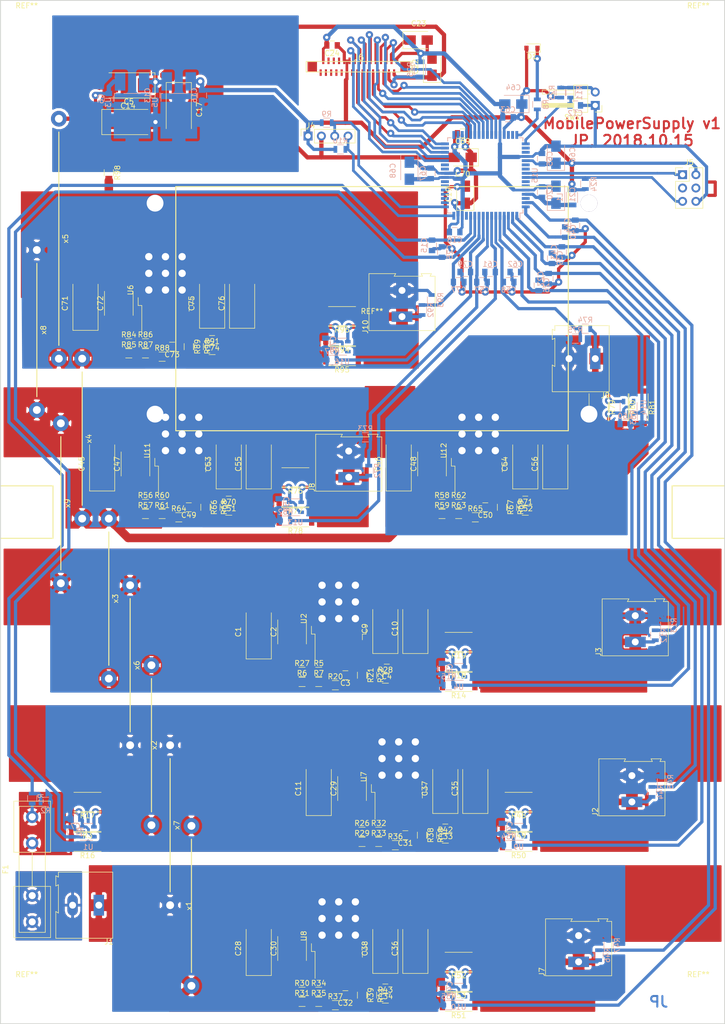
<source format=kicad_pcb>
(kicad_pcb (version 20171130) (host pcbnew "(5.0.0)")
  (layers (0 F.Cu signal) (31 B.Cu signal) (34 B.Paste user) (35 F.Paste user) (36 B.SilkS user) (37 F.SilkS user) (38 B.Mask user) (39 F.Mask user) (44 Edge.Cuts user))
  (net 0 "")
  (net 1 GNDA)
  (net 2 SDA)
  (net 3 IN_Voltage)
  (net 4 IN_Current)
  (net 5 "Net-(R6-Pad2)")
  (net 6 "Net-(C3-Pad1)")
  (net 7 "Net-(C4-Pad2)")
  (net 8 "Net-(R5-Pad2)")
  (net 9 "Net-(R20-Pad1)")
  (net 10 "Net-(C10-Pad1)")
  (net 11 GND)
  (net 12 POWER_IN)
  (net 13 SWITCH)
  (net 14 +12V)
  (net 15 +3V3)
  (net 16 "Net-(C23-Pad1)")
  (net 17 "Net-(D1-Pad1)")
  (net 18 SCK)
  (net 19 PDI_DATA)
  (net 20 PDI_CLK)
  (net 21 "Net-(J6-Pad4)")
  (net 22 /OLED_D7)
  (net 23 /OLED_D6)
  (net 24 /OLED_D5)
  (net 25 /OLED_D4)
  (net 26 /OLED_D3)
  (net 27 /OLED_D2)
  (net 28 /OLED_D1)
  (net 29 /OLED_D0)
  (net 30 /OLED_E/!RD)
  (net 31 /OLED_R/!W)
  (net 32 /OLED_D/!C)
  (net 33 /OLED_!RES)
  (net 34 /OLED_!DS)
  (net 35 LED)
  (net 36 "Net-(R11-Pad2)")
  (net 37 /+3.3VA)
  (net 38 "Net-(R27-Pad2)")
  (net 39 "Net-(R22-Pad2)")
  (net 40 "Net-(F1-Pad1)")
  (net 41 "Net-(C31-Pad1)")
  (net 42 "Net-(C32-Pad1)")
  (net 43 "Net-(C33-Pad1)")
  (net 44 "Net-(C33-Pad2)")
  (net 45 "Net-(C34-Pad2)")
  (net 46 "Net-(C34-Pad1)")
  (net 47 "Net-(R26-Pad2)")
  (net 48 "Net-(R29-Pad2)")
  (net 49 "Net-(R30-Pad2)")
  (net 50 "Net-(R31-Pad2)")
  (net 51 "Net-(R32-Pad2)")
  (net 52 "Net-(R33-Pad2)")
  (net 53 "Net-(R34-Pad2)")
  (net 54 "Net-(R35-Pad2)")
  (net 55 "Net-(R40-Pad2)")
  (net 56 "Net-(R41-Pad2)")
  (net 57 POWER_2_OUT)
  (net 58 POWER_1_OUT)
  (net 59 POWER_3_OUT)
  (net 60 OUT_1_Voltage)
  (net 61 OUT_1_Current)
  (net 62 OUT_2_Voltage)
  (net 63 OUT_3_Voltage)
  (net 64 OUT_2_Current)
  (net 65 OUT_3_Current)
  (net 66 "Net-(C49-Pad1)")
  (net 67 "Net-(C50-Pad1)")
  (net 68 "Net-(C51-Pad2)")
  (net 69 "Net-(C51-Pad1)")
  (net 70 "Net-(C52-Pad1)")
  (net 71 "Net-(C52-Pad2)")
  (net 72 OUT_4_Voltage)
  (net 73 OUT_5_Voltage)
  (net 74 OUT_4_Current)
  (net 75 OUT_5_Current)
  (net 76 POWER_4_OUT)
  (net 77 POWER_5_OUT)
  (net 78 "Net-(R56-Pad2)")
  (net 79 "Net-(R57-Pad2)")
  (net 80 "Net-(R58-Pad2)")
  (net 81 "Net-(R59-Pad2)")
  (net 82 "Net-(R60-Pad2)")
  (net 83 "Net-(R61-Pad2)")
  (net 84 "Net-(R62-Pad2)")
  (net 85 "Net-(R63-Pad2)")
  (net 86 "Net-(R68-Pad2)")
  (net 87 "Net-(R69-Pad2)")
  (net 88 VDD)
  (net 89 "Net-(C73-Pad1)")
  (net 90 "Net-(C74-Pad2)")
  (net 91 "Net-(C74-Pad1)")
  (net 92 "Net-(R84-Pad2)")
  (net 93 "Net-(R85-Pad2)")
  (net 94 "Net-(R86-Pad2)")
  (net 95 "Net-(R87-Pad2)")
  (net 96 "Net-(R90-Pad2)")
  (net 97 OUT_6_Voltage)
  (net 98 OUT_6_Current)
  (net 99 POWER_6_OUT)
  (net 100 POWER_IN_1)
  (net 101 POWER_IN_4)
  (net 102 POWER_IN_3)
  (net 103 POWER_IN_6)
  (net 104 "Net-(C5-Pad1)")
  (module JPJumpers:Jumper_30x1.5 (layer F.Cu) (at 40.64 133.985 90)
    (fp_text reference x3 (at 0 1.27 90) (layer F.SilkS))
    (fp_text value jumper)
    (pad 1 thru_hole circle (at -15.24 0 90) (size 3 3) (drill 1.5) (layers *.Cu *.Mask) (net 100 POWER_IN_1))
    (pad 2 thru_hole circle (at 15.24 0 90) (size 3 3) (drill 1.5) (layers *.Cu *.Mask) (net 101 POWER_IN_4))
  )
  (module JPDisplays:OLED_0.96inch_128x64_I2C (layer F.Cu) (at 78.613 45.847)
    (fp_text reference J4 (at 0.5 -2) (layer F.SilkS))
    (fp_text value "OLED I2C")
    (pad 4 thru_hole oval (at 7.62 0) (size 1.7 1.7) (drill 1) (layers *.Cu *.Mask) (net 2 SDA))
    (pad 3 thru_hole oval (at 5.08 0) (size 1.7 1.7) (drill 1) (layers *.Cu *.Mask) (net 18 SCK))
    (pad 2 thru_hole oval (at 2.54 0) (size 1.7 1.7) (drill 1) (layers *.Cu *.Mask) (net 11 GND))
    (pad 1 thru_hole rect (at 0 0) (size 1.7 1.7) (drill 1) (layers *.Cu *.Mask) (net 15 +3V3))
  )
  (module Capacitors_SMD:C_0805 (layer B.Cu) (at 111.76 73.66)
    (fp_text reference C57 (at 0 1.5) (layer B.SilkS) (effects (justify mirror)))
    (fp_text value 100n)
    (pad 1 smd rect (at -1 0) (size 1 1.25) (layers B.Cu B.Paste B.Mask) (net 72 OUT_4_Voltage))
    (pad 2 smd rect (at 1 0) (size 1 1.25) (layers B.Cu B.Paste B.Mask) (net 11 GND))
  )
  (module TO_SOT_Packages_SMD:TO-263-7_TabPin4 (layer F.Cu) (at 84.455 137.795 90)
    (fp_text reference U2 (at 0 -6.65 90) (layer F.SilkS))
    (fp_text value LMZ14203H)
    (pad 1 smd rect (at -5.775 -3.81 90) (size 4.6 0.8) (layers F.Cu F.Paste F.Mask) (net 100 POWER_IN_1))
    (pad 2 smd rect (at -5.775 -2.54 90) (size 4.6 0.8) (layers F.Cu F.Paste F.Mask) (net 8 "Net-(R5-Pad2)"))
    (pad 3 smd rect (at -5.775 -1.27 90) (size 4.6 0.8) (layers F.Cu F.Paste F.Mask) (net 9 "Net-(R20-Pad1)"))
    (pad 4 smd rect (at -5.775 0 90) (size 4.6 0.8) (layers F.Cu F.Paste F.Mask) (net 1 GNDA))
    (pad 5 smd rect (at -5.775 1.27 90) (size 4.6 0.8) (layers F.Cu F.Paste F.Mask) (net 6 "Net-(C3-Pad1)"))
    (pad 6 smd rect (at -5.775 2.54 90) (size 4.6 0.8) (layers F.Cu F.Paste F.Mask) (net 7 "Net-(C4-Pad2)"))
    (pad 7 smd rect (at -5.775 3.81 90) (size 4.6 0.8) (layers F.Cu F.Paste F.Mask) (net 10 "Net-(C10-Pad1)"))
    (pad 4 smd rect (at 3.375 0 90) (size 9.4 10.8) (layers F.Cu F.Mask) (net 1 GNDA))
    (pad 4 smd rect (at 5.8 2.775 90) (size 4.55 5.25) (layers F.Cu F.Paste) (net 1 GNDA))
    (pad 4 smd rect (at 0.95 -2.775 90) (size 4.55 5.25) (layers F.Cu F.Paste) (net 1 GNDA))
    (pad 4 smd rect (at 5.8 -2.775 90) (size 4.55 5.25) (layers F.Cu F.Paste) (net 1 GNDA))
    (pad 4 smd rect (at 0.95 2.775 90) (size 4.55 5.25) (layers F.Cu F.Paste) (net 1 GNDA))
  )
  (module Mounting_Holes:MountingHole_3.2mm_M3 (layer F.Cu) (at 153 209.8)
    (fp_text reference REF** (at 0 -4.2) (layer F.SilkS))
    (fp_text value MountingHole_3.2mm_M3)
    (pad 1 np_thru_hole circle (at 0 0) (size 3.2 3.2) (drill 3.2) (layers *.Cu *.Mask))
  )
  (module Mounting_Holes:MountingHole_3.2mm_M3 (layer F.Cu) (at 25 209.8)
    (fp_text reference REF** (at 0 -4.2) (layer F.SilkS))
    (fp_text value MountingHole_3.2mm_M3)
    (pad 1 np_thru_hole circle (at 0 0) (size 3.2 3.2) (drill 3.2) (layers *.Cu *.Mask))
  )
  (module Capacitors_SMD:C_0805 (layer F.Cu) (at 93.615 147.32 180)
    (fp_text reference C4 (at 0 -1.5 180) (layer F.SilkS))
    (fp_text value 22n)
    (pad 1 smd rect (at -1 0 180) (size 1 1.25) (layers F.Cu F.Paste F.Mask) (net 10 "Net-(C10-Pad1)"))
    (pad 2 smd rect (at 1 0 180) (size 1 1.25) (layers F.Cu F.Paste F.Mask) (net 7 "Net-(C4-Pad2)"))
  )
  (module Resistors_SMD:R_2512 (layer F.Cu) (at 36.576 172.72 180)
    (fp_text reference R17 (at 0 -2.6 180) (layer F.SilkS))
    (fp_text value 0R033)
    (pad 1 smd rect (at -3.1 0 180) (size 1 3.2) (layers F.Cu F.Paste F.Mask) (net 12 POWER_IN))
    (pad 2 smd rect (at 3.1 0 180) (size 1 3.2) (layers F.Cu F.Paste F.Mask) (net 88 VDD))
  )
  (module Capacitors_SMD:C_0805 (layer B.Cu) (at 40.64 38.735 270)
    (fp_text reference C6 (at 0 1.5 270) (layer B.SilkS) (effects (justify mirror)))
    (fp_text value 100n)
    (pad 1 smd rect (at -1 0 270) (size 1 1.25) (layers B.Cu B.Paste B.Mask) (net 104 "Net-(C5-Pad1)"))
    (pad 2 smd rect (at 1 0 270) (size 1 1.25) (layers B.Cu B.Paste B.Mask) (net 11 GND))
  )
  (module Resistors_SMD:R_0805 (layer B.Cu) (at 26.035 172.085 90)
    (fp_text reference R1 (at 0 1.65 90) (layer B.SilkS) (effects (justify mirror)))
    (fp_text value 68k)
    (pad 1 smd rect (at -0.95 0 90) (size 0.7 1.3) (layers B.Cu B.Paste B.Mask) (net 88 VDD))
    (pad 2 smd rect (at 0.95 0 90) (size 0.7 1.3) (layers B.Cu B.Paste B.Mask) (net 3 IN_Voltage))
  )
  (module Resistors_SMD:R_0805 (layer B.Cu) (at 28.575 172.72)
    (fp_text reference R2 (at 0 1.65) (layer B.SilkS) (effects (justify mirror)))
    (fp_text value 2k2)
    (pad 1 smd rect (at -0.95 0) (size 0.7 1.3) (layers B.Cu B.Paste B.Mask) (net 3 IN_Voltage))
    (pad 2 smd rect (at 0.95 0) (size 0.7 1.3) (layers B.Cu B.Paste B.Mask) (net 1 GNDA))
  )
  (module Resistors_SMD:R_2512 (layer F.Cu) (at 36.576 176.53 180)
    (fp_text reference R3 (at 0 -2.6 180) (layer F.SilkS))
    (fp_text value 0R033)
    (pad 1 smd rect (at -3.1 0 180) (size 1 3.2) (layers F.Cu F.Paste F.Mask) (net 12 POWER_IN))
    (pad 2 smd rect (at 3.1 0 180) (size 1 3.2) (layers F.Cu F.Paste F.Mask) (net 88 VDD))
  )
  (module Resistors_SMD:R_0805 (layer B.Cu) (at 33.655 178.435 90)
    (fp_text reference R4 (at 0 1.65 90) (layer B.SilkS) (effects (justify mirror)))
    (fp_text value 20k)
    (pad 1 smd rect (at -0.95 0 90) (size 0.7 1.3) (layers B.Cu B.Paste B.Mask) (net 4 IN_Current))
    (pad 2 smd rect (at 0.95 0 90) (size 0.7 1.3) (layers B.Cu B.Paste B.Mask) (net 1 GNDA))
  )
  (module Resistors_SMD:R_0805 (layer F.Cu) (at 80.645 147.955)
    (fp_text reference R5 (at 0 -1.65) (layer F.SilkS))
    (fp_text value 100k)
    (pad 1 smd rect (at -0.95 0) (size 0.7 1.3) (layers F.Cu F.Paste F.Mask) (net 38 "Net-(R27-Pad2)"))
    (pad 2 smd rect (at 0.95 0) (size 0.7 1.3) (layers F.Cu F.Paste F.Mask) (net 8 "Net-(R5-Pad2)"))
  )
  (module Resistors_SMD:R_0805 (layer F.Cu) (at 77.47 149.86)
    (fp_text reference R6 (at 0 -1.65) (layer F.SilkS))
    (fp_text value 68k)
    (pad 1 smd rect (at -0.95 0) (size 0.7 1.3) (layers F.Cu F.Paste F.Mask) (net 100 POWER_IN_1))
    (pad 2 smd rect (at 0.95 0) (size 0.7 1.3) (layers F.Cu F.Paste F.Mask) (net 5 "Net-(R6-Pad2)"))
  )
  (module Resistors_SMD:R_0805 (layer F.Cu) (at 80.645 149.86)
    (fp_text reference R7 (at 0 -1.65) (layer F.SilkS))
    (fp_text value 300k)
    (pad 1 smd rect (at -0.95 0) (size 0.7 1.3) (layers F.Cu F.Paste F.Mask) (net 5 "Net-(R6-Pad2)"))
    (pad 2 smd rect (at 0.95 0) (size 0.7 1.3) (layers F.Cu F.Paste F.Mask) (net 9 "Net-(R20-Pad1)"))
  )
  (module Resistors_SMD:R_0805 (layer B.Cu) (at 122.301 39.817 90)
    (fp_text reference R8 (at 0 1.65 90) (layer B.SilkS) (effects (justify mirror)))
    (fp_text value 10k)
    (pad 1 smd rect (at -0.95 0 90) (size 0.7 1.3) (layers B.Cu B.Paste B.Mask) (net 35 LED))
    (pad 2 smd rect (at 0.95 0 90) (size 0.7 1.3) (layers B.Cu B.Paste B.Mask) (net 17 "Net-(D1-Pad1)"))
  )
  (module Resistors_SMD:R_0805 (layer B.Cu) (at 82.169 43.307 180)
    (fp_text reference R9 (at 0 1.65 180) (layer B.SilkS) (effects (justify mirror)))
    (fp_text value 2k2)
    (pad 1 smd rect (at -0.95 0 180) (size 0.7 1.3) (layers B.Cu B.Paste B.Mask) (net 18 SCK))
    (pad 2 smd rect (at 0.95 0 180) (size 0.7 1.3) (layers B.Cu B.Paste B.Mask) (net 15 +3V3))
  )
  (module Resistors_SMD:R_0805 (layer B.Cu) (at 84.775 48.387 180)
    (fp_text reference R10 (at 0 1.65 180) (layer B.SilkS) (effects (justify mirror)))
    (fp_text value 2k2)
    (pad 1 smd rect (at -0.95 0 180) (size 0.7 1.3) (layers B.Cu B.Paste B.Mask) (net 2 SDA))
    (pad 2 smd rect (at 0.95 0 180) (size 0.7 1.3) (layers B.Cu B.Paste B.Mask) (net 15 +3V3))
  )
  (module Resistors_SMD:R_0805 (layer B.Cu) (at 128.670343 37.569397 90)
    (fp_text reference R11 (at 0 1.65 90) (layer B.SilkS) (effects (justify mirror)))
    (fp_text value 10k)
    (pad 1 smd rect (at -0.95 0 90) (size 0.7 1.3) (layers B.Cu B.Paste B.Mask) (net 13 SWITCH))
    (pad 2 smd rect (at 0.95 0 90) (size 0.7 1.3) (layers B.Cu B.Paste B.Mask) (net 36 "Net-(R11-Pad2)"))
  )
  (module Resistors_SMD:R_0805 (layer B.Cu) (at 144.78 140.97 90)
    (fp_text reference R12 (at 0 1.65 90) (layer B.SilkS) (effects (justify mirror)))
    (fp_text value 90k)
    (pad 1 smd rect (at -0.95 0 90) (size 0.7 1.3) (layers B.Cu B.Paste B.Mask) (net 58 POWER_1_OUT))
    (pad 2 smd rect (at 0.95 0 90) (size 0.7 1.3) (layers B.Cu B.Paste B.Mask) (net 60 OUT_1_Voltage))
  )
  (module Resistors_SMD:R_0805 (layer B.Cu) (at 146.685 139.065 90)
    (fp_text reference R13 (at 0 1.65 90) (layer B.SilkS) (effects (justify mirror)))
    (fp_text value 10k)
    (pad 1 smd rect (at -0.95 0 90) (size 0.7 1.3) (layers B.Cu B.Paste B.Mask) (net 60 OUT_1_Voltage))
    (pad 2 smd rect (at 0.95 0 90) (size 0.7 1.3) (layers B.Cu B.Paste B.Mask) (net 1 GNDA))
  )
  (module Resistors_SMD:R_2512 (layer F.Cu) (at 107.315 149.86 180)
    (fp_text reference R14 (at 0 -2.6 180) (layer F.SilkS))
    (fp_text value 0R033)
    (pad 1 smd rect (at -3.1 0 180) (size 1 3.2) (layers F.Cu F.Paste F.Mask) (net 58 POWER_1_OUT))
    (pad 2 smd rect (at 3.1 0 180) (size 1 3.2) (layers F.Cu F.Paste F.Mask) (net 10 "Net-(C10-Pad1)"))
  )
  (module Resistors_SMD:R_0805 (layer B.Cu) (at 105.41 150.495 180)
    (fp_text reference R15 (at 0 1.65 180) (layer B.SilkS) (effects (justify mirror)))
    (fp_text value 20k)
    (pad 1 smd rect (at -0.95 0 180) (size 0.7 1.3) (layers B.Cu B.Paste B.Mask) (net 61 OUT_1_Current))
    (pad 2 smd rect (at 0.95 0 180) (size 0.7 1.3) (layers B.Cu B.Paste B.Mask) (net 1 GNDA))
  )
  (module TO_SOT_Packages_SMD:SOT-23-5 (layer B.Cu) (at 36.703 178.435)
    (fp_text reference U1 (at 0 2.9) (layer B.SilkS) (effects (justify mirror)))
    (fp_text value INA139)
    (pad 1 smd rect (at -1.1 0.95) (size 1.06 0.65) (layers B.Cu B.Paste B.Mask) (net 4 IN_Current))
    (pad 2 smd rect (at -1.1 0) (size 1.06 0.65) (layers B.Cu B.Paste B.Mask) (net 1 GNDA))
    (pad 3 smd rect (at -1.1 -0.95) (size 1.06 0.65) (layers B.Cu B.Paste B.Mask) (net 88 VDD))
    (pad 4 smd rect (at 1.1 -0.95) (size 1.06 0.65) (layers B.Cu B.Paste B.Mask) (net 12 POWER_IN))
    (pad 5 smd rect (at 1.1 0.95) (size 1.06 0.65) (layers B.Cu B.Paste B.Mask) (net 88 VDD))
  )
  (module TO_SOT_Packages_SMD:SOT-23-5 (layer B.Cu) (at 107.315 147.955)
    (fp_text reference U4 (at 0 2.9) (layer B.SilkS) (effects (justify mirror)))
    (fp_text value INA139)
    (pad 1 smd rect (at -1.1 0.95) (size 1.06 0.65) (layers B.Cu B.Paste B.Mask) (net 61 OUT_1_Current))
    (pad 2 smd rect (at -1.1 0) (size 1.06 0.65) (layers B.Cu B.Paste B.Mask) (net 1 GNDA))
    (pad 3 smd rect (at -1.1 -0.95) (size 1.06 0.65) (layers B.Cu B.Paste B.Mask) (net 10 "Net-(C10-Pad1)"))
    (pad 4 smd rect (at 1.1 -0.95) (size 1.06 0.65) (layers B.Cu B.Paste B.Mask) (net 58 POWER_1_OUT))
    (pad 5 smd rect (at 1.1 0.95) (size 1.06 0.65) (layers B.Cu B.Paste B.Mask) (net 10 "Net-(C10-Pad1)"))
  )
  (module Resistors_SMD:R_2512 (layer F.Cu) (at 36.576 180.34 180)
    (fp_text reference R16 (at 0 -2.6 180) (layer F.SilkS))
    (fp_text value 0R033)
    (pad 1 smd rect (at -3.1 0 180) (size 1 3.2) (layers F.Cu F.Paste F.Mask) (net 12 POWER_IN))
    (pad 2 smd rect (at 3.1 0 180) (size 1 3.2) (layers F.Cu F.Paste F.Mask) (net 88 VDD))
  )
  (module Resistors_SMD:R_2512 (layer F.Cu) (at 107.315 146.05 180)
    (fp_text reference R18 (at 0 -2.6 180) (layer F.SilkS))
    (fp_text value 0R033)
    (pad 1 smd rect (at -3.1 0 180) (size 1 3.2) (layers F.Cu F.Paste F.Mask) (net 58 POWER_1_OUT))
    (pad 2 smd rect (at 3.1 0 180) (size 1 3.2) (layers F.Cu F.Paste F.Mask) (net 10 "Net-(C10-Pad1)"))
  )
  (module Resistors_SMD:R_2512 (layer F.Cu) (at 107.315 142.24 180)
    (fp_text reference R19 (at 0 -2.6 180) (layer F.SilkS))
    (fp_text value 0R033)
    (pad 1 smd rect (at -3.1 0 180) (size 1 3.2) (layers F.Cu F.Paste F.Mask) (net 58 POWER_1_OUT))
    (pad 2 smd rect (at 3.1 0 180) (size 1 3.2) (layers F.Cu F.Paste F.Mask) (net 10 "Net-(C10-Pad1)"))
  )
  (module Capacitors_SMD:C_0805 (layer B.Cu) (at 34.29 175.895)
    (fp_text reference C7 (at 0 1.5) (layer B.SilkS) (effects (justify mirror)))
    (fp_text value 100n)
    (pad 1 smd rect (at -1 0) (size 1 1.25) (layers B.Cu B.Paste B.Mask) (net 1 GNDA))
    (pad 2 smd rect (at 1 0) (size 1 1.25) (layers B.Cu B.Paste B.Mask) (net 88 VDD))
  )
  (module Capacitors_SMD:C_0805 (layer B.Cu) (at 104.14 147.32 90)
    (fp_text reference C8 (at 0 1.5 90) (layer B.SilkS) (effects (justify mirror)))
    (fp_text value 100n)
    (pad 1 smd rect (at -1 0 90) (size 1 1.25) (layers B.Cu B.Paste B.Mask) (net 1 GNDA))
    (pad 2 smd rect (at 1 0 90) (size 1 1.25) (layers B.Cu B.Paste B.Mask) (net 10 "Net-(C10-Pad1)"))
  )
  (module Capacitors_SMD:C_0805 (layer F.Cu) (at 85.725 148.59 180)
    (fp_text reference C3 (at 0 -1.5 180) (layer F.SilkS))
    (fp_text value 4u7)
    (pad 1 smd rect (at -1 0 180) (size 1 1.25) (layers F.Cu F.Paste F.Mask) (net 6 "Net-(C3-Pad1)"))
    (pad 2 smd rect (at 1 0 180) (size 1 1.25) (layers F.Cu F.Paste F.Mask) (net 1 GNDA))
  )
  (module Resistors_SMD:R_0805 (layer F.Cu) (at 83.82 150.495)
    (fp_text reference R20 (at 0 -1.65) (layer F.SilkS))
    (fp_text value 20k)
    (pad 1 smd rect (at -0.95 0) (size 0.7 1.3) (layers F.Cu F.Paste F.Mask) (net 9 "Net-(R20-Pad1)"))
    (pad 2 smd rect (at 0.95 0) (size 0.7 1.3) (layers F.Cu F.Paste F.Mask) (net 1 GNDA))
  )
  (module Resistors_SMD:R_0805 (layer F.Cu) (at 88.9 148.59 270)
    (fp_text reference R21 (at 0 -1.65 270) (layer F.SilkS))
    (fp_text value 2k2)
    (pad 1 smd rect (at -0.95 0 270) (size 0.7 1.3) (layers F.Cu F.Paste F.Mask) (net 7 "Net-(C4-Pad2)"))
    (pad 2 smd rect (at 0.95 0 270) (size 0.7 1.3) (layers F.Cu F.Paste F.Mask) (net 1 GNDA))
  )
  (module Resistors_SMD:R_0805 (layer F.Cu) (at 90.805 148.59 270)
    (fp_text reference R22 (at 0 -1.65 270) (layer F.SilkS))
    (fp_text value 47k)
    (pad 1 smd rect (at -0.95 0 270) (size 0.7 1.3) (layers F.Cu F.Paste F.Mask) (net 7 "Net-(C4-Pad2)"))
    (pad 2 smd rect (at 0.95 0 270) (size 0.7 1.3) (layers F.Cu F.Paste F.Mask) (net 39 "Net-(R22-Pad2)"))
  )
  (module Capacitors_SMD:C_0805 (layer B.Cu) (at 129.54 40.005)
    (fp_text reference C12 (at 0 1.5) (layer B.SilkS) (effects (justify mirror)))
    (fp_text value 220n)
    (pad 1 smd rect (at -1 0) (size 1 1.25) (layers B.Cu B.Paste B.Mask) (net 13 SWITCH))
    (pad 2 smd rect (at 1 0) (size 1 1.25) (layers B.Cu B.Paste B.Mask) (net 11 GND))
  )
  (module Capacitors_SMD:C_0805 (layer B.Cu) (at 49.53 38.1 270)
    (fp_text reference C13 (at 0 1.5 270) (layer B.SilkS) (effects (justify mirror)))
    (fp_text value 100n)
    (pad 1 smd rect (at -1 0 270) (size 1 1.25) (layers B.Cu B.Paste B.Mask) (net 14 +12V))
    (pad 2 smd rect (at 1 0 270) (size 1 1.25) (layers B.Cu B.Paste B.Mask) (net 11 GND))
  )
  (module Capacitors_SMD:C_0805 (layer B.Cu) (at 58.42 38.1 270)
    (fp_text reference C16 (at 0 1.5 270) (layer B.SilkS) (effects (justify mirror)))
    (fp_text value 100n)
    (pad 1 smd rect (at -1 0 270) (size 1 1.25) (layers B.Cu B.Paste B.Mask) (net 15 +3V3))
    (pad 2 smd rect (at 1 0 270) (size 1 1.25) (layers B.Cu B.Paste B.Mask) (net 11 GND))
  )
  (module Capacitors_SMD:C_0805 (layer B.Cu) (at 106.553 64.135)
    (fp_text reference C18 (at 0 1.5) (layer B.SilkS) (effects (justify mirror)))
    (fp_text value 100n)
    (pad 1 smd rect (at -1 0) (size 1 1.25) (layers B.Cu B.Paste B.Mask) (net 15 +3V3))
    (pad 2 smd rect (at 1 0) (size 1 1.25) (layers B.Cu B.Paste B.Mask) (net 11 GND))
  )
  (module Capacitors_SMD:C_0805 (layer B.Cu) (at 123.19 56.515 90)
    (fp_text reference C20 (at 0 1.5 90) (layer B.SilkS) (effects (justify mirror)))
    (fp_text value 100n)
    (pad 1 smd rect (at -1 0 90) (size 1 1.25) (layers B.Cu B.Paste B.Mask) (net 37 /+3.3VA))
    (pad 2 smd rect (at 1 0 90) (size 1 1.25) (layers B.Cu B.Paste B.Mask) (net 11 GND))
  )
  (module Capacitors_SMD:C_0805 (layer F.Cu) (at 83.185 28.575 180)
    (fp_text reference C24 (at 0 -1.5 180) (layer F.SilkS))
    (fp_text value 1u)
    (pad 1 smd rect (at -1 0 180) (size 1 1.25) (layers F.Cu F.Paste F.Mask) (net 15 +3V3))
    (pad 2 smd rect (at 1 0 180) (size 1 1.25) (layers F.Cu F.Paste F.Mask) (net 11 GND))
  )
  (module Diodes_SMD:D_0805 (layer F.Cu) (at 121.285 29.083 180)
    (fp_text reference D1 (at 0 -1.6 180) (layer F.SilkS))
    (fp_text value LED)
    (pad 1 smd rect (at -1.05 0 180) (size 0.8 0.9) (layers F.Cu F.Paste F.Mask) (net 17 "Net-(D1-Pad1)"))
    (pad 2 smd rect (at 1.05 0 180) (size 0.8 0.9) (layers F.Cu F.Paste F.Mask) (net 15 +3V3))
  )
  (module Connectors_Terminal_Blocks:TerminalBlock_Altech_AK300-2_P5.00mm (layer F.Cu) (at 38.735 192.405 180)
    (fp_text reference J1 (at -1.92 -6.99 180) (layer F.SilkS))
    (fp_text value "Power IN")
    (pad 1 thru_hole rect (at 0 0 180) (size 1.98 3.96) (drill 1.32) (layers *.Cu *.Mask) (net 1 GNDA))
    (pad 2 thru_hole oval (at 5 0 180) (size 1.98 3.96) (drill 1.32) (layers *.Cu *.Mask) (net 40 "Net-(F1-Pad1)"))
  )
  (module Connectors_Terminal_Blocks:TerminalBlock_Altech_AK300-2_P5.00mm (layer F.Cu) (at 140.97 142.24 90)
    (fp_text reference J3 (at -1.92 -6.99 90) (layer F.SilkS))
    (fp_text value "Power OUT 1")
    (pad 1 thru_hole rect (at 0 0 90) (size 1.98 3.96) (drill 1.32) (layers *.Cu *.Mask) (net 58 POWER_1_OUT))
    (pad 2 thru_hole oval (at 5 0 90) (size 1.98 3.96) (drill 1.32) (layers *.Cu *.Mask) (net 1 GNDA))
  )
  (module Pin_Headers:Pin_Header_Straight_2x03_Pitch2.54mm (layer F.Cu) (at 149.987 53.213)
    (fp_text reference J5 (at 1.27 -2.33) (layer F.SilkS))
    (fp_text value PDI)
    (pad 1 thru_hole rect (at 0 0) (size 1.7 1.7) (drill 1) (layers *.Cu *.Mask) (net 19 PDI_DATA))
    (pad 2 thru_hole oval (at 2.54 0) (size 1.7 1.7) (drill 1) (layers *.Cu *.Mask) (net 15 +3V3))
    (pad 3 thru_hole oval (at 0 2.54) (size 1.7 1.7) (drill 1) (layers *.Cu *.Mask))
    (pad 4 thru_hole oval (at 2.54 2.54) (size 1.7 1.7) (drill 1) (layers *.Cu *.Mask))
    (pad 5 thru_hole oval (at 0 5.08) (size 1.7 1.7) (drill 1) (layers *.Cu *.Mask) (net 20 PDI_CLK))
    (pad 6 thru_hole oval (at 2.54 5.08) (size 1.7 1.7) (drill 1) (layers *.Cu *.Mask) (net 11 GND))
  )
  (module JPConnectors:FPC_30 (layer F.Cu) (at 88.265 32.639 180)
    (fp_text reference J6 (at 0 1.775 180) (layer F.SilkS) (effects (font (size 1.2 1.2))))
    (fp_text value OLED)
    (pad "" smd rect (at 8.85 0 180) (size 1.8 2) (layers F.Cu F.Paste F.Mask))
    (pad "" smd rect (at -8.85 0 180) (size 1.8 2) (layers F.Cu F.Paste F.Mask))
    (pad 30 smd rect (at 7.25 -1.125 180) (size 0.4 1.25) (layers F.Cu F.Paste F.Mask))
    (pad 29 smd rect (at 6.75 1.125 180) (size 0.4 1.25) (layers F.Cu F.Paste F.Mask) (net 11 GND))
    (pad 28 smd rect (at 6.25 -1.125 180) (size 0.4 1.25) (layers F.Cu F.Paste F.Mask))
    (pad 27 smd rect (at 5.75 1.125 180) (size 0.4 1.25) (layers F.Cu F.Paste F.Mask))
    (pad 26 smd rect (at 5.25 -1.125 180) (size 0.4 1.25) (layers F.Cu F.Paste F.Mask))
    (pad 25 smd rect (at 4.75 1.125 180) (size 0.4 1.25) (layers F.Cu F.Paste F.Mask))
    (pad 24 smd rect (at 4.25 -1.125 180) (size 0.4 1.25) (layers F.Cu F.Paste F.Mask))
    (pad 23 smd rect (at 3.75 1.125 180) (size 0.4 1.25) (layers F.Cu F.Paste F.Mask))
    (pad 22 smd rect (at 3.25 -1.125 180) (size 0.4 1.25) (layers F.Cu F.Paste F.Mask))
    (pad 21 smd rect (at 2.75 1.125 180) (size 0.4 1.25) (layers F.Cu F.Paste F.Mask) (net 15 +3V3))
    (pad 20 smd rect (at 2.25 -1.125 180) (size 0.4 1.25) (layers F.Cu F.Paste F.Mask) (net 15 +3V3))
    (pad 19 smd rect (at 1.75 1.125 180) (size 0.4 1.25) (layers F.Cu F.Paste F.Mask) (net 15 +3V3))
    (pad 18 smd rect (at 1.25 -1.125 180) (size 0.4 1.25) (layers F.Cu F.Paste F.Mask))
    (pad 17 smd rect (at 0.75 1.125 180) (size 0.4 1.25) (layers F.Cu F.Paste F.Mask) (net 34 /OLED_!DS))
    (pad 16 smd rect (at 0.25 -1.125 180) (size 0.4 1.25) (layers F.Cu F.Paste F.Mask) (net 33 /OLED_!RES))
    (pad 15 smd rect (at -0.25 1.125 180) (size 0.4 1.25) (layers F.Cu F.Paste F.Mask) (net 32 /OLED_D/!C))
    (pad 14 smd rect (at -0.75 -1.125 180) (size 0.4 1.25) (layers F.Cu F.Paste F.Mask) (net 31 /OLED_R/!W))
    (pad 13 smd rect (at -1.25 1.125 180) (size 0.4 1.25) (layers F.Cu F.Paste F.Mask) (net 30 /OLED_E/!RD))
    (pad 12 smd rect (at -1.75 -1.125 180) (size 0.4 1.25) (layers F.Cu F.Paste F.Mask) (net 29 /OLED_D0))
    (pad 11 smd rect (at -2.25 1.125 180) (size 0.4 1.25) (layers F.Cu F.Paste F.Mask) (net 28 /OLED_D1))
    (pad 10 smd rect (at -2.75 -1.125 180) (size 0.4 1.25) (layers F.Cu F.Paste F.Mask) (net 27 /OLED_D2))
    (pad 9 smd rect (at -3.25 1.125 180) (size 0.4 1.25) (layers F.Cu F.Paste F.Mask) (net 26 /OLED_D3))
    (pad 8 smd rect (at -3.75 -1.125 180) (size 0.4 1.25) (layers F.Cu F.Paste F.Mask) (net 25 /OLED_D4))
    (pad 7 smd rect (at -4.25 1.125 180) (size 0.4 1.25) (layers F.Cu F.Paste F.Mask) (net 24 /OLED_D5))
    (pad 6 smd rect (at -4.75 -1.125 180) (size 0.4 1.25) (layers F.Cu F.Paste F.Mask) (net 23 /OLED_D6))
    (pad 5 smd rect (at -5.25 1.125 180) (size 0.4 1.25) (layers F.Cu F.Paste F.Mask) (net 22 /OLED_D7))
    (pad 4 smd rect (at -5.75 -1.125 180) (size 0.4 1.25) (layers F.Cu F.Paste F.Mask) (net 21 "Net-(J6-Pad4)"))
    (pad 3 smd rect (at -6.25 1.125 180) (size 0.4 1.25) (layers F.Cu F.Paste F.Mask) (net 16 "Net-(C23-Pad1)"))
    (pad 2 smd rect (at -6.75 -1.125 180) (size 0.4 1.25) (layers F.Cu F.Paste F.Mask) (net 14 +12V))
    (pad 1 smd rect (at -7.25 1.125 180) (size 0.4 1.25) (layers F.Cu F.Paste F.Mask) (net 11 GND))
  )
  (module Resistors_SMD:R_0805 (layer B.Cu) (at 126.765343 37.569397 270)
    (fp_text reference R23 (at 0 1.65 270) (layer B.SilkS) (effects (justify mirror)))
    (fp_text value 10k)
    (pad 1 smd rect (at -0.95 0 270) (size 0.7 1.3) (layers B.Cu B.Paste B.Mask) (net 36 "Net-(R11-Pad2)"))
    (pad 2 smd rect (at 0.95 0 270) (size 0.7 1.3) (layers B.Cu B.Paste B.Mask) (net 15 +3V3))
  )
  (module Resistors_SMD:R_0805 (layer B.Cu) (at 131.445 54.991 90)
    (fp_text reference R24 (at 0 1.65 90) (layer B.SilkS) (effects (justify mirror)))
    (fp_text value 10k)
    (pad 1 smd rect (at -0.95 0 90) (size 0.7 1.3) (layers B.Cu B.Paste B.Mask) (net 15 +3V3))
    (pad 2 smd rect (at 0.95 0 90) (size 0.7 1.3) (layers B.Cu B.Paste B.Mask) (net 20 PDI_CLK))
  )
  (module Resistors_SMD:R_0805 (layer F.Cu) (at 88.9 178.435)
    (fp_text reference R26 (at 0 -1.65) (layer F.SilkS))
    (fp_text value 220k)
    (pad 1 smd rect (at -0.95 0) (size 0.7 1.3) (layers F.Cu F.Paste F.Mask) (net 12 POWER_IN))
    (pad 2 smd rect (at 0.95 0) (size 0.7 1.3) (layers F.Cu F.Paste F.Mask) (net 47 "Net-(R26-Pad2)"))
  )
  (module TO_SOT_Packages_SMD:TO-252-2_Rectifier (layer B.Cu) (at 45.085 40.005 270)
    (fp_text reference U3 (at -0.575 4.55 270) (layer B.SilkS) (effects (justify mirror)))
    (fp_text value L78M12)
    (pad 1 smd rect (at -4.575 2.3) (size 2 3.5) (layers B.Cu B.Paste B.Mask) (net 104 "Net-(C5-Pad1)"))
    (pad 3 smd rect (at -4.575 -2.28) (size 2 3.5) (layers B.Cu B.Paste B.Mask) (net 14 +12V))
    (pad 2 smd rect (at 2.825 0) (size 7 7) (layers B.Cu B.Paste B.Mask) (net 11 GND))
  )
  (module TO_SOT_Packages_SMD:TO-252-2_Rectifier (layer B.Cu) (at 53.975 40.005 270)
    (fp_text reference U5 (at -0.575 4.55 270) (layer B.SilkS) (effects (justify mirror)))
    (fp_text value UA78M33)
    (pad 1 smd rect (at -4.575 2.3) (size 2 3.5) (layers B.Cu B.Paste B.Mask) (net 14 +12V))
    (pad 3 smd rect (at -4.575 -2.28) (size 2 3.5) (layers B.Cu B.Paste B.Mask) (net 15 +3V3))
    (pad 2 smd rect (at 2.825 0) (size 7 7) (layers B.Cu B.Paste B.Mask) (net 11 GND))
  )
  (module Mounting_Holes:MountingHole_3.2mm_M3 (layer F.Cu) (at 153 25.2)
    (fp_text reference REF** (at 0 -4.2) (layer F.SilkS))
    (fp_text value MountingHole_3.2mm_M3)
    (pad 1 np_thru_hole circle (at 0 0) (size 3.2 3.2) (drill 3.2) (layers *.Cu *.Mask))
  )
  (module Mounting_Holes:MountingHole_3.2mm_M3 (layer F.Cu) (at 25 25.2)
    (fp_text reference REF** (at 0 -4.2) (layer F.SilkS))
    (fp_text value MountingHole_3.2mm_M3)
    (pad 1 np_thru_hole circle (at 0 0) (size 3.2 3.2) (drill 3.2) (layers *.Cu *.Mask))
  )
  (module Capacitors_SMD:C_0805 (layer B.Cu) (at 102.235 66.675 270)
    (fp_text reference C15 (at 0 1.5 270) (layer B.SilkS) (effects (justify mirror)))
    (fp_text value 100n)
    (pad 1 smd rect (at -1 0 270) (size 1 1.25) (layers B.Cu B.Paste B.Mask) (net 3 IN_Voltage))
    (pad 2 smd rect (at 1 0 270) (size 1 1.25) (layers B.Cu B.Paste B.Mask) (net 11 GND))
  )
  (module Capacitors_SMD:C_0805 (layer B.Cu) (at 104.14 67.945 90)
    (fp_text reference C25 (at 0 1.5 90) (layer B.SilkS) (effects (justify mirror)))
    (fp_text value 1u)
    (pad 1 smd rect (at -1 0 90) (size 1 1.25) (layers B.Cu B.Paste B.Mask) (net 4 IN_Current))
    (pad 2 smd rect (at 1 0 90) (size 1 1.25) (layers B.Cu B.Paste B.Mask) (net 11 GND))
  )
  (module Capacitors_SMD:C_0805 (layer B.Cu) (at 122.555 74.295 90)
    (fp_text reference C26 (at 0 1.5 90) (layer B.SilkS) (effects (justify mirror)))
    (fp_text value 100n)
    (pad 1 smd rect (at -1 0 90) (size 1 1.25) (layers B.Cu B.Paste B.Mask) (net 60 OUT_1_Voltage))
    (pad 2 smd rect (at 1 0 90) (size 1 1.25) (layers B.Cu B.Paste B.Mask) (net 11 GND))
  )
  (module Capacitors_SMD:C_0805 (layer B.Cu) (at 124.46 73.025 270)
    (fp_text reference C27 (at 0 1.5 270) (layer B.SilkS) (effects (justify mirror)))
    (fp_text value 1u)
    (pad 1 smd rect (at -1 0 270) (size 1 1.25) (layers B.Cu B.Paste B.Mask) (net 61 OUT_1_Current))
    (pad 2 smd rect (at 1 0 270) (size 1 1.25) (layers B.Cu B.Paste B.Mask) (net 11 GND))
  )
  (module Resistors_SMD:R_0805 (layer F.Cu) (at 77.47 147.955)
    (fp_text reference R27 (at 0 -1.65) (layer F.SilkS))
    (fp_text value 300k)
    (pad 1 smd rect (at -0.95 0) (size 0.7 1.3) (layers F.Cu F.Paste F.Mask) (net 100 POWER_IN_1))
    (pad 2 smd rect (at 0.95 0) (size 0.7 1.3) (layers F.Cu F.Paste F.Mask) (net 38 "Net-(R27-Pad2)"))
  )
  (module Resistors_SMD:R_0805 (layer F.Cu) (at 93.345 149.225)
    (fp_text reference R28 (at 0 -1.65) (layer F.SilkS))
    (fp_text value 4k7)
    (pad 1 smd rect (at -0.95 0) (size 0.7 1.3) (layers F.Cu F.Paste F.Mask) (net 39 "Net-(R22-Pad2)"))
    (pad 2 smd rect (at 0.95 0) (size 0.7 1.3) (layers F.Cu F.Paste F.Mask) (net 10 "Net-(C10-Pad1)"))
  )
  (module Capacitors_SMD:C_2220 (layer F.Cu) (at 75.565 140.335 90)
    (fp_text reference C2 (at 0 -3.5 90) (layer F.SilkS))
    (fp_text value 10u/35V/X7R)
    (pad 1 smd rect (at -2.8 0 90) (size 1 5) (layers F.Cu F.Paste F.Mask) (net 100 POWER_IN_1))
    (pad 2 smd rect (at 2.8 0 90) (size 1 5) (layers F.Cu F.Paste F.Mask) (net 1 GNDA))
  )
  (module Resistors_SMD:R_1206 (layer B.Cu) (at 99.949 33.147 270)
    (fp_text reference R25 (at 0 1.85 270) (layer B.SilkS) (effects (justify mirror)))
    (fp_text value 1M)
    (pad 1 smd rect (at -1.45 0 270) (size 0.9 1.7) (layers B.Cu B.Paste B.Mask) (net 11 GND))
    (pad 2 smd rect (at 1.45 0 270) (size 0.9 1.7) (layers B.Cu B.Paste B.Mask) (net 21 "Net-(J6-Pad4)"))
  )
  (module Fuse_Holders_and_Fuses:Fuseholder5x20_horiz_open_inline_Type-I (layer F.Cu) (at 26.035 195.58 90)
    (fp_text reference F1 (at 10 -5.08 90) (layer F.SilkS))
    (fp_text value 5A)
    (pad 2 thru_hole circle (at 15 0 90) (size 2.35 2.35) (drill 1.35) (layers *.Cu *.Mask) (net 88 VDD))
    (pad 2 thru_hole circle (at 20 0 90) (size 2.35 2.35) (drill 1.35) (layers *.Cu *.Mask) (net 88 VDD))
    (pad 1 thru_hole circle (at 5 0 90) (size 2.35 2.35) (drill 1.35) (layers *.Cu *.Mask) (net 40 "Net-(F1-Pad1)"))
    (pad 1 thru_hole circle (at 0 0 90) (size 2.35 2.35) (drill 1.35) (layers *.Cu *.Mask) (net 40 "Net-(F1-Pad1)"))
  )
  (module Capacitors_Tantalum_SMD:CP_Tantalum_Case-D_EIA-7343-31_Reflow (layer F.Cu) (at 93.345 139.7 90)
    (fp_text reference C9 (at 0 -3.9 90) (layer F.SilkS))
    (fp_text value 47u/1-45mESR)
    (pad 1 smd rect (at -3.175 0 90) (size 2.55 2.7) (layers F.Cu F.Paste F.Mask) (net 10 "Net-(C10-Pad1)"))
    (pad 2 smd rect (at 3.175 0 90) (size 2.55 2.7) (layers F.Cu F.Paste F.Mask) (net 1 GNDA))
  )
  (module Capacitors_Tantalum_SMD:CP_Tantalum_Case-D_EIA-7343-31_Reflow (layer F.Cu) (at 99.06 139.7 90)
    (fp_text reference C10 (at 0 -3.9 90) (layer F.SilkS))
    (fp_text value 47u/1-45mESR)
    (pad 1 smd rect (at -3.175 0 90) (size 2.55 2.7) (layers F.Cu F.Paste F.Mask) (net 10 "Net-(C10-Pad1)"))
    (pad 2 smd rect (at 3.175 0 90) (size 2.55 2.7) (layers F.Cu F.Paste F.Mask) (net 1 GNDA))
  )
  (module JPDisplays:RET012864LYPP3N (layer F.Cu) (at 90.805 78.74)
    (fp_text reference REF** (at 0 0.5) (layer F.SilkS))
    (fp_text value RET012864LYPP3N)
    (pad "" thru_hole circle (at -41.35 20.1) (size 3.2 3.2) (drill 3.2) (layers *.Cu *.Mask))
    (pad 3 thru_hole circle (at 41.35 20.1) (size 3.2 3.2) (drill 3.2) (layers *.Cu *.Mask))
    (pad "" thru_hole circle (at 41.35 -20.1) (size 3.2 3.2) (drill 3.2) (layers *.Cu *.Mask))
    (pad "" thru_hole circle (at -41.35 -20.1) (size 3.2 3.2) (drill 3.2) (layers *.Cu *.Mask))
  )
  (module Capacitors_SMD:C_2220 (layer F.Cu) (at 86.995 170.18 90)
    (fp_text reference C29 (at 0 -3.5 90) (layer F.SilkS))
    (fp_text value 10u/35V/X7R)
    (pad 1 smd rect (at -2.8 0 90) (size 1 5) (layers F.Cu F.Paste F.Mask) (net 12 POWER_IN))
    (pad 2 smd rect (at 2.8 0 90) (size 1 5) (layers F.Cu F.Paste F.Mask) (net 1 GNDA))
  )
  (module Capacitors_SMD:C_2220 (layer F.Cu) (at 75.565 200.66 90)
    (fp_text reference C30 (at 0 -3.5 90) (layer F.SilkS))
    (fp_text value 10u/35V/X7R)
    (pad 1 smd rect (at -2.8 0 90) (size 1 5) (layers F.Cu F.Paste F.Mask) (net 102 POWER_IN_3))
    (pad 2 smd rect (at 2.8 0 90) (size 1 5) (layers F.Cu F.Paste F.Mask) (net 1 GNDA))
  )
  (module Capacitors_SMD:C_0805 (layer F.Cu) (at 97.155 179.07 180)
    (fp_text reference C31 (at 0 -1.5 180) (layer F.SilkS))
    (fp_text value 4u7)
    (pad 1 smd rect (at -1 0 180) (size 1 1.25) (layers F.Cu F.Paste F.Mask) (net 41 "Net-(C31-Pad1)"))
    (pad 2 smd rect (at 1 0 180) (size 1 1.25) (layers F.Cu F.Paste F.Mask) (net 1 GNDA))
  )
  (module Capacitors_SMD:C_0805 (layer F.Cu) (at 85.725 209.55 180)
    (fp_text reference C32 (at 0 -1.5 180) (layer F.SilkS))
    (fp_text value 4u7)
    (pad 1 smd rect (at -1 0 180) (size 1 1.25) (layers F.Cu F.Paste F.Mask) (net 42 "Net-(C32-Pad1)"))
    (pad 2 smd rect (at 1 0 180) (size 1 1.25) (layers F.Cu F.Paste F.Mask) (net 1 GNDA))
  )
  (module Capacitors_SMD:C_0805 (layer F.Cu) (at 104.775 177.8 180)
    (fp_text reference C33 (at 0 -1.5 180) (layer F.SilkS))
    (fp_text value 22n)
    (pad 1 smd rect (at -1 0 180) (size 1 1.25) (layers F.Cu F.Paste F.Mask) (net 43 "Net-(C33-Pad1)"))
    (pad 2 smd rect (at 1 0 180) (size 1 1.25) (layers F.Cu F.Paste F.Mask) (net 44 "Net-(C33-Pad2)"))
  )
  (module Capacitors_SMD:C_0805 (layer F.Cu) (at 93.345 208.28 180)
    (fp_text reference C34 (at 0 -1.5 180) (layer F.SilkS))
    (fp_text value 22n)
    (pad 1 smd rect (at -1 0 180) (size 1 1.25) (layers F.Cu F.Paste F.Mask) (net 46 "Net-(C34-Pad1)"))
    (pad 2 smd rect (at 1 0 180) (size 1 1.25) (layers F.Cu F.Paste F.Mask) (net 45 "Net-(C34-Pad2)"))
  )
  (module Capacitors_Tantalum_SMD:CP_Tantalum_Case-D_EIA-7343-31_Reflow (layer F.Cu) (at 110.49 170.18 90)
    (fp_text reference C35 (at 0 -3.9 90) (layer F.SilkS))
    (fp_text value 47u/1-45mESR)
    (pad 1 smd rect (at -3.175 0 90) (size 2.55 2.7) (layers F.Cu F.Paste F.Mask) (net 43 "Net-(C33-Pad1)"))
    (pad 2 smd rect (at 3.175 0 90) (size 2.55 2.7) (layers F.Cu F.Paste F.Mask) (net 1 GNDA))
  )
  (module Capacitors_Tantalum_SMD:CP_Tantalum_Case-D_EIA-7343-31_Reflow (layer F.Cu) (at 99.06 200.66 90)
    (fp_text reference C36 (at 0 -3.9 90) (layer F.SilkS))
    (fp_text value 47u/1-45mESR)
    (pad 1 smd rect (at -3.175 0 90) (size 2.55 2.7) (layers F.Cu F.Paste F.Mask) (net 46 "Net-(C34-Pad1)"))
    (pad 2 smd rect (at 3.175 0 90) (size 2.55 2.7) (layers F.Cu F.Paste F.Mask) (net 1 GNDA))
  )
  (module Capacitors_Tantalum_SMD:CP_Tantalum_Case-D_EIA-7343-31_Reflow (layer F.Cu) (at 104.775 170.18 90)
    (fp_text reference C37 (at 0 -3.9 90) (layer F.SilkS))
    (fp_text value 47u/1-45mESR)
    (pad 1 smd rect (at -3.175 0 90) (size 2.55 2.7) (layers F.Cu F.Paste F.Mask) (net 43 "Net-(C33-Pad1)"))
    (pad 2 smd rect (at 3.175 0 90) (size 2.55 2.7) (layers F.Cu F.Paste F.Mask) (net 1 GNDA))
  )
  (module Capacitors_Tantalum_SMD:CP_Tantalum_Case-D_EIA-7343-31_Reflow (layer F.Cu) (at 93.345 200.66 90)
    (fp_text reference C38 (at 0 -3.9 90) (layer F.SilkS))
    (fp_text value 47u/1-45mESR)
    (pad 1 smd rect (at -3.175 0 90) (size 2.55 2.7) (layers F.Cu F.Paste F.Mask) (net 46 "Net-(C34-Pad1)"))
    (pad 2 smd rect (at 3.175 0 90) (size 2.55 2.7) (layers F.Cu F.Paste F.Mask) (net 1 GNDA))
  )
  (module Capacitors_SMD:C_0805 (layer B.Cu) (at 125.095 69.133517 90)
    (fp_text reference C39 (at 0 1.5 90) (layer B.SilkS) (effects (justify mirror)))
    (fp_text value 100n)
    (pad 1 smd rect (at -1 0 90) (size 1 1.25) (layers B.Cu B.Paste B.Mask) (net 62 OUT_2_Voltage))
    (pad 2 smd rect (at 1 0 90) (size 1 1.25) (layers B.Cu B.Paste B.Mask) (net 11 GND))
  )
  (module Capacitors_SMD:C_0805 (layer B.Cu) (at 127.635 64.141111 90)
    (fp_text reference C40 (at 0 1.5 90) (layer B.SilkS) (effects (justify mirror)))
    (fp_text value 100n)
    (pad 1 smd rect (at -1 0 90) (size 1 1.25) (layers B.Cu B.Paste B.Mask) (net 63 OUT_3_Voltage))
    (pad 2 smd rect (at 1 0 90) (size 1 1.25) (layers B.Cu B.Paste B.Mask) (net 11 GND))
  )
  (module Capacitors_SMD:C_0805 (layer B.Cu) (at 115.57 177.8 90)
    (fp_text reference C41 (at 0 1.5 90) (layer B.SilkS) (effects (justify mirror)))
    (fp_text value 100n)
    (pad 1 smd rect (at -1 0 90) (size 1 1.25) (layers B.Cu B.Paste B.Mask) (net 1 GNDA))
    (pad 2 smd rect (at 1 0 90) (size 1 1.25) (layers B.Cu B.Paste B.Mask) (net 43 "Net-(C33-Pad1)"))
  )
  (module Capacitors_SMD:C_0805 (layer B.Cu) (at 104.14 208.28 90)
    (fp_text reference C42 (at 0 1.5 90) (layer B.SilkS) (effects (justify mirror)))
    (fp_text value 100n)
    (pad 1 smd rect (at -1 0 90) (size 1 1.25) (layers B.Cu B.Paste B.Mask) (net 1 GNDA))
    (pad 2 smd rect (at 1 0 90) (size 1 1.25) (layers B.Cu B.Paste B.Mask) (net 46 "Net-(C34-Pad1)"))
  )
  (module Capacitors_SMD:C_0805 (layer B.Cu) (at 127 67.945 270)
    (fp_text reference C43 (at 0 1.5 270) (layer B.SilkS) (effects (justify mirror)))
    (fp_text value 1u)
    (pad 1 smd rect (at -1 0 270) (size 1 1.25) (layers B.Cu B.Paste B.Mask) (net 64 OUT_2_Current))
    (pad 2 smd rect (at 1 0 270) (size 1 1.25) (layers B.Cu B.Paste B.Mask) (net 11 GND))
  )
  (module Capacitors_SMD:C_0805 (layer B.Cu) (at 129.54 62.865 270)
    (fp_text reference C44 (at 0 1.5 270) (layer B.SilkS) (effects (justify mirror)))
    (fp_text value 1u)
    (pad 1 smd rect (at -1 0 270) (size 1 1.25) (layers B.Cu B.Paste B.Mask) (net 65 OUT_3_Current))
    (pad 2 smd rect (at 1 0 270) (size 1 1.25) (layers B.Cu B.Paste B.Mask) (net 11 GND))
  )
  (module Connectors_Terminal_Blocks:TerminalBlock_Altech_AK300-2_P5.00mm (layer F.Cu) (at 140.335 172.72 90)
    (fp_text reference J2 (at -1.92 -6.99 90) (layer F.SilkS))
    (fp_text value "Power OUT 2")
    (pad 1 thru_hole rect (at 0 0 90) (size 1.98 3.96) (drill 1.32) (layers *.Cu *.Mask) (net 57 POWER_2_OUT))
    (pad 2 thru_hole oval (at 5 0 90) (size 1.98 3.96) (drill 1.32) (layers *.Cu *.Mask) (net 1 GNDA))
  )
  (module Connectors_Terminal_Blocks:TerminalBlock_Altech_AK300-2_P5.00mm (layer F.Cu) (at 130.175 203.2 90)
    (fp_text reference J7 (at -1.92 -6.99 90) (layer F.SilkS))
    (fp_text value "Power OUT 3")
    (pad 1 thru_hole rect (at 0 0 90) (size 1.98 3.96) (drill 1.32) (layers *.Cu *.Mask) (net 59 POWER_3_OUT))
    (pad 2 thru_hole oval (at 5 0 90) (size 1.98 3.96) (drill 1.32) (layers *.Cu *.Mask) (net 1 GNDA))
  )
  (module Resistors_SMD:R_0805 (layer F.Cu) (at 88.9 180.34)
    (fp_text reference R29 (at 0 -1.65) (layer F.SilkS))
    (fp_text value 47k)
    (pad 1 smd rect (at -0.95 0) (size 0.7 1.3) (layers F.Cu F.Paste F.Mask) (net 12 POWER_IN))
    (pad 2 smd rect (at 0.95 0) (size 0.7 1.3) (layers F.Cu F.Paste F.Mask) (net 48 "Net-(R29-Pad2)"))
  )
  (module Resistors_SMD:R_0805 (layer F.Cu) (at 77.47 208.915)
    (fp_text reference R30 (at 0 -1.65) (layer F.SilkS))
    (fp_text value 220k)
    (pad 1 smd rect (at -0.95 0) (size 0.7 1.3) (layers F.Cu F.Paste F.Mask) (net 102 POWER_IN_3))
    (pad 2 smd rect (at 0.95 0) (size 0.7 1.3) (layers F.Cu F.Paste F.Mask) (net 49 "Net-(R30-Pad2)"))
  )
  (module Resistors_SMD:R_0805 (layer F.Cu) (at 77.47 210.82)
    (fp_text reference R31 (at 0 -1.65) (layer F.SilkS))
    (fp_text value 47k)
    (pad 1 smd rect (at -0.95 0) (size 0.7 1.3) (layers F.Cu F.Paste F.Mask) (net 102 POWER_IN_3))
    (pad 2 smd rect (at 0.95 0) (size 0.7 1.3) (layers F.Cu F.Paste F.Mask) (net 50 "Net-(R31-Pad2)"))
  )
  (module Resistors_SMD:R_0805 (layer F.Cu) (at 92.075 178.435)
    (fp_text reference R32 (at 0 -1.65) (layer F.SilkS))
    (fp_text value 30k)
    (pad 1 smd rect (at -0.95 0) (size 0.7 1.3) (layers F.Cu F.Paste F.Mask) (net 47 "Net-(R26-Pad2)"))
    (pad 2 smd rect (at 0.95 0) (size 0.7 1.3) (layers F.Cu F.Paste F.Mask) (net 51 "Net-(R32-Pad2)"))
  )
  (module Resistors_SMD:R_0805 (layer F.Cu) (at 92.075 180.34)
    (fp_text reference R33 (at 0 -1.65) (layer F.SilkS))
    (fp_text value 300k)
    (pad 1 smd rect (at -0.95 0) (size 0.7 1.3) (layers F.Cu F.Paste F.Mask) (net 48 "Net-(R29-Pad2)"))
    (pad 2 smd rect (at 0.95 0) (size 0.7 1.3) (layers F.Cu F.Paste F.Mask) (net 52 "Net-(R33-Pad2)"))
  )
  (module Resistors_SMD:R_0805 (layer F.Cu) (at 80.645 208.915)
    (fp_text reference R34 (at 0 -1.65) (layer F.SilkS))
    (fp_text value 30k)
    (pad 1 smd rect (at -0.95 0) (size 0.7 1.3) (layers F.Cu F.Paste F.Mask) (net 49 "Net-(R30-Pad2)"))
    (pad 2 smd rect (at 0.95 0) (size 0.7 1.3) (layers F.Cu F.Paste F.Mask) (net 53 "Net-(R34-Pad2)"))
  )
  (module Resistors_SMD:R_0805 (layer F.Cu) (at 80.645 210.82)
    (fp_text reference R35 (at 0 -1.65) (layer F.SilkS))
    (fp_text value 300k)
    (pad 1 smd rect (at -0.95 0) (size 0.7 1.3) (layers F.Cu F.Paste F.Mask) (net 50 "Net-(R31-Pad2)"))
    (pad 2 smd rect (at 0.95 0) (size 0.7 1.3) (layers F.Cu F.Paste F.Mask) (net 54 "Net-(R35-Pad2)"))
  )
  (module Resistors_SMD:R_0805 (layer F.Cu) (at 95.25 180.975)
    (fp_text reference R36 (at 0 -1.65) (layer F.SilkS))
    (fp_text value 20k)
    (pad 1 smd rect (at -0.95 0) (size 0.7 1.3) (layers F.Cu F.Paste F.Mask) (net 52 "Net-(R33-Pad2)"))
    (pad 2 smd rect (at 0.95 0) (size 0.7 1.3) (layers F.Cu F.Paste F.Mask) (net 1 GNDA))
  )
  (module Resistors_SMD:R_0805 (layer F.Cu) (at 83.82 211.455)
    (fp_text reference R37 (at 0 -1.65) (layer F.SilkS))
    (fp_text value 20k)
    (pad 1 smd rect (at -0.95 0) (size 0.7 1.3) (layers F.Cu F.Paste F.Mask) (net 54 "Net-(R35-Pad2)"))
    (pad 2 smd rect (at 0.95 0) (size 0.7 1.3) (layers F.Cu F.Paste F.Mask) (net 1 GNDA))
  )
  (module Resistors_SMD:R_0805 (layer F.Cu) (at 100.33 179.07 270)
    (fp_text reference R38 (at 0 -1.65 270) (layer F.SilkS))
    (fp_text value 2k2)
    (pad 1 smd rect (at -0.95 0 270) (size 0.7 1.3) (layers F.Cu F.Paste F.Mask) (net 44 "Net-(C33-Pad2)"))
    (pad 2 smd rect (at 0.95 0 270) (size 0.7 1.3) (layers F.Cu F.Paste F.Mask) (net 1 GNDA))
  )
  (module Resistors_SMD:R_0805 (layer F.Cu) (at 88.9 209.55 270)
    (fp_text reference R39 (at 0 -1.65 270) (layer F.SilkS))
    (fp_text value 2k2)
    (pad 1 smd rect (at -0.95 0 270) (size 0.7 1.3) (layers F.Cu F.Paste F.Mask) (net 45 "Net-(C34-Pad2)"))
    (pad 2 smd rect (at 0.95 0 270) (size 0.7 1.3) (layers F.Cu F.Paste F.Mask) (net 1 GNDA))
  )
  (module Resistors_SMD:R_0805 (layer F.Cu) (at 102.235 179.07 270)
    (fp_text reference R40 (at 0 -1.65 270) (layer F.SilkS))
    (fp_text value 15k4)
    (pad 1 smd rect (at -0.95 0 270) (size 0.7 1.3) (layers F.Cu F.Paste F.Mask) (net 44 "Net-(C33-Pad2)"))
    (pad 2 smd rect (at 0.95 0 270) (size 0.7 1.3) (layers F.Cu F.Paste F.Mask) (net 55 "Net-(R40-Pad2)"))
  )
  (module Resistors_SMD:R_0805 (layer F.Cu) (at 90.805 209.55 270)
    (fp_text reference R41 (at 0 -1.65 270) (layer F.SilkS))
    (fp_text value 15k4)
    (pad 1 smd rect (at -0.95 0 270) (size 0.7 1.3) (layers F.Cu F.Paste F.Mask) (net 45 "Net-(C34-Pad2)"))
    (pad 2 smd rect (at 0.95 0 270) (size 0.7 1.3) (layers F.Cu F.Paste F.Mask) (net 56 "Net-(R41-Pad2)"))
  )
  (module Resistors_SMD:R_0805 (layer F.Cu) (at 104.775 179.705)
    (fp_text reference R42 (at 0 -1.65) (layer F.SilkS))
    (fp_text value 15k4)
    (pad 1 smd rect (at -0.95 0) (size 0.7 1.3) (layers F.Cu F.Paste F.Mask) (net 55 "Net-(R40-Pad2)"))
    (pad 2 smd rect (at 0.95 0) (size 0.7 1.3) (layers F.Cu F.Paste F.Mask) (net 43 "Net-(C33-Pad1)"))
  )
  (module Resistors_SMD:R_0805 (layer F.Cu) (at 93.345 210.185)
    (fp_text reference R43 (at 0 -1.65) (layer F.SilkS))
    (fp_text value 15k4)
    (pad 1 smd rect (at -0.95 0) (size 0.7 1.3) (layers F.Cu F.Paste F.Mask) (net 56 "Net-(R41-Pad2)"))
    (pad 2 smd rect (at 0.95 0) (size 0.7 1.3) (layers F.Cu F.Paste F.Mask) (net 46 "Net-(C34-Pad1)"))
  )
  (module Resistors_SMD:R_0805 (layer B.Cu) (at 144.145 170.815 90)
    (fp_text reference R44 (at 0 1.65 90) (layer B.SilkS) (effects (justify mirror)))
    (fp_text value 90k)
    (pad 1 smd rect (at -0.95 0 90) (size 0.7 1.3) (layers B.Cu B.Paste B.Mask) (net 57 POWER_2_OUT))
    (pad 2 smd rect (at 0.95 0 90) (size 0.7 1.3) (layers B.Cu B.Paste B.Mask) (net 62 OUT_2_Voltage))
  )
  (module Resistors_SMD:R_0805 (layer B.Cu) (at 146.05 168.91 90)
    (fp_text reference R45 (at 0 1.65 90) (layer B.SilkS) (effects (justify mirror)))
    (fp_text value 10k)
    (pad 1 smd rect (at -0.95 0 90) (size 0.7 1.3) (layers B.Cu B.Paste B.Mask) (net 62 OUT_2_Voltage))
    (pad 2 smd rect (at 0.95 0 90) (size 0.7 1.3) (layers B.Cu B.Paste B.Mask) (net 1 GNDA))
  )
  (module Resistors_SMD:R_0805 (layer B.Cu) (at 133.985 201.93 90)
    (fp_text reference R46 (at 0 1.65 90) (layer B.SilkS) (effects (justify mirror)))
    (fp_text value 90k)
    (pad 1 smd rect (at -0.95 0 90) (size 0.7 1.3) (layers B.Cu B.Paste B.Mask) (net 59 POWER_3_OUT))
    (pad 2 smd rect (at 0.95 0 90) (size 0.7 1.3) (layers B.Cu B.Paste B.Mask) (net 63 OUT_3_Voltage))
  )
  (module Resistors_SMD:R_0805 (layer B.Cu) (at 135.89 200.025 90)
    (fp_text reference R47 (at 0 1.65 90) (layer B.SilkS) (effects (justify mirror)))
    (fp_text value 10k)
    (pad 1 smd rect (at -0.95 0 90) (size 0.7 1.3) (layers B.Cu B.Paste B.Mask) (net 63 OUT_3_Voltage))
    (pad 2 smd rect (at 0.95 0 90) (size 0.7 1.3) (layers B.Cu B.Paste B.Mask) (net 1 GNDA))
  )
  (module Resistors_SMD:R_2512 (layer F.Cu) (at 118.745 172.72 180)
    (fp_text reference R48 (at 0 -2.6 180) (layer F.SilkS))
    (fp_text value 0R033)
    (pad 1 smd rect (at -3.1 0 180) (size 1 3.2) (layers F.Cu F.Paste F.Mask) (net 57 POWER_2_OUT))
    (pad 2 smd rect (at 3.1 0 180) (size 1 3.2) (layers F.Cu F.Paste F.Mask) (net 43 "Net-(C33-Pad1)"))
  )
  (module Resistors_SMD:R_2512 (layer F.Cu) (at 118.745 176.53 180)
    (fp_text reference R49 (at 0 -2.6 180) (layer F.SilkS))
    (fp_text value 0R033)
    (pad 1 smd rect (at -3.1 0 180) (size 1 3.2) (layers F.Cu F.Paste F.Mask) (net 57 POWER_2_OUT))
    (pad 2 smd rect (at 3.1 0 180) (size 1 3.2) (layers F.Cu F.Paste F.Mask) (net 43 "Net-(C33-Pad1)"))
  )
  (module Resistors_SMD:R_2512 (layer F.Cu) (at 118.745 180.34 180)
    (fp_text reference R50 (at 0 -2.6 180) (layer F.SilkS))
    (fp_text value 0R033)
    (pad 1 smd rect (at -3.1 0 180) (size 1 3.2) (layers F.Cu F.Paste F.Mask) (net 57 POWER_2_OUT))
    (pad 2 smd rect (at 3.1 0 180) (size 1 3.2) (layers F.Cu F.Paste F.Mask) (net 43 "Net-(C33-Pad1)"))
  )
  (module Resistors_SMD:R_2512 (layer F.Cu) (at 107.315 210.82 180)
    (fp_text reference R51 (at 0 -2.6 180) (layer F.SilkS))
    (fp_text value 0R033)
    (pad 1 smd rect (at -3.1 0 180) (size 1 3.2) (layers F.Cu F.Paste F.Mask) (net 59 POWER_3_OUT))
    (pad 2 smd rect (at 3.1 0 180) (size 1 3.2) (layers F.Cu F.Paste F.Mask) (net 46 "Net-(C34-Pad1)"))
  )
  (module Resistors_SMD:R_2512 (layer F.Cu) (at 107.315 203.2 180)
    (fp_text reference R52 (at 0 -2.6 180) (layer F.SilkS))
    (fp_text value 0R033)
    (pad 1 smd rect (at -3.1 0 180) (size 1 3.2) (layers F.Cu F.Paste F.Mask) (net 59 POWER_3_OUT))
    (pad 2 smd rect (at 3.1 0 180) (size 1 3.2) (layers F.Cu F.Paste F.Mask) (net 46 "Net-(C34-Pad1)"))
  )
  (module Resistors_SMD:R_2512 (layer F.Cu) (at 107.315 207.01 180)
    (fp_text reference R53 (at 0 -2.6 180) (layer F.SilkS))
    (fp_text value 0R033)
    (pad 1 smd rect (at -3.1 0 180) (size 1 3.2) (layers F.Cu F.Paste F.Mask) (net 59 POWER_3_OUT))
    (pad 2 smd rect (at 3.1 0 180) (size 1 3.2) (layers F.Cu F.Paste F.Mask) (net 46 "Net-(C34-Pad1)"))
  )
  (module Resistors_SMD:R_0805 (layer B.Cu) (at 116.84 180.975 180)
    (fp_text reference R54 (at 0 1.65 180) (layer B.SilkS) (effects (justify mirror)))
    (fp_text value 20k)
    (pad 1 smd rect (at -0.95 0 180) (size 0.7 1.3) (layers B.Cu B.Paste B.Mask) (net 64 OUT_2_Current))
    (pad 2 smd rect (at 0.95 0 180) (size 0.7 1.3) (layers B.Cu B.Paste B.Mask) (net 1 GNDA))
  )
  (module Resistors_SMD:R_0805 (layer B.Cu) (at 105.41 211.455 180)
    (fp_text reference R55 (at 0 1.65 180) (layer B.SilkS) (effects (justify mirror)))
    (fp_text value 20k)
    (pad 1 smd rect (at -0.95 0 180) (size 0.7 1.3) (layers B.Cu B.Paste B.Mask) (net 65 OUT_3_Current))
    (pad 2 smd rect (at 0.95 0 180) (size 0.7 1.3) (layers B.Cu B.Paste B.Mask) (net 1 GNDA))
  )
  (module TO_SOT_Packages_SMD:TO-263-7_TabPin4 (layer F.Cu) (at 95.885 167.95 90)
    (fp_text reference U7 (at 0 -6.65 90) (layer F.SilkS))
    (fp_text value LMZ14203H)
    (pad 1 smd rect (at -5.775 -3.81 90) (size 4.6 0.8) (layers F.Cu F.Paste F.Mask) (net 12 POWER_IN))
    (pad 2 smd rect (at -5.775 -2.54 90) (size 4.6 0.8) (layers F.Cu F.Paste F.Mask) (net 51 "Net-(R32-Pad2)"))
    (pad 3 smd rect (at -5.775 -1.27 90) (size 4.6 0.8) (layers F.Cu F.Paste F.Mask) (net 52 "Net-(R33-Pad2)"))
    (pad 4 smd rect (at -5.775 0 90) (size 4.6 0.8) (layers F.Cu F.Paste F.Mask) (net 1 GNDA))
    (pad 5 smd rect (at -5.775 1.27 90) (size 4.6 0.8) (layers F.Cu F.Paste F.Mask) (net 41 "Net-(C31-Pad1)"))
    (pad 6 smd rect (at -5.775 2.54 90) (size 4.6 0.8) (layers F.Cu F.Paste F.Mask) (net 44 "Net-(C33-Pad2)"))
    (pad 7 smd rect (at -5.775 3.81 90) (size 4.6 0.8) (layers F.Cu F.Paste F.Mask) (net 43 "Net-(C33-Pad1)"))
    (pad 4 smd rect (at 3.375 0 90) (size 9.4 10.8) (layers F.Cu F.Mask) (net 1 GNDA))
    (pad 4 smd rect (at 5.8 2.775 90) (size 4.55 5.25) (layers F.Cu F.Paste) (net 1 GNDA))
    (pad 4 smd rect (at 0.95 -2.775 90) (size 4.55 5.25) (layers F.Cu F.Paste) (net 1 GNDA))
    (pad 4 smd rect (at 5.8 -2.775 90) (size 4.55 5.25) (layers F.Cu F.Paste) (net 1 GNDA))
    (pad 4 smd rect (at 0.95 2.775 90) (size 4.55 5.25) (layers F.Cu F.Paste) (net 1 GNDA))
  )
  (module TO_SOT_Packages_SMD:TO-263-7_TabPin4 (layer F.Cu) (at 84.455 198.275 90)
    (fp_text reference U8 (at 0 -6.65 90) (layer F.SilkS))
    (fp_text value LMZ14203H)
    (pad 1 smd rect (at -5.775 -3.81 90) (size 4.6 0.8) (layers F.Cu F.Paste F.Mask) (net 102 POWER_IN_3))
    (pad 2 smd rect (at -5.775 -2.54 90) (size 4.6 0.8) (layers F.Cu F.Paste F.Mask) (net 53 "Net-(R34-Pad2)"))
    (pad 3 smd rect (at -5.775 -1.27 90) (size 4.6 0.8) (layers F.Cu F.Paste F.Mask) (net 54 "Net-(R35-Pad2)"))
    (pad 4 smd rect (at -5.775 0 90) (size 4.6 0.8) (layers F.Cu F.Paste F.Mask) (net 1 GNDA))
    (pad 5 smd rect (at -5.775 1.27 90) (size 4.6 0.8) (layers F.Cu F.Paste F.Mask) (net 42 "Net-(C32-Pad1)"))
    (pad 6 smd rect (at -5.775 2.54 90) (size 4.6 0.8) (layers F.Cu F.Paste F.Mask) (net 45 "Net-(C34-Pad2)"))
    (pad 7 smd rect (at -5.775 3.81 90) (size 4.6 0.8) (layers F.Cu F.Paste F.Mask) (net 46 "Net-(C34-Pad1)"))
    (pad 4 smd rect (at 3.375 0 90) (size 9.4 10.8) (layers F.Cu F.Mask) (net 1 GNDA))
    (pad 4 smd rect (at 5.8 2.775 90) (size 4.55 5.25) (layers F.Cu F.Paste) (net 1 GNDA))
    (pad 4 smd rect (at 0.95 -2.775 90) (size 4.55 5.25) (layers F.Cu F.Paste) (net 1 GNDA))
    (pad 4 smd rect (at 5.8 -2.775 90) (size 4.55 5.25) (layers F.Cu F.Paste) (net 1 GNDA))
    (pad 4 smd rect (at 0.95 2.775 90) (size 4.55 5.25) (layers F.Cu F.Paste) (net 1 GNDA))
  )
  (module TO_SOT_Packages_SMD:SOT-23-5 (layer B.Cu) (at 118.745 178.435)
    (fp_text reference U9 (at 0 2.9) (layer B.SilkS) (effects (justify mirror)))
    (fp_text value INA139)
    (pad 1 smd rect (at -1.1 0.95) (size 1.06 0.65) (layers B.Cu B.Paste B.Mask) (net 64 OUT_2_Current))
    (pad 2 smd rect (at -1.1 0) (size 1.06 0.65) (layers B.Cu B.Paste B.Mask) (net 1 GNDA))
    (pad 3 smd rect (at -1.1 -0.95) (size 1.06 0.65) (layers B.Cu B.Paste B.Mask) (net 43 "Net-(C33-Pad1)"))
    (pad 4 smd rect (at 1.1 -0.95) (size 1.06 0.65) (layers B.Cu B.Paste B.Mask) (net 57 POWER_2_OUT))
    (pad 5 smd rect (at 1.1 0.95) (size 1.06 0.65) (layers B.Cu B.Paste B.Mask) (net 43 "Net-(C33-Pad1)"))
  )
  (module TO_SOT_Packages_SMD:SOT-23-5 (layer B.Cu) (at 107.315 208.915)
    (fp_text reference U10 (at 0 2.9) (layer B.SilkS) (effects (justify mirror)))
    (fp_text value INA139)
    (pad 1 smd rect (at -1.1 0.95) (size 1.06 0.65) (layers B.Cu B.Paste B.Mask) (net 65 OUT_3_Current))
    (pad 2 smd rect (at -1.1 0) (size 1.06 0.65) (layers B.Cu B.Paste B.Mask) (net 1 GNDA))
    (pad 3 smd rect (at -1.1 -0.95) (size 1.06 0.65) (layers B.Cu B.Paste B.Mask) (net 46 "Net-(C34-Pad1)"))
    (pad 4 smd rect (at 1.1 -0.95) (size 1.06 0.65) (layers B.Cu B.Paste B.Mask) (net 59 POWER_3_OUT))
    (pad 5 smd rect (at 1.1 0.95) (size 1.06 0.65) (layers B.Cu B.Paste B.Mask) (net 46 "Net-(C34-Pad1)"))
  )
  (module Capacitors_Tantalum_SMD:CP_Tantalum_Case-V_EIA-7343-20_Wave (layer F.Cu) (at 69.215 140.335 90)
    (fp_text reference C1 (at 0 -3.9 90) (layer F.SilkS))
    (fp_text value 47u/35V)
    (pad 1 smd rect (at -3.375 0 90) (size 2.95 2.7) (layers F.Cu F.Paste F.Mask) (net 100 POWER_IN_1))
    (pad 2 smd rect (at 3.375 0 90) (size 2.95 2.7) (layers F.Cu F.Paste F.Mask) (net 1 GNDA))
  )
  (module Capacitors_Tantalum_SMD:CP_Tantalum_Case-V_EIA-7343-20_Wave (layer F.Cu) (at 80.645 170.18 90)
    (fp_text reference C11 (at 0 -3.9 90) (layer F.SilkS))
    (fp_text value 47u/35V)
    (pad 1 smd rect (at -3.375 0 90) (size 2.95 2.7) (layers F.Cu F.Paste F.Mask) (net 12 POWER_IN))
    (pad 2 smd rect (at 3.375 0 90) (size 2.95 2.7) (layers F.Cu F.Paste F.Mask) (net 1 GNDA))
  )
  (module Capacitors_Tantalum_SMD:CP_Tantalum_Case-V_EIA-7343-20_Wave (layer F.Cu) (at 69.215 200.66 90)
    (fp_text reference C28 (at 0 -3.9 90) (layer F.SilkS))
    (fp_text value 47u/35V)
    (pad 1 smd rect (at -3.375 0 90) (size 2.95 2.7) (layers F.Cu F.Paste F.Mask) (net 102 POWER_IN_3))
    (pad 2 smd rect (at 3.375 0 90) (size 2.95 2.7) (layers F.Cu F.Paste F.Mask) (net 1 GNDA))
  )
  (module Inductors_SMD:L_1206 (layer B.Cu) (at 128.905 57.531 270)
    (fp_text reference L1 (at 0 2.3 270) (layer B.SilkS) (effects (justify mirror)))
    (fp_text value 10u)
    (pad 1 smd rect (at -1.45 0 270) (size 0.9 1.7) (layers B.Cu B.Paste B.Mask) (net 15 +3V3))
    (pad 2 smd rect (at 1.45 0 270) (size 0.9 1.7) (layers B.Cu B.Paste B.Mask) (net 37 /+3.3VA))
  )
  (module Capacitors_Tantalum_SMD:CP_Tantalum_Case-V_EIA-7343-20_Wave (layer F.Cu) (at 39.37 108.331 90)
    (fp_text reference C45 (at 0 -3.9 90) (layer F.SilkS))
    (fp_text value 47u/35V)
    (pad 1 smd rect (at -3.375 0 90) (size 2.95 2.7) (layers F.Cu F.Paste F.Mask) (net 101 POWER_IN_4))
    (pad 2 smd rect (at 3.375 0 90) (size 2.95 2.7) (layers F.Cu F.Paste F.Mask) (net 1 GNDA))
  )
  (module Capacitors_Tantalum_SMD:CP_Tantalum_Case-V_EIA-7343-20_Wave (layer F.Cu) (at 95.885 108.331 90)
    (fp_text reference C46 (at 0 -3.9 90) (layer F.SilkS))
    (fp_text value 47u/35V)
    (pad 1 smd rect (at -3.375 0 90) (size 2.95 2.7) (layers F.Cu F.Paste F.Mask) (net 101 POWER_IN_4))
    (pad 2 smd rect (at 3.375 0 90) (size 2.95 2.7) (layers F.Cu F.Paste F.Mask) (net 1 GNDA))
  )
  (module Capacitors_SMD:C_2220 (layer F.Cu) (at 45.72 108.331 90)
    (fp_text reference C47 (at 0 -3.5 90) (layer F.SilkS))
    (fp_text value 10u/35V/X7R)
    (pad 1 smd rect (at -2.8 0 90) (size 1 5) (layers F.Cu F.Paste F.Mask) (net 101 POWER_IN_4))
    (pad 2 smd rect (at 2.8 0 90) (size 1 5) (layers F.Cu F.Paste F.Mask) (net 1 GNDA))
  )
  (module Capacitors_SMD:C_2220 (layer F.Cu) (at 102.235 108.331 90)
    (fp_text reference C48 (at 0 -3.5 90) (layer F.SilkS))
    (fp_text value 10u/35V/X7R)
    (pad 1 smd rect (at -2.8 0 90) (size 1 5) (layers F.Cu F.Paste F.Mask) (net 101 POWER_IN_4))
    (pad 2 smd rect (at 2.8 0 90) (size 1 5) (layers F.Cu F.Paste F.Mask) (net 1 GNDA))
  )
  (module Capacitors_SMD:C_0805 (layer F.Cu) (at 55.88 116.586 180)
    (fp_text reference C49 (at 0 -1.5 180) (layer F.SilkS))
    (fp_text value 4u7)
    (pad 1 smd rect (at -1 0 180) (size 1 1.25) (layers F.Cu F.Paste F.Mask) (net 66 "Net-(C49-Pad1)"))
    (pad 2 smd rect (at 1 0 180) (size 1 1.25) (layers F.Cu F.Paste F.Mask) (net 1 GNDA))
  )
  (module Capacitors_SMD:C_0805 (layer F.Cu) (at 112.395 116.586 180)
    (fp_text reference C50 (at 0 -1.5 180) (layer F.SilkS))
    (fp_text value 4u7)
    (pad 1 smd rect (at -1 0 180) (size 1 1.25) (layers F.Cu F.Paste F.Mask) (net 67 "Net-(C50-Pad1)"))
    (pad 2 smd rect (at 1 0 180) (size 1 1.25) (layers F.Cu F.Paste F.Mask) (net 1 GNDA))
  )
  (module Capacitors_SMD:C_0805 (layer F.Cu) (at 63.5 115.316 180)
    (fp_text reference C51 (at 0 -1.5 180) (layer F.SilkS))
    (fp_text value 22n)
    (pad 1 smd rect (at -1 0 180) (size 1 1.25) (layers F.Cu F.Paste F.Mask) (net 69 "Net-(C51-Pad1)"))
    (pad 2 smd rect (at 1 0 180) (size 1 1.25) (layers F.Cu F.Paste F.Mask) (net 68 "Net-(C51-Pad2)"))
  )
  (module Capacitors_SMD:C_0805 (layer F.Cu) (at 120.015 115.316 180)
    (fp_text reference C52 (at 0 -1.5 180) (layer F.SilkS))
    (fp_text value 22n)
    (pad 1 smd rect (at -1 0 180) (size 1 1.25) (layers F.Cu F.Paste F.Mask) (net 70 "Net-(C52-Pad1)"))
    (pad 2 smd rect (at 1 0 180) (size 1 1.25) (layers F.Cu F.Paste F.Mask) (net 71 "Net-(C52-Pad2)"))
  )
  (module Capacitors_Tantalum_SMD:CP_Tantalum_Case-D_EIA-7343-31_Reflow (layer F.Cu) (at 63.5 108.331 90)
    (fp_text reference C53 (at 0 -3.9 90) (layer F.SilkS))
    (fp_text value 47u/1-45mESR)
    (pad 1 smd rect (at -3.175 0 90) (size 2.55 2.7) (layers F.Cu F.Paste F.Mask) (net 69 "Net-(C51-Pad1)"))
    (pad 2 smd rect (at 3.175 0 90) (size 2.55 2.7) (layers F.Cu F.Paste F.Mask) (net 1 GNDA))
  )
  (module Capacitors_Tantalum_SMD:CP_Tantalum_Case-D_EIA-7343-31_Reflow (layer F.Cu) (at 120.015 108.331 90)
    (fp_text reference C54 (at 0 -3.9 90) (layer F.SilkS))
    (fp_text value 47u/1-45mESR)
    (pad 1 smd rect (at -3.175 0 90) (size 2.55 2.7) (layers F.Cu F.Paste F.Mask) (net 70 "Net-(C52-Pad1)"))
    (pad 2 smd rect (at 3.175 0 90) (size 2.55 2.7) (layers F.Cu F.Paste F.Mask) (net 1 GNDA))
  )
  (module Capacitors_Tantalum_SMD:CP_Tantalum_Case-D_EIA-7343-31_Reflow (layer F.Cu) (at 69.215 108.331 90)
    (fp_text reference C55 (at 0 -3.9 90) (layer F.SilkS))
    (fp_text value 47u/1-45mESR)
    (pad 1 smd rect (at -3.175 0 90) (size 2.55 2.7) (layers F.Cu F.Paste F.Mask) (net 69 "Net-(C51-Pad1)"))
    (pad 2 smd rect (at 3.175 0 90) (size 2.55 2.7) (layers F.Cu F.Paste F.Mask) (net 1 GNDA))
  )
  (module Capacitors_Tantalum_SMD:CP_Tantalum_Case-D_EIA-7343-31_Reflow (layer F.Cu) (at 125.73 108.331 90)
    (fp_text reference C56 (at 0 -3.9 90) (layer F.SilkS))
    (fp_text value 47u/1-45mESR)
    (pad 1 smd rect (at -3.175 0 90) (size 2.55 2.7) (layers F.Cu F.Paste F.Mask) (net 70 "Net-(C52-Pad1)"))
    (pad 2 smd rect (at 3.175 0 90) (size 2.55 2.7) (layers F.Cu F.Paste F.Mask) (net 1 GNDA))
  )
  (module Capacitors_SMD:C_0805 (layer B.Cu) (at 116.84 73.66)
    (fp_text reference C58 (at 0 1.5) (layer B.SilkS) (effects (justify mirror)))
    (fp_text value 100n)
    (pad 1 smd rect (at -1 0) (size 1 1.25) (layers B.Cu B.Paste B.Mask) (net 73 OUT_5_Voltage))
    (pad 2 smd rect (at 1 0) (size 1 1.25) (layers B.Cu B.Paste B.Mask) (net 11 GND))
  )
  (module Capacitors_SMD:C_0805 (layer B.Cu) (at 73.025 115.951 90)
    (fp_text reference C59 (at 0 1.5 90) (layer B.SilkS) (effects (justify mirror)))
    (fp_text value 100n)
    (pad 1 smd rect (at -1 0 90) (size 1 1.25) (layers B.Cu B.Paste B.Mask) (net 1 GNDA))
    (pad 2 smd rect (at 1 0 90) (size 1 1.25) (layers B.Cu B.Paste B.Mask) (net 69 "Net-(C51-Pad1)"))
  )
  (module Capacitors_SMD:C_0805 (layer B.Cu) (at 139.065 100.711 180)
    (fp_text reference C60 (at 0 1.5 180) (layer B.SilkS) (effects (justify mirror)))
    (fp_text value 100n)
    (pad 1 smd rect (at -1 0 180) (size 1 1.25) (layers B.Cu B.Paste B.Mask) (net 1 GNDA))
    (pad 2 smd rect (at 1 0 180) (size 1 1.25) (layers B.Cu B.Paste B.Mask) (net 70 "Net-(C52-Pad1)"))
  )
  (module Capacitors_SMD:C_0805 (layer B.Cu) (at 113.3 71.755 180)
    (fp_text reference C61 (at 0 1.5 180) (layer B.SilkS) (effects (justify mirror)))
    (fp_text value 1u)
    (pad 1 smd rect (at -1 0 180) (size 1 1.25) (layers B.Cu B.Paste B.Mask) (net 74 OUT_4_Current))
    (pad 2 smd rect (at 1 0 180) (size 1 1.25) (layers B.Cu B.Paste B.Mask) (net 11 GND))
  )
  (module Capacitors_SMD:C_0805 (layer B.Cu) (at 118.11 71.755 180)
    (fp_text reference C62 (at 0 1.5 180) (layer B.SilkS) (effects (justify mirror)))
    (fp_text value 1u)
    (pad 1 smd rect (at -1 0 180) (size 1 1.25) (layers B.Cu B.Paste B.Mask) (net 75 OUT_5_Current))
    (pad 2 smd rect (at 1 0 180) (size 1 1.25) (layers B.Cu B.Paste B.Mask) (net 11 GND))
  )
  (module Connectors_Terminal_Blocks:TerminalBlock_Altech_AK300-2_P5.00mm (layer F.Cu) (at 86.36 110.871 90)
    (fp_text reference J8 (at -1.92 -6.99 90) (layer F.SilkS))
    (fp_text value "Power OUT 4")
    (pad 1 thru_hole rect (at 0 0 90) (size 1.98 3.96) (drill 1.32) (layers *.Cu *.Mask) (net 76 POWER_4_OUT))
    (pad 2 thru_hole oval (at 5 0 90) (size 1.98 3.96) (drill 1.32) (layers *.Cu *.Mask) (net 1 GNDA))
  )
  (module Connectors_Terminal_Blocks:TerminalBlock_Altech_AK300-2_P5.00mm (layer F.Cu) (at 133.35 88.265 180)
    (fp_text reference J9 (at -1.92 -6.99 180) (layer F.SilkS))
    (fp_text value "Power OUT 5")
    (pad 1 thru_hole rect (at 0 0 180) (size 1.98 3.96) (drill 1.32) (layers *.Cu *.Mask) (net 77 POWER_5_OUT))
    (pad 2 thru_hole oval (at 5 0 180) (size 1.98 3.96) (drill 1.32) (layers *.Cu *.Mask) (net 1 GNDA))
  )
  (module Resistors_SMD:R_0805 (layer F.Cu) (at 47.625 115.951)
    (fp_text reference R56 (at 0 -1.65) (layer F.SilkS))
    (fp_text value 220k)
    (pad 1 smd rect (at -0.95 0) (size 0.7 1.3) (layers F.Cu F.Paste F.Mask) (net 101 POWER_IN_4))
    (pad 2 smd rect (at 0.95 0) (size 0.7 1.3) (layers F.Cu F.Paste F.Mask) (net 78 "Net-(R56-Pad2)"))
  )
  (module Resistors_SMD:R_0805 (layer F.Cu) (at 47.625 117.856)
    (fp_text reference R57 (at 0 -1.65) (layer F.SilkS))
    (fp_text value 47k)
    (pad 1 smd rect (at -0.95 0) (size 0.7 1.3) (layers F.Cu F.Paste F.Mask) (net 101 POWER_IN_4))
    (pad 2 smd rect (at 0.95 0) (size 0.7 1.3) (layers F.Cu F.Paste F.Mask) (net 79 "Net-(R57-Pad2)"))
  )
  (module Resistors_SMD:R_0805 (layer F.Cu) (at 104.14 115.951)
    (fp_text reference R58 (at 0 -1.65) (layer F.SilkS))
    (fp_text value 220k)
    (pad 1 smd rect (at -0.95 0) (size 0.7 1.3) (layers F.Cu F.Paste F.Mask) (net 101 POWER_IN_4))
    (pad 2 smd rect (at 0.95 0) (size 0.7 1.3) (layers F.Cu F.Paste F.Mask) (net 80 "Net-(R58-Pad2)"))
  )
  (module Resistors_SMD:R_0805 (layer F.Cu) (at 104.14 117.856)
    (fp_text reference R59 (at 0 -1.65) (layer F.SilkS))
    (fp_text value 47k)
    (pad 1 smd rect (at -0.95 0) (size 0.7 1.3) (layers F.Cu F.Paste F.Mask) (net 101 POWER_IN_4))
    (pad 2 smd rect (at 0.95 0) (size 0.7 1.3) (layers F.Cu F.Paste F.Mask) (net 81 "Net-(R59-Pad2)"))
  )
  (module Resistors_SMD:R_0805 (layer F.Cu) (at 50.8 115.951)
    (fp_text reference R60 (at 0 -1.65) (layer F.SilkS))
    (fp_text value 30k)
    (pad 1 smd rect (at -0.95 0) (size 0.7 1.3) (layers F.Cu F.Paste F.Mask) (net 78 "Net-(R56-Pad2)"))
    (pad 2 smd rect (at 0.95 0) (size 0.7 1.3) (layers F.Cu F.Paste F.Mask) (net 82 "Net-(R60-Pad2)"))
  )
  (module Resistors_SMD:R_0805 (layer F.Cu) (at 50.8 117.856)
    (fp_text reference R61 (at 0 -1.65) (layer F.SilkS))
    (fp_text value 300k)
    (pad 1 smd rect (at -0.95 0) (size 0.7 1.3) (layers F.Cu F.Paste F.Mask) (net 79 "Net-(R57-Pad2)"))
    (pad 2 smd rect (at 0.95 0) (size 0.7 1.3) (layers F.Cu F.Paste F.Mask) (net 83 "Net-(R61-Pad2)"))
  )
  (module Resistors_SMD:R_0805 (layer F.Cu) (at 107.315 115.951)
    (fp_text reference R62 (at 0 -1.65) (layer F.SilkS))
    (fp_text value 30k)
    (pad 1 smd rect (at -0.95 0) (size 0.7 1.3) (layers F.Cu F.Paste F.Mask) (net 80 "Net-(R58-Pad2)"))
    (pad 2 smd rect (at 0.95 0) (size 0.7 1.3) (layers F.Cu F.Paste F.Mask) (net 84 "Net-(R62-Pad2)"))
  )
  (module Resistors_SMD:R_0805 (layer F.Cu) (at 107.315 117.856)
    (fp_text reference R63 (at 0 -1.65) (layer F.SilkS))
    (fp_text value 300k)
    (pad 1 smd rect (at -0.95 0) (size 0.7 1.3) (layers F.Cu F.Paste F.Mask) (net 81 "Net-(R59-Pad2)"))
    (pad 2 smd rect (at 0.95 0) (size 0.7 1.3) (layers F.Cu F.Paste F.Mask) (net 85 "Net-(R63-Pad2)"))
  )
  (module Resistors_SMD:R_0805 (layer F.Cu) (at 53.975 118.491)
    (fp_text reference R64 (at 0 -1.65) (layer F.SilkS))
    (fp_text value 20k)
    (pad 1 smd rect (at -0.95 0) (size 0.7 1.3) (layers F.Cu F.Paste F.Mask) (net 83 "Net-(R61-Pad2)"))
    (pad 2 smd rect (at 0.95 0) (size 0.7 1.3) (layers F.Cu F.Paste F.Mask) (net 1 GNDA))
  )
  (module Resistors_SMD:R_0805 (layer F.Cu) (at 110.49 118.491)
    (fp_text reference R65 (at 0 -1.65) (layer F.SilkS))
    (fp_text value 20k)
    (pad 1 smd rect (at -0.95 0) (size 0.7 1.3) (layers F.Cu F.Paste F.Mask) (net 85 "Net-(R63-Pad2)"))
    (pad 2 smd rect (at 0.95 0) (size 0.7 1.3) (layers F.Cu F.Paste F.Mask) (net 1 GNDA))
  )
  (module Resistors_SMD:R_0805 (layer F.Cu) (at 59.055 116.586 270)
    (fp_text reference R66 (at 0 -1.65 270) (layer F.SilkS))
    (fp_text value 2k2)
    (pad 1 smd rect (at -0.95 0 270) (size 0.7 1.3) (layers F.Cu F.Paste F.Mask) (net 68 "Net-(C51-Pad2)"))
    (pad 2 smd rect (at 0.95 0 270) (size 0.7 1.3) (layers F.Cu F.Paste F.Mask) (net 1 GNDA))
  )
  (module Resistors_SMD:R_0805 (layer F.Cu) (at 115.57 116.586 270)
    (fp_text reference R67 (at 0 -1.65 270) (layer F.SilkS))
    (fp_text value 2k2)
    (pad 1 smd rect (at -0.95 0 270) (size 0.7 1.3) (layers F.Cu F.Paste F.Mask) (net 71 "Net-(C52-Pad2)"))
    (pad 2 smd rect (at 0.95 0 270) (size 0.7 1.3) (layers F.Cu F.Paste F.Mask) (net 1 GNDA))
  )
  (module Resistors_SMD:R_0805 (layer F.Cu) (at 60.96 116.586 270)
    (fp_text reference R68 (at 0 -1.65 270) (layer F.SilkS))
    (fp_text value 15k4)
    (pad 1 smd rect (at -0.95 0 270) (size 0.7 1.3) (layers F.Cu F.Paste F.Mask) (net 68 "Net-(C51-Pad2)"))
    (pad 2 smd rect (at 0.95 0 270) (size 0.7 1.3) (layers F.Cu F.Paste F.Mask) (net 86 "Net-(R68-Pad2)"))
  )
  (module Resistors_SMD:R_0805 (layer F.Cu) (at 117.475 116.586 270)
    (fp_text reference R69 (at 0 -1.65 270) (layer F.SilkS))
    (fp_text value 15k4)
    (pad 1 smd rect (at -0.95 0 270) (size 0.7 1.3) (layers F.Cu F.Paste F.Mask) (net 71 "Net-(C52-Pad2)"))
    (pad 2 smd rect (at 0.95 0 270) (size 0.7 1.3) (layers F.Cu F.Paste F.Mask) (net 87 "Net-(R69-Pad2)"))
  )
  (module Resistors_SMD:R_0805 (layer F.Cu) (at 63.5 117.221)
    (fp_text reference R70 (at 0 -1.65) (layer F.SilkS))
    (fp_text value 15k4)
    (pad 1 smd rect (at -0.95 0) (size 0.7 1.3) (layers F.Cu F.Paste F.Mask) (net 86 "Net-(R68-Pad2)"))
    (pad 2 smd rect (at 0.95 0) (size 0.7 1.3) (layers F.Cu F.Paste F.Mask) (net 69 "Net-(C51-Pad1)"))
  )
  (module Resistors_SMD:R_0805 (layer F.Cu) (at 120.015 117.221)
    (fp_text reference R71 (at 0 -1.65) (layer F.SilkS))
    (fp_text value 15k4)
    (pad 1 smd rect (at -0.95 0) (size 0.7 1.3) (layers F.Cu F.Paste F.Mask) (net 87 "Net-(R69-Pad2)"))
    (pad 2 smd rect (at 0.95 0) (size 0.7 1.3) (layers F.Cu F.Paste F.Mask) (net 70 "Net-(C52-Pad1)"))
  )
  (module Resistors_SMD:R_0805 (layer B.Cu) (at 90.17 109.601 90)
    (fp_text reference R72 (at 0 1.65 90) (layer B.SilkS) (effects (justify mirror)))
    (fp_text value 90k)
    (pad 1 smd rect (at -0.95 0 90) (size 0.7 1.3) (layers B.Cu B.Paste B.Mask) (net 76 POWER_4_OUT))
    (pad 2 smd rect (at 0.95 0 90) (size 0.7 1.3) (layers B.Cu B.Paste B.Mask) (net 72 OUT_4_Voltage))
  )
  (module Resistors_SMD:R_0805 (layer B.Cu) (at 89.535 103.251 180)
    (fp_text reference R73 (at 0 1.65 180) (layer B.SilkS) (effects (justify mirror)))
    (fp_text value 10k)
    (pad 1 smd rect (at -0.95 0 180) (size 0.7 1.3) (layers B.Cu B.Paste B.Mask) (net 72 OUT_4_Voltage))
    (pad 2 smd rect (at 0.95 0 180) (size 0.7 1.3) (layers B.Cu B.Paste B.Mask) (net 1 GNDA))
  )
  (module Resistors_SMD:R_0805 (layer B.Cu) (at 131.445 82.55 180)
    (fp_text reference R74 (at 0 1.65 180) (layer B.SilkS) (effects (justify mirror)))
    (fp_text value 90k)
    (pad 1 smd rect (at -0.95 0 180) (size 0.7 1.3) (layers B.Cu B.Paste B.Mask) (net 77 POWER_5_OUT))
    (pad 2 smd rect (at 0.95 0 180) (size 0.7 1.3) (layers B.Cu B.Paste B.Mask) (net 73 OUT_5_Voltage))
  )
  (module Resistors_SMD:R_0805 (layer B.Cu) (at 129.54 84.455 180)
    (fp_text reference R75 (at 0 1.65 180) (layer B.SilkS) (effects (justify mirror)))
    (fp_text value 10k)
    (pad 1 smd rect (at -0.95 0 180) (size 0.7 1.3) (layers B.Cu B.Paste B.Mask) (net 73 OUT_5_Voltage))
    (pad 2 smd rect (at 0.95 0 180) (size 0.7 1.3) (layers B.Cu B.Paste B.Mask) (net 1 GNDA))
  )
  (module Resistors_SMD:R_2512 (layer F.Cu) (at 76.2 110.871 180)
    (fp_text reference R76 (at 0 -2.6 180) (layer F.SilkS))
    (fp_text value 0R033)
    (pad 1 smd rect (at -3.1 0 180) (size 1 3.2) (layers F.Cu F.Paste F.Mask) (net 76 POWER_4_OUT))
    (pad 2 smd rect (at 3.1 0 180) (size 1 3.2) (layers F.Cu F.Paste F.Mask) (net 69 "Net-(C51-Pad1)"))
  )
  (module Resistors_SMD:R_2512 (layer F.Cu) (at 76.2 114.681 180)
    (fp_text reference R77 (at 0 -2.6 180) (layer F.SilkS))
    (fp_text value 0R033)
    (pad 1 smd rect (at -3.1 0 180) (size 1 3.2) (layers F.Cu F.Paste F.Mask) (net 76 POWER_4_OUT))
    (pad 2 smd rect (at 3.1 0 180) (size 1 3.2) (layers F.Cu F.Paste F.Mask) (net 69 "Net-(C51-Pad1)"))
  )
  (module Resistors_SMD:R_2512 (layer F.Cu) (at 76.2 118.491 180)
    (fp_text reference R78 (at 0 -2.6 180) (layer F.SilkS))
    (fp_text value 0R033)
    (pad 1 smd rect (at -3.1 0 180) (size 1 3.2) (layers F.Cu F.Paste F.Mask) (net 76 POWER_4_OUT))
    (pad 2 smd rect (at 3.1 0 180) (size 1 3.2) (layers F.Cu F.Paste F.Mask) (net 69 "Net-(C51-Pad1)"))
  )
  (module Resistors_SMD:R_2512 (layer F.Cu) (at 133.985 97.536 270)
    (fp_text reference R79 (at 0 -2.6 270) (layer F.SilkS))
    (fp_text value 0R033)
    (pad 1 smd rect (at -3.1 0 270) (size 1 3.2) (layers F.Cu F.Paste F.Mask) (net 77 POWER_5_OUT))
    (pad 2 smd rect (at 3.1 0 270) (size 1 3.2) (layers F.Cu F.Paste F.Mask) (net 70 "Net-(C52-Pad1)"))
  )
  (module Resistors_SMD:R_2512 (layer F.Cu) (at 137.795 97.536 270)
    (fp_text reference R80 (at 0 -2.6 270) (layer F.SilkS))
    (fp_text value 0R033)
    (pad 1 smd rect (at -3.1 0 270) (size 1 3.2) (layers F.Cu F.Paste F.Mask) (net 77 POWER_5_OUT))
    (pad 2 smd rect (at 3.1 0 270) (size 1 3.2) (layers F.Cu F.Paste F.Mask) (net 70 "Net-(C52-Pad1)"))
  )
  (module Resistors_SMD:R_2512 (layer F.Cu) (at 141.605 97.536 270)
    (fp_text reference R81 (at 0 -2.6 270) (layer F.SilkS))
    (fp_text value 0R033)
    (pad 1 smd rect (at -3.1 0 270) (size 1 3.2) (layers F.Cu F.Paste F.Mask) (net 77 POWER_5_OUT))
    (pad 2 smd rect (at 3.1 0 270) (size 1 3.2) (layers F.Cu F.Paste F.Mask) (net 70 "Net-(C52-Pad1)"))
  )
  (module Resistors_SMD:R_0805 (layer B.Cu) (at 74.295 119.126 180)
    (fp_text reference R82 (at 0 1.65 180) (layer B.SilkS) (effects (justify mirror)))
    (fp_text value 20k)
    (pad 1 smd rect (at -0.95 0 180) (size 0.7 1.3) (layers B.Cu B.Paste B.Mask) (net 74 OUT_4_Current))
    (pad 2 smd rect (at 0.95 0 180) (size 0.7 1.3) (layers B.Cu B.Paste B.Mask) (net 1 GNDA))
  )
  (module Resistors_SMD:R_0805 (layer B.Cu) (at 142.24 99.441 270)
    (fp_text reference R83 (at 0 1.65 270) (layer B.SilkS) (effects (justify mirror)))
    (fp_text value 20k)
    (pad 1 smd rect (at -0.95 0 270) (size 0.7 1.3) (layers B.Cu B.Paste B.Mask) (net 75 OUT_5_Current))
    (pad 2 smd rect (at 0.95 0 270) (size 0.7 1.3) (layers B.Cu B.Paste B.Mask) (net 1 GNDA))
  )
  (module TO_SOT_Packages_SMD:TO-263-7_TabPin4 (layer F.Cu) (at 54.61 105.791 90)
    (fp_text reference U11 (at 0 -6.65 90) (layer F.SilkS))
    (fp_text value LMZ14201H)
    (pad 1 smd rect (at -5.775 -3.81 90) (size 4.6 0.8) (layers F.Cu F.Paste F.Mask) (net 101 POWER_IN_4))
    (pad 2 smd rect (at -5.775 -2.54 90) (size 4.6 0.8) (layers F.Cu F.Paste F.Mask) (net 82 "Net-(R60-Pad2)"))
    (pad 3 smd rect (at -5.775 -1.27 90) (size 4.6 0.8) (layers F.Cu F.Paste F.Mask) (net 83 "Net-(R61-Pad2)"))
    (pad 4 smd rect (at -5.775 0 90) (size 4.6 0.8) (layers F.Cu F.Paste F.Mask) (net 1 GNDA))
    (pad 5 smd rect (at -5.775 1.27 90) (size 4.6 0.8) (layers F.Cu F.Paste F.Mask) (net 66 "Net-(C49-Pad1)"))
    (pad 6 smd rect (at -5.775 2.54 90) (size 4.6 0.8) (layers F.Cu F.Paste F.Mask) (net 68 "Net-(C51-Pad2)"))
    (pad 7 smd rect (at -5.775 3.81 90) (size 4.6 0.8) (layers F.Cu F.Paste F.Mask) (net 69 "Net-(C51-Pad1)"))
    (pad 4 smd rect (at 3.375 0 90) (size 9.4 10.8) (layers F.Cu F.Mask) (net 1 GNDA))
    (pad 4 smd rect (at 5.8 2.775 90) (size 4.55 5.25) (layers F.Cu F.Paste) (net 1 GNDA))
    (pad 4 smd rect (at 0.95 -2.775 90) (size 4.55 5.25) (layers F.Cu F.Paste) (net 1 GNDA))
    (pad 4 smd rect (at 5.8 -2.775 90) (size 4.55 5.25) (layers F.Cu F.Paste) (net 1 GNDA))
    (pad 4 smd rect (at 0.95 2.775 90) (size 4.55 5.25) (layers F.Cu F.Paste) (net 1 GNDA))
  )
  (module TO_SOT_Packages_SMD:TO-263-7_TabPin4 (layer F.Cu) (at 111.125 105.791 90)
    (fp_text reference U12 (at 0 -6.65 90) (layer F.SilkS))
    (fp_text value LMZ14201H)
    (pad 1 smd rect (at -5.775 -3.81 90) (size 4.6 0.8) (layers F.Cu F.Paste F.Mask) (net 101 POWER_IN_4))
    (pad 2 smd rect (at -5.775 -2.54 90) (size 4.6 0.8) (layers F.Cu F.Paste F.Mask) (net 84 "Net-(R62-Pad2)"))
    (pad 3 smd rect (at -5.775 -1.27 90) (size 4.6 0.8) (layers F.Cu F.Paste F.Mask) (net 85 "Net-(R63-Pad2)"))
    (pad 4 smd rect (at -5.775 0 90) (size 4.6 0.8) (layers F.Cu F.Paste F.Mask) (net 1 GNDA))
    (pad 5 smd rect (at -5.775 1.27 90) (size 4.6 0.8) (layers F.Cu F.Paste F.Mask) (net 67 "Net-(C50-Pad1)"))
    (pad 6 smd rect (at -5.775 2.54 90) (size 4.6 0.8) (layers F.Cu F.Paste F.Mask) (net 71 "Net-(C52-Pad2)"))
    (pad 7 smd rect (at -5.775 3.81 90) (size 4.6 0.8) (layers F.Cu F.Paste F.Mask) (net 70 "Net-(C52-Pad1)"))
    (pad 4 smd rect (at 3.375 0 90) (size 9.4 10.8) (layers F.Cu F.Mask) (net 1 GNDA))
    (pad 4 smd rect (at 5.8 2.775 90) (size 4.55 5.25) (layers F.Cu F.Paste) (net 1 GNDA))
    (pad 4 smd rect (at 0.95 -2.775 90) (size 4.55 5.25) (layers F.Cu F.Paste) (net 1 GNDA))
    (pad 4 smd rect (at 5.8 -2.775 90) (size 4.55 5.25) (layers F.Cu F.Paste) (net 1 GNDA))
    (pad 4 smd rect (at 0.95 2.775 90) (size 4.55 5.25) (layers F.Cu F.Paste) (net 1 GNDA))
  )
  (module TO_SOT_Packages_SMD:SOT-23-5 (layer B.Cu) (at 76.2 116.586)
    (fp_text reference U13 (at 0 2.9) (layer B.SilkS) (effects (justify mirror)))
    (fp_text value INA139)
    (pad 1 smd rect (at -1.1 0.95) (size 1.06 0.65) (layers B.Cu B.Paste B.Mask) (net 74 OUT_4_Current))
    (pad 2 smd rect (at -1.1 0) (size 1.06 0.65) (layers B.Cu B.Paste B.Mask) (net 1 GNDA))
    (pad 3 smd rect (at -1.1 -0.95) (size 1.06 0.65) (layers B.Cu B.Paste B.Mask) (net 69 "Net-(C51-Pad1)"))
    (pad 4 smd rect (at 1.1 -0.95) (size 1.06 0.65) (layers B.Cu B.Paste B.Mask) (net 76 POWER_4_OUT))
    (pad 5 smd rect (at 1.1 0.95) (size 1.06 0.65) (layers B.Cu B.Paste B.Mask) (net 69 "Net-(C51-Pad1)"))
  )
  (module TO_SOT_Packages_SMD:SOT-23-5 (layer B.Cu) (at 139.7 97.536 90)
    (fp_text reference U14 (at 0 2.9 90) (layer B.SilkS) (effects (justify mirror)))
    (fp_text value INA139)
    (pad 1 smd rect (at -1.1 0.95 90) (size 1.06 0.65) (layers B.Cu B.Paste B.Mask) (net 75 OUT_5_Current))
    (pad 2 smd rect (at -1.1 0 90) (size 1.06 0.65) (layers B.Cu B.Paste B.Mask) (net 1 GNDA))
    (pad 3 smd rect (at -1.1 -0.95 90) (size 1.06 0.65) (layers B.Cu B.Paste B.Mask) (net 70 "Net-(C52-Pad1)"))
    (pad 4 smd rect (at 1.1 -0.95 90) (size 1.06 0.65) (layers B.Cu B.Paste B.Mask) (net 77 POWER_5_OUT))
    (pad 5 smd rect (at 1.1 0.95 90) (size 1.06 0.65) (layers B.Cu B.Paste B.Mask) (net 70 "Net-(C52-Pad1)"))
  )
  (module Housings_QFP:TQFP-64_14x14mm_Pitch0.8mm (layer B.Cu) (at 112.395 53.34 90)
    (fp_text reference U15 (at 0 9.45 90) (layer B.SilkS) (effects (justify mirror)))
    (fp_text value ATXMEGA256A3U-AU)
    (pad 1 smd rect (at -7.7 6 90) (size 1.5 0.55) (layers B.Cu B.Paste B.Mask) (net 64 OUT_2_Current))
    (pad 2 smd rect (at -7.7 5.2 90) (size 1.5 0.55) (layers B.Cu B.Paste B.Mask) (net 62 OUT_2_Voltage))
    (pad 3 smd rect (at -7.7 4.4 90) (size 1.5 0.55) (layers B.Cu B.Paste B.Mask) (net 61 OUT_1_Current))
    (pad 4 smd rect (at -7.7 3.6 90) (size 1.5 0.55) (layers B.Cu B.Paste B.Mask) (net 60 OUT_1_Voltage))
    (pad 5 smd rect (at -7.7 2.8 90) (size 1.5 0.55) (layers B.Cu B.Paste B.Mask) (net 75 OUT_5_Current))
    (pad 6 smd rect (at -7.7 2 90) (size 1.5 0.55) (layers B.Cu B.Paste B.Mask) (net 73 OUT_5_Voltage))
    (pad 7 smd rect (at -7.7 1.2 90) (size 1.5 0.55) (layers B.Cu B.Paste B.Mask) (net 74 OUT_4_Current))
    (pad 8 smd rect (at -7.7 0.4 90) (size 1.5 0.55) (layers B.Cu B.Paste B.Mask) (net 72 OUT_4_Voltage))
    (pad 9 smd rect (at -7.7 -0.4 90) (size 1.5 0.55) (layers B.Cu B.Paste B.Mask) (net 98 OUT_6_Current))
    (pad 10 smd rect (at -7.7 -1.2 90) (size 1.5 0.55) (layers B.Cu B.Paste B.Mask) (net 97 OUT_6_Voltage))
    (pad 11 smd rect (at -7.7 -2 90) (size 1.5 0.55) (layers B.Cu B.Paste B.Mask) (net 4 IN_Current))
    (pad 12 smd rect (at -7.7 -2.8 90) (size 1.5 0.55) (layers B.Cu B.Paste B.Mask) (net 3 IN_Voltage))
    (pad 13 smd rect (at -7.7 -3.6 90) (size 1.5 0.55) (layers B.Cu B.Paste B.Mask))
    (pad 14 smd rect (at -7.7 -4.4 90) (size 1.5 0.55) (layers B.Cu B.Paste B.Mask) (net 11 GND))
    (pad 15 smd rect (at -7.7 -5.2 90) (size 1.5 0.55) (layers B.Cu B.Paste B.Mask) (net 15 +3V3))
    (pad 16 smd rect (at -7.7 -6 90) (size 1.5 0.55) (layers B.Cu B.Paste B.Mask) (net 2 SDA))
    (pad 17 smd rect (at -6 -7.7) (size 1.5 0.55) (layers B.Cu B.Paste B.Mask) (net 18 SCK))
    (pad 18 smd rect (at -5.2 -7.7) (size 1.5 0.55) (layers B.Cu B.Paste B.Mask))
    (pad 19 smd rect (at -4.4 -7.7) (size 1.5 0.55) (layers B.Cu B.Paste B.Mask))
    (pad 20 smd rect (at -3.6 -7.7) (size 1.5 0.55) (layers B.Cu B.Paste B.Mask))
    (pad 21 smd rect (at -2.8 -7.7) (size 1.5 0.55) (layers B.Cu B.Paste B.Mask))
    (pad 22 smd rect (at -2 -7.7) (size 1.5 0.55) (layers B.Cu B.Paste B.Mask))
    (pad 23 smd rect (at -1.2 -7.7) (size 1.5 0.55) (layers B.Cu B.Paste B.Mask))
    (pad 24 smd rect (at -0.4 -7.7) (size 1.5 0.55) (layers B.Cu B.Paste B.Mask) (net 11 GND))
    (pad 25 smd rect (at 0.4 -7.7) (size 1.5 0.55) (layers B.Cu B.Paste B.Mask) (net 15 +3V3))
    (pad 26 smd rect (at 1.2 -7.7) (size 1.5 0.55) (layers B.Cu B.Paste B.Mask))
    (pad 27 smd rect (at 2 -7.7) (size 1.5 0.55) (layers B.Cu B.Paste B.Mask))
    (pad 28 smd rect (at 2.8 -7.7) (size 1.5 0.55) (layers B.Cu B.Paste B.Mask) (net 34 /OLED_!DS))
    (pad 29 smd rect (at 3.6 -7.7) (size 1.5 0.55) (layers B.Cu B.Paste B.Mask) (net 32 /OLED_D/!C))
    (pad 30 smd rect (at 4.4 -7.7) (size 1.5 0.55) (layers B.Cu B.Paste B.Mask) (net 30 /OLED_E/!RD))
    (pad 31 smd rect (at 5.2 -7.7) (size 1.5 0.55) (layers B.Cu B.Paste B.Mask) (net 33 /OLED_!RES))
    (pad 32 smd rect (at 6 -7.7) (size 1.5 0.55) (layers B.Cu B.Paste B.Mask) (net 31 /OLED_R/!W))
    (pad 33 smd rect (at 7.7 -6 90) (size 1.5 0.55) (layers B.Cu B.Paste B.Mask))
    (pad 34 smd rect (at 7.7 -5.2 90) (size 1.5 0.55) (layers B.Cu B.Paste B.Mask) (net 11 GND))
    (pad 35 smd rect (at 7.7 -4.4 90) (size 1.5 0.55) (layers B.Cu B.Paste B.Mask) (net 15 +3V3))
    (pad 36 smd rect (at 7.7 -3.6 90) (size 1.5 0.55) (layers B.Cu B.Paste B.Mask) (net 29 /OLED_D0))
    (pad 37 smd rect (at 7.7 -2.8 90) (size 1.5 0.55) (layers B.Cu B.Paste B.Mask) (net 28 /OLED_D1))
    (pad 38 smd rect (at 7.7 -2 90) (size 1.5 0.55) (layers B.Cu B.Paste B.Mask) (net 27 /OLED_D2))
    (pad 39 smd rect (at 7.7 -1.2 90) (size 1.5 0.55) (layers B.Cu B.Paste B.Mask) (net 26 /OLED_D3))
    (pad 40 smd rect (at 7.7 -0.4 90) (size 1.5 0.55) (layers B.Cu B.Paste B.Mask) (net 25 /OLED_D4))
    (pad 41 smd rect (at 7.7 0.4 90) (size 1.5 0.55) (layers B.Cu B.Paste B.Mask) (net 24 /OLED_D5))
    (pad 42 smd rect (at 7.7 1.2 90) (size 1.5 0.55) (layers B.Cu B.Paste B.Mask) (net 23 /OLED_D6))
    (pad 43 smd rect (at 7.7 2 90) (size 1.5 0.55) (layers B.Cu B.Paste B.Mask) (net 22 /OLED_D7))
    (pad 44 smd rect (at 7.7 2.8 90) (size 1.5 0.55) (layers B.Cu B.Paste B.Mask) (net 11 GND))
    (pad 45 smd rect (at 7.7 3.6 90) (size 1.5 0.55) (layers B.Cu B.Paste B.Mask) (net 15 +3V3))
    (pad 46 smd rect (at 7.7 4.4 90) (size 1.5 0.55) (layers B.Cu B.Paste B.Mask))
    (pad 47 smd rect (at 7.7 5.2 90) (size 1.5 0.55) (layers B.Cu B.Paste B.Mask))
    (pad 48 smd rect (at 7.7 6 90) (size 1.5 0.55) (layers B.Cu B.Paste B.Mask) (net 35 LED))
    (pad 49 smd rect (at 6 7.7) (size 1.5 0.55) (layers B.Cu B.Paste B.Mask) (net 13 SWITCH))
    (pad 50 smd rect (at 5.2 7.7) (size 1.5 0.55) (layers B.Cu B.Paste B.Mask))
    (pad 51 smd rect (at 4.4 7.7) (size 1.5 0.55) (layers B.Cu B.Paste B.Mask))
    (pad 52 smd rect (at 3.6 7.7) (size 1.5 0.55) (layers B.Cu B.Paste B.Mask) (net 11 GND))
    (pad 53 smd rect (at 2.8 7.7) (size 1.5 0.55) (layers B.Cu B.Paste B.Mask) (net 15 +3V3))
    (pad 54 smd rect (at 2 7.7) (size 1.5 0.55) (layers B.Cu B.Paste B.Mask))
    (pad 55 smd rect (at 1.2 7.7) (size 1.5 0.55) (layers B.Cu B.Paste B.Mask))
    (pad 56 smd rect (at 0.4 7.7) (size 1.5 0.55) (layers B.Cu B.Paste B.Mask) (net 19 PDI_DATA))
    (pad 57 smd rect (at -0.4 7.7) (size 1.5 0.55) (layers B.Cu B.Paste B.Mask) (net 20 PDI_CLK))
    (pad 58 smd rect (at -1.2 7.7) (size 1.5 0.55) (layers B.Cu B.Paste B.Mask))
    (pad 59 smd rect (at -2 7.7) (size 1.5 0.55) (layers B.Cu B.Paste B.Mask))
    (pad 60 smd rect (at -2.8 7.7) (size 1.5 0.55) (layers B.Cu B.Paste B.Mask) (net 11 GND))
    (pad 61 smd rect (at -3.6 7.7) (size 1.5 0.55) (layers B.Cu B.Paste B.Mask) (net 37 /+3.3VA))
    (pad 62 smd rect (at -4.4 7.7) (size 1.5 0.55) (layers B.Cu B.Paste B.Mask))
    (pad 63 smd rect (at -5.2 7.7) (size 1.5 0.55) (layers B.Cu B.Paste B.Mask) (net 65 OUT_3_Current))
    (pad 64 smd rect (at -6 7.7) (size 1.5 0.55) (layers B.Cu B.Paste B.Mask) (net 63 OUT_3_Voltage))
  )
  (module Capacitors_SMD:C_0805 (layer B.Cu) (at 116.713 42.291 180)
    (fp_text reference C63 (at 0 1.5 180) (layer B.SilkS) (effects (justify mirror)))
    (fp_text value 100n)
    (pad 1 smd rect (at -1 0 180) (size 1 1.25) (layers B.Cu B.Paste B.Mask) (net 15 +3V3))
    (pad 2 smd rect (at 1 0 180) (size 1 1.25) (layers B.Cu B.Paste B.Mask) (net 11 GND))
  )
  (module Capacitors_SMD:C_0805 (layer B.Cu) (at 123.19 50.165 90)
    (fp_text reference C65 (at 0 1.5 90) (layer B.SilkS) (effects (justify mirror)))
    (fp_text value 100n)
    (pad 1 smd rect (at -1 0 90) (size 1 1.25) (layers B.Cu B.Paste B.Mask) (net 15 +3V3))
    (pad 2 smd rect (at 1 0 90) (size 1 1.25) (layers B.Cu B.Paste B.Mask) (net 11 GND))
  )
  (module Capacitors_SMD:C_0805 (layer B.Cu) (at 101.981 52.959 270)
    (fp_text reference C67 (at 0 1.5 270) (layer B.SilkS) (effects (justify mirror)))
    (fp_text value 100n)
    (pad 1 smd rect (at -1 0 270) (size 1 1.25) (layers B.Cu B.Paste B.Mask) (net 15 +3V3))
    (pad 2 smd rect (at 1 0 270) (size 1 1.25) (layers B.Cu B.Paste B.Mask) (net 11 GND))
  )
  (module Capacitors_SMD:C_0805 (layer F.Cu) (at 108.077 45.339 180)
    (fp_text reference C69 (at 0 -1.5 180) (layer F.SilkS))
    (fp_text value 100n)
    (pad 1 smd rect (at -1 0 180) (size 1 1.25) (layers F.Cu F.Paste F.Mask) (net 15 +3V3))
    (pad 2 smd rect (at 1 0 180) (size 1 1.25) (layers F.Cu F.Paste F.Mask) (net 11 GND))
  )
  (module Capacitors_Tantalum_SMD:CP_Tantalum_Case-V_EIA-7343-20_Wave (layer F.Cu) (at 44.45 43.18)
    (fp_text reference C5 (at 0 -3.9) (layer F.SilkS))
    (fp_text value 47u/35V)
    (pad 1 smd rect (at -3.375 0) (size 2.95 2.7) (layers F.Cu F.Paste F.Mask) (net 104 "Net-(C5-Pad1)"))
    (pad 2 smd rect (at 3.375 0) (size 2.95 2.7) (layers F.Cu F.Paste F.Mask) (net 11 GND))
  )
  (module Capacitors_Tantalum_SMD:CP_Tantalum_Case-V_EIA-7343-20_Wave (layer F.Cu) (at 44.29 36.195 180)
    (fp_text reference C14 (at 0 -3.9 180) (layer F.SilkS))
    (fp_text value 47u/16V)
    (pad 1 smd rect (at -3.375 0 180) (size 2.95 2.7) (layers F.Cu F.Paste F.Mask) (net 14 +12V))
    (pad 2 smd rect (at 3.375 0 180) (size 2.95 2.7) (layers F.Cu F.Paste F.Mask) (net 11 GND))
  )
  (module Capacitors_Tantalum_SMD:CP_Tantalum_Case-V_EIA-7343-20_Wave (layer F.Cu) (at 53.975 40.8 270)
    (fp_text reference C17 (at 0 -3.9 270) (layer F.SilkS))
    (fp_text value 47u/6.3V)
    (pad 1 smd rect (at -3.375 0 270) (size 2.95 2.7) (layers F.Cu F.Paste F.Mask) (net 15 +3V3))
    (pad 2 smd rect (at 3.375 0 270) (size 2.95 2.7) (layers F.Cu F.Paste F.Mask) (net 11 GND))
  )
  (module Pin_Headers:Pin_Header_Angled_1x02_Pitch2.54mm (layer F.Cu) (at 133.35 40.005 180)
    (fp_text reference SW1 (at 4.385 -2.27 180) (layer F.SilkS))
    (fp_text value SW_DIP_x01)
    (pad 1 thru_hole rect (at 0 0 180) (size 1.7 1.7) (drill 1) (layers *.Cu *.Mask) (net 11 GND))
    (pad 2 thru_hole oval (at 0 2.54 180) (size 1.7 1.7) (drill 1) (layers *.Cu *.Mask) (net 36 "Net-(R11-Pad2)"))
  )
  (module Capacitors_Tantalum_SMD:CP_Tantalum_Case-V_EIA-7343-20_Wave (layer F.Cu) (at 36.195 77.724 90)
    (fp_text reference C71 (at 0 -3.9 90) (layer F.SilkS))
    (fp_text value 47u/35V)
    (pad 1 smd rect (at -3.375 0 90) (size 2.95 2.7) (layers F.Cu F.Paste F.Mask) (net 103 POWER_IN_6))
    (pad 2 smd rect (at 3.375 0 90) (size 2.95 2.7) (layers F.Cu F.Paste F.Mask) (net 1 GNDA))
  )
  (module Capacitors_SMD:C_2220 (layer F.Cu) (at 42.545 77.724 90)
    (fp_text reference C72 (at 0 -3.5 90) (layer F.SilkS))
    (fp_text value 10u/35V/X7R)
    (pad 1 smd rect (at -2.8 0 90) (size 1 5) (layers F.Cu F.Paste F.Mask) (net 103 POWER_IN_6))
    (pad 2 smd rect (at 2.8 0 90) (size 1 5) (layers F.Cu F.Paste F.Mask) (net 1 GNDA))
  )
  (module Capacitors_SMD:C_0805 (layer F.Cu) (at 52.705 85.979 180)
    (fp_text reference C73 (at 0 -1.5 180) (layer F.SilkS))
    (fp_text value 4u7)
    (pad 1 smd rect (at -1 0 180) (size 1 1.25) (layers F.Cu F.Paste F.Mask) (net 89 "Net-(C73-Pad1)"))
    (pad 2 smd rect (at 1 0 180) (size 1 1.25) (layers F.Cu F.Paste F.Mask) (net 1 GNDA))
  )
  (module Capacitors_SMD:C_0805 (layer F.Cu) (at 60.325 84.709 180)
    (fp_text reference C74 (at 0 -1.5 180) (layer F.SilkS))
    (fp_text value 22n)
    (pad 1 smd rect (at -1 0 180) (size 1 1.25) (layers F.Cu F.Paste F.Mask) (net 91 "Net-(C74-Pad1)"))
    (pad 2 smd rect (at 1 0 180) (size 1 1.25) (layers F.Cu F.Paste F.Mask) (net 90 "Net-(C74-Pad2)"))
  )
  (module Capacitors_Tantalum_SMD:CP_Tantalum_Case-D_EIA-7343-31_Reflow (layer F.Cu) (at 60.325 77.724 90)
    (fp_text reference C75 (at 0 -3.9 90) (layer F.SilkS))
    (fp_text value 47u/1-45mESR)
    (pad 1 smd rect (at -3.175 0 90) (size 2.55 2.7) (layers F.Cu F.Paste F.Mask) (net 91 "Net-(C74-Pad1)"))
    (pad 2 smd rect (at 3.175 0 90) (size 2.55 2.7) (layers F.Cu F.Paste F.Mask) (net 1 GNDA))
  )
  (module Capacitors_Tantalum_SMD:CP_Tantalum_Case-D_EIA-7343-31_Reflow (layer F.Cu) (at 66.04 77.724 90)
    (fp_text reference C76 (at 0 -3.9 90) (layer F.SilkS))
    (fp_text value 47u/1-45mESR)
    (pad 1 smd rect (at -3.175 0 90) (size 2.55 2.7) (layers F.Cu F.Paste F.Mask) (net 91 "Net-(C74-Pad1)"))
    (pad 2 smd rect (at 3.175 0 90) (size 2.55 2.7) (layers F.Cu F.Paste F.Mask) (net 1 GNDA))
  )
  (module Capacitors_SMD:C_0805 (layer B.Cu) (at 107.315 73.66)
    (fp_text reference C77 (at 0 1.5) (layer B.SilkS) (effects (justify mirror)))
    (fp_text value 100n)
    (pad 1 smd rect (at -1 0) (size 1 1.25) (layers B.Cu B.Paste B.Mask) (net 97 OUT_6_Voltage))
    (pad 2 smd rect (at 1 0) (size 1 1.25) (layers B.Cu B.Paste B.Mask) (net 11 GND))
  )
  (module Capacitors_SMD:C_0805 (layer B.Cu) (at 81.915 85.344 90)
    (fp_text reference C78 (at 0 1.5 90) (layer B.SilkS) (effects (justify mirror)))
    (fp_text value 100n)
    (pad 1 smd rect (at -1 0 90) (size 1 1.25) (layers B.Cu B.Paste B.Mask) (net 1 GNDA))
    (pad 2 smd rect (at 1 0 90) (size 1 1.25) (layers B.Cu B.Paste B.Mask) (net 91 "Net-(C74-Pad1)"))
  )
  (module Capacitors_SMD:C_0805 (layer B.Cu) (at 108.585 71.755 180)
    (fp_text reference C79 (at 0 1.5 180) (layer B.SilkS) (effects (justify mirror)))
    (fp_text value 1u)
    (pad 1 smd rect (at -1 0 180) (size 1 1.25) (layers B.Cu B.Paste B.Mask) (net 98 OUT_6_Current))
    (pad 2 smd rect (at 1 0 180) (size 1 1.25) (layers B.Cu B.Paste B.Mask) (net 11 GND))
  )
  (module Connectors_Terminal_Blocks:TerminalBlock_Altech_AK300-2_P5.00mm (layer F.Cu) (at 96.52 80.264 90)
    (fp_text reference J10 (at -1.92 -6.99 90) (layer F.SilkS))
    (fp_text value "Power OUT 6")
    (pad 1 thru_hole rect (at 0 0 90) (size 1.98 3.96) (drill 1.32) (layers *.Cu *.Mask) (net 99 POWER_6_OUT))
    (pad 2 thru_hole oval (at 5 0 90) (size 1.98 3.96) (drill 1.32) (layers *.Cu *.Mask) (net 1 GNDA))
  )
  (module Resistors_SMD:R_0805 (layer F.Cu) (at 44.45 85.344)
    (fp_text reference R84 (at 0 -1.65) (layer F.SilkS))
    (fp_text value 220k)
    (pad 1 smd rect (at -0.95 0) (size 0.7 1.3) (layers F.Cu F.Paste F.Mask) (net 103 POWER_IN_6))
    (pad 2 smd rect (at 0.95 0) (size 0.7 1.3) (layers F.Cu F.Paste F.Mask) (net 92 "Net-(R84-Pad2)"))
  )
  (module Resistors_SMD:R_0805 (layer F.Cu) (at 44.45 87.249)
    (fp_text reference R85 (at 0 -1.65) (layer F.SilkS))
    (fp_text value 47k)
    (pad 1 smd rect (at -0.95 0) (size 0.7 1.3) (layers F.Cu F.Paste F.Mask) (net 103 POWER_IN_6))
    (pad 2 smd rect (at 0.95 0) (size 0.7 1.3) (layers F.Cu F.Paste F.Mask) (net 93 "Net-(R85-Pad2)"))
  )
  (module Resistors_SMD:R_0805 (layer F.Cu) (at 47.625 85.344)
    (fp_text reference R86 (at 0 -1.65) (layer F.SilkS))
    (fp_text value 30k)
    (pad 1 smd rect (at -0.95 0) (size 0.7 1.3) (layers F.Cu F.Paste F.Mask) (net 92 "Net-(R84-Pad2)"))
    (pad 2 smd rect (at 0.95 0) (size 0.7 1.3) (layers F.Cu F.Paste F.Mask) (net 94 "Net-(R86-Pad2)"))
  )
  (module Resistors_SMD:R_0805 (layer F.Cu) (at 47.625 87.249)
    (fp_text reference R87 (at 0 -1.65) (layer F.SilkS))
    (fp_text value 300k)
    (pad 1 smd rect (at -0.95 0) (size 0.7 1.3) (layers F.Cu F.Paste F.Mask) (net 93 "Net-(R85-Pad2)"))
    (pad 2 smd rect (at 0.95 0) (size 0.7 1.3) (layers F.Cu F.Paste F.Mask) (net 95 "Net-(R87-Pad2)"))
  )
  (module Resistors_SMD:R_0805 (layer F.Cu) (at 50.8 87.884)
    (fp_text reference R88 (at 0 -1.65) (layer F.SilkS))
    (fp_text value 20k)
    (pad 1 smd rect (at -0.95 0) (size 0.7 1.3) (layers F.Cu F.Paste F.Mask) (net 95 "Net-(R87-Pad2)"))
    (pad 2 smd rect (at 0.95 0) (size 0.7 1.3) (layers F.Cu F.Paste F.Mask) (net 1 GNDA))
  )
  (module Resistors_SMD:R_0805 (layer F.Cu) (at 55.88 85.979 270)
    (fp_text reference R89 (at 0 -1.65 270) (layer F.SilkS))
    (fp_text value 2k2)
    (pad 1 smd rect (at -0.95 0 270) (size 0.7 1.3) (layers F.Cu F.Paste F.Mask) (net 90 "Net-(C74-Pad2)"))
    (pad 2 smd rect (at 0.95 0 270) (size 0.7 1.3) (layers F.Cu F.Paste F.Mask) (net 1 GNDA))
  )
  (module Resistors_SMD:R_0805 (layer F.Cu) (at 57.785 85.979 270)
    (fp_text reference R90 (at 0 -1.65 270) (layer F.SilkS))
    (fp_text value 15k4)
    (pad 1 smd rect (at -0.95 0 270) (size 0.7 1.3) (layers F.Cu F.Paste F.Mask) (net 90 "Net-(C74-Pad2)"))
    (pad 2 smd rect (at 0.95 0 270) (size 0.7 1.3) (layers F.Cu F.Paste F.Mask) (net 96 "Net-(R90-Pad2)"))
  )
  (module Resistors_SMD:R_0805 (layer F.Cu) (at 60.325 86.614)
    (fp_text reference R91 (at 0 -1.65) (layer F.SilkS))
    (fp_text value 15k4)
    (pad 1 smd rect (at -0.95 0) (size 0.7 1.3) (layers F.Cu F.Paste F.Mask) (net 96 "Net-(R90-Pad2)"))
    (pad 2 smd rect (at 0.95 0) (size 0.7 1.3) (layers F.Cu F.Paste F.Mask) (net 91 "Net-(C74-Pad1)"))
  )
  (module Resistors_SMD:R_0805 (layer B.Cu) (at 100.33 78.994 90)
    (fp_text reference R92 (at 0 1.65 90) (layer B.SilkS) (effects (justify mirror)))
    (fp_text value 90k)
    (pad 1 smd rect (at -0.95 0 90) (size 0.7 1.3) (layers B.Cu B.Paste B.Mask) (net 99 POWER_6_OUT))
    (pad 2 smd rect (at 0.95 0 90) (size 0.7 1.3) (layers B.Cu B.Paste B.Mask) (net 97 OUT_6_Voltage))
  )
  (module Resistors_SMD:R_2512 (layer F.Cu) (at 85.09 83.971372 180)
    (fp_text reference R94 (at 0 -2.6 180) (layer F.SilkS))
    (fp_text value 0R033)
    (pad 1 smd rect (at -3.1 0 180) (size 1 3.2) (layers F.Cu F.Paste F.Mask) (net 99 POWER_6_OUT))
    (pad 2 smd rect (at 3.1 0 180) (size 1 3.2) (layers F.Cu F.Paste F.Mask) (net 91 "Net-(C74-Pad1)"))
  )
  (module Resistors_SMD:R_2512 (layer F.Cu) (at 85.09 87.781372 180)
    (fp_text reference R95 (at 0 -2.6 180) (layer F.SilkS))
    (fp_text value 0R033)
    (pad 1 smd rect (at -3.1 0 180) (size 1 3.2) (layers F.Cu F.Paste F.Mask) (net 99 POWER_6_OUT))
    (pad 2 smd rect (at 3.1 0 180) (size 1 3.2) (layers F.Cu F.Paste F.Mask) (net 91 "Net-(C74-Pad1)"))
  )
  (module Resistors_SMD:R_2512 (layer F.Cu) (at 85.09 80.161372 180)
    (fp_text reference R96 (at 0 -2.6 180) (layer F.SilkS))
    (fp_text value 0R033)
    (pad 1 smd rect (at -3.1 0 180) (size 1 3.2) (layers F.Cu F.Paste F.Mask) (net 99 POWER_6_OUT))
    (pad 2 smd rect (at 3.1 0 180) (size 1 3.2) (layers F.Cu F.Paste F.Mask) (net 91 "Net-(C74-Pad1)"))
  )
  (module Resistors_SMD:R_0805 (layer B.Cu) (at 83.185 88.519 180)
    (fp_text reference R97 (at 0 1.65 180) (layer B.SilkS) (effects (justify mirror)))
    (fp_text value 20k)
    (pad 1 smd rect (at -0.95 0 180) (size 0.7 1.3) (layers B.Cu B.Paste B.Mask) (net 98 OUT_6_Current))
    (pad 2 smd rect (at 0.95 0 180) (size 0.7 1.3) (layers B.Cu B.Paste B.Mask) (net 1 GNDA))
  )
  (module TO_SOT_Packages_SMD:TO-263-7_TabPin4 (layer F.Cu) (at 51.435 75.184 90)
    (fp_text reference U6 (at 0 -6.65 90) (layer F.SilkS))
    (fp_text value LMZ14203H)
    (pad 1 smd rect (at -5.775 -3.81 90) (size 4.6 0.8) (layers F.Cu F.Paste F.Mask) (net 103 POWER_IN_6))
    (pad 2 smd rect (at -5.775 -2.54 90) (size 4.6 0.8) (layers F.Cu F.Paste F.Mask) (net 94 "Net-(R86-Pad2)"))
    (pad 3 smd rect (at -5.775 -1.27 90) (size 4.6 0.8) (layers F.Cu F.Paste F.Mask) (net 95 "Net-(R87-Pad2)"))
    (pad 4 smd rect (at -5.775 0 90) (size 4.6 0.8) (layers F.Cu F.Paste F.Mask) (net 1 GNDA))
    (pad 5 smd rect (at -5.775 1.27 90) (size 4.6 0.8) (layers F.Cu F.Paste F.Mask) (net 89 "Net-(C73-Pad1)"))
    (pad 6 smd rect (at -5.775 2.54 90) (size 4.6 0.8) (layers F.Cu F.Paste F.Mask) (net 90 "Net-(C74-Pad2)"))
    (pad 7 smd rect (at -5.775 3.81 90) (size 4.6 0.8) (layers F.Cu F.Paste F.Mask) (net 91 "Net-(C74-Pad1)"))
    (pad 4 smd rect (at 3.375 0 90) (size 9.4 10.8) (layers F.Cu F.Mask) (net 1 GNDA))
    (pad 4 smd rect (at 5.8 2.775 90) (size 4.55 5.25) (layers F.Cu F.Paste) (net 1 GNDA))
    (pad 4 smd rect (at 0.95 -2.775 90) (size 4.55 5.25) (layers F.Cu F.Paste) (net 1 GNDA))
    (pad 4 smd rect (at 5.8 -2.775 90) (size 4.55 5.25) (layers F.Cu F.Paste) (net 1 GNDA))
    (pad 4 smd rect (at 0.95 2.775 90) (size 4.55 5.25) (layers F.Cu F.Paste) (net 1 GNDA))
  )
  (module TO_SOT_Packages_SMD:SOT-23-5 (layer B.Cu) (at 85.09 85.979)
    (fp_text reference U16 (at 0 2.9) (layer B.SilkS) (effects (justify mirror)))
    (fp_text value INA139)
    (pad 1 smd rect (at -1.1 0.95) (size 1.06 0.65) (layers B.Cu B.Paste B.Mask) (net 98 OUT_6_Current))
    (pad 2 smd rect (at -1.1 0) (size 1.06 0.65) (layers B.Cu B.Paste B.Mask) (net 1 GNDA))
    (pad 3 smd rect (at -1.1 -0.95) (size 1.06 0.65) (layers B.Cu B.Paste B.Mask) (net 91 "Net-(C74-Pad1)"))
    (pad 4 smd rect (at 1.1 -0.95) (size 1.06 0.65) (layers B.Cu B.Paste B.Mask) (net 99 POWER_6_OUT))
    (pad 5 smd rect (at 1.1 0.95) (size 1.06 0.65) (layers B.Cu B.Paste B.Mask) (net 91 "Net-(C74-Pad1)"))
  )
  (module Resistors_SMD:R_0805 (layer F.Cu) (at 40.64 52.832 270)
    (fp_text reference R98 (at 0 -1.65 270) (layer F.SilkS))
    (fp_text value 0)
    (pad 1 smd rect (at -0.95 0 270) (size 0.7 1.3) (layers F.Cu F.Paste F.Mask) (net 11 GND))
    (pad 2 smd rect (at 0.95 0 270) (size 0.7 1.3) (layers F.Cu F.Paste F.Mask) (net 1 GNDA))
  )
  (module JPJumpers:Jumper_30x1.5 (layer F.Cu) (at 56.388 192.532 270)
    (fp_text reference x1 (at 0 0.5 270) (layer F.SilkS))
    (fp_text value jumper)
    (pad 2 thru_hole circle (at 15.24 0 270) (size 3 3) (drill 1.5) (layers *.Cu *.Mask) (net 102 POWER_IN_3))
    (pad 1 thru_hole circle (at -15.24 0 270) (size 3 3) (drill 1.5) (layers *.Cu *.Mask) (net 12 POWER_IN))
  )
  (module JPJumpers:Jumper_30x1.5 (layer F.Cu) (at 48.768 161.925 90)
    (fp_text reference x2 (at 0 0.5 90) (layer F.SilkS))
    (fp_text value jumper)
    (pad 2 thru_hole circle (at 15.24 0 90) (size 3 3) (drill 1.5) (layers *.Cu *.Mask) (net 100 POWER_IN_1))
    (pad 1 thru_hole circle (at -15.24 0 90) (size 3 3) (drill 1.5) (layers *.Cu *.Mask) (net 12 POWER_IN))
  )
  (module JPJumpers:Jumper_30x1.5 (layer F.Cu) (at 35.56 103.505 90)
    (fp_text reference x4 (at 0 1.27 90) (layer F.SilkS))
    (fp_text value jumper)
    (pad 1 thru_hole circle (at -15.24 0 90) (size 3 3) (drill 1.5) (layers *.Cu *.Mask) (net 101 POWER_IN_4))
    (pad 2 thru_hole circle (at 15.24 0 90) (size 3 3) (drill 1.5) (layers *.Cu *.Mask) (net 103 POWER_IN_6))
  )
  (module JPJumpers:Jumper_45x1.5 (layer F.Cu) (at 31.115 65.405 90)
    (fp_text reference x5 (at 0 1.27 90) (layer F.SilkS))
    (fp_text value jumper)
    (pad 1 thru_hole circle (at -22.86 0 90) (size 3 3) (drill 1.5) (layers *.Cu *.Mask) (net 103 POWER_IN_6))
    (pad 2 thru_hole circle (at 22.86 0 90) (size 3 3) (drill 1.5) (layers *.Cu *.Mask) (net 104 "Net-(C5-Pad1)"))
  )
  (module Resistors_SMD:R_0805 (layer B.Cu) (at 102.235 77.089 90)
    (fp_text reference R93 (at 0 1.65 90) (layer B.SilkS) (effects (justify mirror)))
    (fp_text value 10k)
    (pad 2 smd rect (at 0.95 0 90) (size 0.7 1.3) (layers B.Cu B.Paste B.Mask) (net 1 GNDA))
    (pad 1 smd rect (at -0.95 0 90) (size 0.7 1.3) (layers B.Cu B.Paste B.Mask) (net 97 OUT_6_Voltage))
  )
  (module JPJumpers:Jumper_30x1.5 (layer F.Cu) (at 44.704 146.685 90)
    (fp_text reference x6 (at 0 1.27 90) (layer F.SilkS))
    (fp_text value jumper)
    (pad 2 thru_hole circle (at 15.24 0 90) (size 3 3) (drill 1.5) (layers *.Cu *.Mask) (net 1 GNDA))
    (pad 1 thru_hole circle (at -15.24 0 90) (size 3 3) (drill 1.5) (layers *.Cu *.Mask) (net 1 GNDA))
  )
  (module JPJumpers:Jumper_30x1.5 (layer F.Cu) (at 52.324 177.165 90)
    (fp_text reference x7 (at 0 1.27 90) (layer F.SilkS))
    (fp_text value jumper)
    (pad 1 thru_hole circle (at -15.24 0 90) (size 3 3) (drill 1.5) (layers *.Cu *.Mask) (net 1 GNDA))
    (pad 2 thru_hole circle (at 15.24 0 90) (size 3 3) (drill 1.5) (layers *.Cu *.Mask) (net 1 GNDA))
  )
  (module JPJumpers:Jumper_30x1.5 (layer F.Cu) (at 26.924 82.804 90)
    (fp_text reference x8 (at 0 1.27 90) (layer F.SilkS))
    (fp_text value jumper)
    (pad 1 thru_hole circle (at -15.24 0 90) (size 3 3) (drill 1.5) (layers *.Cu *.Mask) (net 1 GNDA))
    (pad 2 thru_hole circle (at 15.24 0 90) (size 3 3) (drill 1.5) (layers *.Cu *.Mask) (net 1 GNDA))
  )
  (module JPJumpers:Jumper_30x1.5 (layer F.Cu) (at 31.496 115.824 90)
    (fp_text reference x9 (at 0 1.27 90) (layer F.SilkS))
    (fp_text value jumper)
    (pad 2 thru_hole circle (at 15.24 0 90) (size 3 3) (drill 1.5) (layers *.Cu *.Mask) (net 1 GNDA))
    (pad 1 thru_hole circle (at -15.24 0 90) (size 3 3) (drill 1.5) (layers *.Cu *.Mask) (net 1 GNDA))
  )
  (module Capacitors_Tantalum_SMD:CP_Tantalum_Case-B_EIA-3528-21_Wave (layer F.Cu) (at 108.585 57.023 90)
    (fp_text reference C19 (at 0 -3.15 90) (layer F.SilkS))
    (fp_text value 10u/6.3V)
    (pad 2 smd rect (at 1.625 0 90) (size 2.15 1.8) (layers F.Cu F.Paste F.Mask) (net 11 GND))
    (pad 1 smd rect (at -1.625 0 90) (size 2.15 1.8) (layers F.Cu F.Paste F.Mask) (net 15 +3V3))
  )
  (module Capacitors_Tantalum_SMD:CP_Tantalum_Case-B_EIA-3528-21_Wave (layer B.Cu) (at 125.857 57.023 90)
    (fp_text reference C21 (at 0 3.15 90) (layer B.SilkS) (effects (justify mirror)))
    (fp_text value 10u/6.3V)
    (pad 1 smd rect (at -1.625 0 90) (size 2.15 1.8) (layers B.Cu B.Paste B.Mask) (net 37 /+3.3VA))
    (pad 2 smd rect (at 1.625 0 90) (size 2.15 1.8) (layers B.Cu B.Paste B.Mask) (net 11 GND))
  )
  (module Capacitors_Tantalum_SMD:CP_Tantalum_Case-B_EIA-3528-21_Wave (layer F.Cu) (at 102.235 32.639 90)
    (fp_text reference C22 (at 0 -3.15 90) (layer F.SilkS))
    (fp_text value 10u/16V)
    (pad 1 smd rect (at -1.625 0 90) (size 2.15 1.8) (layers F.Cu F.Paste F.Mask) (net 14 +12V))
    (pad 2 smd rect (at 1.625 0 90) (size 2.15 1.8) (layers F.Cu F.Paste F.Mask) (net 11 GND))
  )
  (module Capacitors_Tantalum_SMD:CP_Tantalum_Case-B_EIA-3528-21_Wave (layer F.Cu) (at 99.695 27.559)
    (fp_text reference C23 (at 0 -3.15) (layer F.SilkS))
    (fp_text value 10u/16V)
    (pad 2 smd rect (at 1.625 0) (size 2.15 1.8) (layers F.Cu F.Paste F.Mask) (net 11 GND))
    (pad 1 smd rect (at -1.625 0) (size 2.15 1.8) (layers F.Cu F.Paste F.Mask) (net 16 "Net-(C23-Pad1)"))
  )
  (module Capacitors_Tantalum_SMD:CP_Tantalum_Case-B_EIA-3528-21_Wave (layer B.Cu) (at 117.729 39.751 180)
    (fp_text reference C64 (at 0 3.15 180) (layer B.SilkS) (effects (justify mirror)))
    (fp_text value 10u/6.3V)
    (pad 2 smd rect (at 1.625 0 180) (size 2.15 1.8) (layers B.Cu B.Paste B.Mask) (net 11 GND))
    (pad 1 smd rect (at -1.625 0 180) (size 2.15 1.8) (layers B.Cu B.Paste B.Mask) (net 15 +3V3))
  )
  (module Capacitors_Tantalum_SMD:CP_Tantalum_Case-B_EIA-3528-21_Wave (layer B.Cu) (at 125.857 49.403 90)
    (fp_text reference C66 (at 0 3.15 90) (layer B.SilkS) (effects (justify mirror)))
    (fp_text value 10u/6.3V)
    (pad 1 smd rect (at -1.625 0 90) (size 2.15 1.8) (layers B.Cu B.Paste B.Mask) (net 15 +3V3))
    (pad 2 smd rect (at 1.625 0 90) (size 2.15 1.8) (layers B.Cu B.Paste B.Mask) (net 11 GND))
  )
  (module Capacitors_Tantalum_SMD:CP_Tantalum_Case-B_EIA-3528-21_Wave (layer B.Cu) (at 97.917 52.451 270)
    (fp_text reference C68 (at 0 3.15 270) (layer B.SilkS) (effects (justify mirror)))
    (fp_text value 10u/6.3V)
    (pad 2 smd rect (at 1.625 0 270) (size 2.15 1.8) (layers B.Cu B.Paste B.Mask) (net 11 GND))
    (pad 1 smd rect (at -1.625 0 270) (size 2.15 1.8) (layers B.Cu B.Paste B.Mask) (net 15 +3V3))
  )
  (module Capacitors_Tantalum_SMD:CP_Tantalum_Case-B_EIA-3528-21_Wave (layer F.Cu) (at 108.077 49.911 180)
    (fp_text reference C70 (at 0 -3.15 180) (layer F.SilkS))
    (fp_text value 10u/6.3V)
    (pad 1 smd rect (at -1.625 0 180) (size 2.15 1.8) (layers F.Cu F.Paste F.Mask) (net 15 +3V3))
    (pad 2 smd rect (at 1.625 0 180) (size 2.15 1.8) (layers F.Cu F.Paste F.Mask) (net 11 GND))
  )
  (gr_text JP (at 145.415 210.82) (layer B.Cu) (effects (font (size 2.032 2.032) (thickness 0.381)) (justify mirror)))
  (gr_text "MobilePowerSupply v1\nJP, 2018.10.15" (at 140.335 45.085) (layer F.Cu) (effects (font (size 2.032 2.032) (thickness 0.381))))
  (gr_line (start 158 122.5) (end 148 122.5) (layer F.SilkS) (width 0.2))
  (gr_line (start 148 112.5) (end 148 122.5) (layer F.SilkS) (width 0.2))
  (gr_line (start 158 112.5) (end 148 112.5) (layer F.SilkS) (width 0.2))
  (gr_line (start 20 122.5) (end 30 122.5) (layer F.SilkS) (width 0.2))
  (gr_line (start 30 112.5) (end 30 122.5) (layer F.SilkS) (width 0.2))
  (gr_line (start 20 112.5) (end 30 112.5) (layer F.SilkS) (width 0.2))
  (gr_line (start 20 215) (end 158 215) (angle 90) (layer Edge.Cuts) (width 0.15))
  (gr_line (start 20 215) (end 20 20) (angle 90) (layer Edge.Cuts) (width 0.15))
  (gr_line (start 158 20) (end 158 215) (angle 90) (layer Edge.Cuts) (width 0.15))
  (gr_line (start 20 20) (end 158 20) (angle 90) (layer Edge.Cuts) (width 0.15))
  (segment (start 156.21 54.61) (end 154.94 54.61) (width 0.6096) (layer F.Cu) (net 0))
  (segment (start 154.94 57.15) (end 156.21 57.15) (width 0.6096) (layer F.Cu) (net 0))
  (segment (start 156.21 57.15) (end 156.21 54.61) (width 0.6096) (layer F.Cu) (net 0))
  (via (at 81.28 191.77) (size 2.6) (drill 1.4) (layers F.Cu B.Cu) (net 1))
  (segment (start 84.77 150.495) (end 84.77 148.635) (width 0.8128) (layer F.Cu) (net 1))
  (segment (start 84.77 148.635) (end 84.725 148.59) (width 0.8128) (layer F.Cu) (net 1))
  (segment (start 84.455 134.42) (end 82.35 136.525) (width 1.6256) (layer F.Cu) (net 1))
  (segment (start 87.195 137.16) (end 84.455 134.42) (width 1.6256) (layer F.Cu) (net 1))
  (segment (start 84.725 148.86) (end 84.725 148.59) (width 0.8128) (layer F.Cu) (net 1))
  (segment (start 84.455 143.57) (end 84.455 148.32) (width 0.8128) (layer F.Cu) (net 1))
  (segment (start 84.455 148.32) (end 84.725 148.59) (width 0.8128) (layer F.Cu) (net 1))
  (segment (start 84.455 143.57) (end 84.455 134.42) (width 0.8128) (layer F.Cu) (net 1))
  (segment (start 81.875 137) (end 84.455 134.42) (width 1.6256) (layer F.Cu) (net 1))
  (segment (start 68.58 137) (end 69.375 137) (width 1.6256) (layer F.Cu) (net 1))
  (segment (start 93.655 166.805) (end 95.885 164.575) (width 1.6256) (layer F.Cu) (net 1))
  (segment (start 80.645 166.805) (end 93.655 166.805) (width 1.6256) (layer F.Cu) (net 1))
  (segment (start 110.49 167.005) (end 104.775 167.005) (width 1.6256) (layer F.Cu) (net 1))
  (segment (start 98.315 167.005) (end 95.885 164.575) (width 1.6256) (layer F.Cu) (net 1))
  (segment (start 104.775 167.005) (end 98.315 167.005) (width 1.6256) (layer F.Cu) (net 1))
  (segment (start 95.885 178.8) (end 96.155 179.07) (width 0.8128) (layer F.Cu) (net 1))
  (segment (start 95.885 173.725) (end 95.885 178.8) (width 0.8128) (layer F.Cu) (net 1))
  (segment (start 96.2 179.115) (end 96.155 179.07) (width 0.8128) (layer F.Cu) (net 1))
  (segment (start 96.2 180.975) (end 96.2 179.115) (width 0.8128) (layer F.Cu) (net 1))
  (segment (start 99.375 180.975) (end 100.33 180.02) (width 0.8128) (layer F.Cu) (net 1))
  (segment (start 96.2 180.975) (end 99.375 180.975) (width 0.8128) (layer F.Cu) (net 1))
  (segment (start 87.945 150.495) (end 88.9 149.54) (width 0.8128) (layer F.Cu) (net 1))
  (segment (start 84.77 150.495) (end 87.945 150.495) (width 0.8128) (layer F.Cu) (net 1))
  (segment (start 95.885 173.725) (end 95.885 164.575) (width 0.8128) (layer F.Cu) (net 1))
  (segment (start 86.56 136.525) (end 84.455 134.42) (width 1.6256) (layer F.Cu) (net 1))
  (segment (start 93.345 136.525) (end 86.56 136.525) (width 1.6256) (layer F.Cu) (net 1))
  (segment (start 99.06 136.525) (end 93.345 136.525) (width 1.6256) (layer F.Cu) (net 1))
  (segment (start 82.07 197.285) (end 84.455 194.9) (width 1.6256) (layer F.Cu) (net 1))
  (segment (start 69.215 197.285) (end 82.07 197.285) (width 1.6256) (layer F.Cu) (net 1))
  (segment (start 87.04 197.485) (end 84.455 194.9) (width 1.6256) (layer F.Cu) (net 1))
  (segment (start 93.345 197.485) (end 87.04 197.485) (width 1.6256) (layer F.Cu) (net 1))
  (segment (start 99.06 197.485) (end 93.345 197.485) (width 1.6256) (layer F.Cu) (net 1))
  (segment (start 81.915 136.96) (end 84.455 134.42) (width 1.6256) (layer F.Cu) (net 1))
  (segment (start 69.215 136.96) (end 81.915 136.96) (width 1.6256) (layer F.Cu) (net 1))
  (segment (start 84.455 209.28) (end 84.725 209.55) (width 0.8128) (layer F.Cu) (net 1))
  (segment (start 84.455 204.05) (end 84.455 209.28) (width 0.8128) (layer F.Cu) (net 1))
  (segment (start 84.77 209.595) (end 84.725 209.55) (width 0.8128) (layer F.Cu) (net 1))
  (segment (start 84.77 211.455) (end 84.77 209.595) (width 0.8128) (layer F.Cu) (net 1))
  (segment (start 87.945 211.455) (end 88.9 210.5) (width 0.8128) (layer F.Cu) (net 1))
  (segment (start 84.77 211.455) (end 87.945 211.455) (width 0.8128) (layer F.Cu) (net 1))
  (segment (start 84.455 204.05) (end 84.455 194.9) (width 0.8128) (layer F.Cu) (net 1))
  (segment (start 54.61 116.316) (end 54.88 116.586) (width 0.8128) (layer F.Cu) (net 1))
  (segment (start 54.61 111.566) (end 54.61 116.316) (width 0.8128) (layer F.Cu) (net 1))
  (segment (start 54.925 116.631) (end 54.88 116.586) (width 0.8128) (layer F.Cu) (net 1))
  (segment (start 54.925 118.491) (end 54.925 116.631) (width 0.8128) (layer F.Cu) (net 1))
  (segment (start 58.1 118.491) (end 59.055 117.536) (width 0.8128) (layer F.Cu) (net 1))
  (segment (start 54.925 118.491) (end 58.1 118.491) (width 0.8128) (layer F.Cu) (net 1))
  (segment (start 111.125 116.316) (end 111.395 116.586) (width 0.8128) (layer F.Cu) (net 1))
  (segment (start 111.125 111.566) (end 111.125 116.316) (width 0.8128) (layer F.Cu) (net 1))
  (segment (start 111.44 116.631) (end 111.395 116.586) (width 0.8128) (layer F.Cu) (net 1))
  (segment (start 111.44 118.491) (end 111.44 116.631) (width 0.8128) (layer F.Cu) (net 1))
  (segment (start 114.615 118.491) (end 115.57 117.536) (width 0.8128) (layer F.Cu) (net 1))
  (segment (start 111.44 118.491) (end 114.615 118.491) (width 0.8128) (layer F.Cu) (net 1))
  (segment (start 109.22 104.321) (end 111.125 102.416) (width 1.6256) (layer F.Cu) (net 1))
  (segment (start 113.23 104.521) (end 111.125 102.416) (width 1.6256) (layer F.Cu) (net 1))
  (segment (start 52.07 104.956) (end 54.61 102.416) (width 1.6256) (layer F.Cu) (net 1))
  (segment (start 39.37 104.956) (end 52.07 104.956) (width 1.6256) (layer F.Cu) (net 1))
  (segment (start 69.215 105.156) (end 62.865 105.156) (width 1.6256) (layer F.Cu) (net 1))
  (segment (start 57.35 105.156) (end 54.61 102.416) (width 1.6256) (layer F.Cu) (net 1))
  (segment (start 63.5 105.156) (end 57.35 105.156) (width 1.6256) (layer F.Cu) (net 1))
  (segment (start 108.585 104.956) (end 111.125 102.416) (width 1.6256) (layer F.Cu) (net 1))
  (segment (start 95.885 104.956) (end 108.585 104.956) (width 1.6256) (layer F.Cu) (net 1))
  (segment (start 125.73 105.156) (end 120.015 105.156) (width 1.6256) (layer F.Cu) (net 1))
  (segment (start 113.865 105.156) (end 111.125 102.416) (width 1.6256) (layer F.Cu) (net 1))
  (segment (start 120.015 105.156) (end 113.865 105.156) (width 1.6256) (layer F.Cu) (net 1))
  (segment (start 54.61 111.566) (end 54.61 102.416) (width 0.8128) (layer F.Cu) (net 1))
  (segment (start 111.125 111.566) (end 111.125 102.416) (width 0.8128) (layer F.Cu) (net 1))
  (segment (start 51.435 85.709) (end 51.705 85.979) (width 0.6096) (layer F.Cu) (net 1))
  (segment (start 51.435 80.959) (end 51.435 85.709) (width 0.6096) (layer F.Cu) (net 1))
  (segment (start 51.75 86.024) (end 51.705 85.979) (width 0.6096) (layer F.Cu) (net 1))
  (segment (start 51.75 87.884) (end 51.75 86.024) (width 0.6096) (layer F.Cu) (net 1))
  (segment (start 54.925 87.884) (end 55.88 86.929) (width 0.6096) (layer F.Cu) (net 1))
  (segment (start 51.75 87.884) (end 54.925 87.884) (width 0.6096) (layer F.Cu) (net 1))
  (segment (start 51.435 80.959) (end 51.435 71.809) (width 0.6096) (layer F.Cu) (net 1))
  (segment (start 48.895 74.349) (end 51.435 71.809) (width 1.6256) (layer F.Cu) (net 1))
  (segment (start 36.195 74.349) (end 48.895 74.349) (width 1.6256) (layer F.Cu) (net 1))
  (segment (start 53.54 73.914) (end 51.435 71.809) (width 1.6256) (layer F.Cu) (net 1))
  (segment (start 66.04 74.549) (end 60.325 74.549) (width 1.6256) (layer F.Cu) (net 1))
  (segment (start 54.175 74.549) (end 51.435 71.809) (width 1.6256) (layer F.Cu) (net 1))
  (segment (start 60.325 74.549) (end 54.175 74.549) (width 1.6256) (layer F.Cu) (net 1))
  (via (at 84.455 191.77) (size 2.6) (drill 1.4) (layers F.Cu B.Cu) (net 1))
  (via (at 81.28 194.945) (size 2.6) (drill 1.4) (layers F.Cu B.Cu) (net 1))
  (via (at 81.28 198.12) (size 2.6) (drill 1.4) (layers F.Cu B.Cu) (net 1))
  (via (at 84.455 194.945) (size 2.6) (drill 1.4) (layers F.Cu B.Cu) (net 1))
  (via (at 84.455 198.12) (size 2.6) (drill 1.4) (layers F.Cu B.Cu) (net 1))
  (via (at 87.63 198.12) (size 2.6) (drill 1.4) (layers F.Cu B.Cu) (net 1))
  (via (at 87.63 194.945) (size 2.6) (drill 1.4) (layers F.Cu B.Cu) (net 1))
  (via (at 87.63 191.77) (size 2.6) (drill 1.4) (layers F.Cu B.Cu) (net 1))
  (segment (start 81.915 88.199) (end 82.235 88.519) (width 0.6096) (layer B.Cu) (net 1))
  (segment (start 81.915 86.344) (end 81.915 88.199) (width 0.6096) (layer B.Cu) (net 1))
  (segment (start 83.99 85.979) (end 83.185 85.979) (width 0.6096) (layer B.Cu) (net 1))
  (segment (start 82.82 86.344) (end 81.915 86.344) (width 0.6096) (layer B.Cu) (net 1))
  (segment (start 83.185 85.979) (end 82.82 86.344) (width 0.6096) (layer B.Cu) (net 1))
  (segment (start 104.14 211.135) (end 104.46 211.455) (width 0.6096) (layer B.Cu) (net 1))
  (segment (start 104.14 209.28) (end 104.14 211.135) (width 0.6096) (layer B.Cu) (net 1))
  (segment (start 105.41 208.915) (end 106.215 208.915) (width 0.6096) (layer B.Cu) (net 1))
  (segment (start 105.045 209.28) (end 105.41 208.915) (width 0.6096) (layer B.Cu) (net 1))
  (segment (start 104.14 209.28) (end 105.045 209.28) (width 0.6096) (layer B.Cu) (net 1))
  (via (at 92.71 161.29) (size 2.6) (drill 1.4) (layers F.Cu B.Cu) (net 1))
  (via (at 95.885 161.29) (size 2.6) (drill 1.4) (layers F.Cu B.Cu) (net 1))
  (via (at 99.06 161.29) (size 2.6) (drill 1.4) (layers F.Cu B.Cu) (net 1))
  (via (at 92.71 164.465) (size 2.6) (drill 1.4) (layers F.Cu B.Cu) (net 1))
  (via (at 92.71 167.64) (size 2.6) (drill 1.4) (layers F.Cu B.Cu) (net 1))
  (via (at 95.885 164.465) (size 2.6) (drill 1.4) (layers F.Cu B.Cu) (net 1))
  (via (at 99.06 164.465) (size 2.6) (drill 1.4) (layers F.Cu B.Cu) (net 1))
  (via (at 95.885 167.64) (size 2.6) (drill 1.4) (layers F.Cu B.Cu) (net 1))
  (via (at 99.06 167.64) (size 2.6) (drill 1.4) (layers F.Cu B.Cu) (net 1))
  (segment (start 117.645 178.435) (end 116.84 178.435) (width 0.6096) (layer B.Cu) (net 1))
  (segment (start 116.475 178.8) (end 115.57 178.8) (width 0.6096) (layer B.Cu) (net 1))
  (segment (start 116.84 178.435) (end 116.475 178.8) (width 0.6096) (layer B.Cu) (net 1))
  (segment (start 115.57 180.655) (end 115.89 180.975) (width 0.6096) (layer B.Cu) (net 1))
  (segment (start 115.57 178.8) (end 115.57 180.655) (width 0.6096) (layer B.Cu) (net 1))
  (via (at 81.28 131.445) (size 2.6) (drill 1.4) (layers F.Cu B.Cu) (net 1))
  (via (at 84.455 131.445) (size 2.6) (drill 1.4) (layers F.Cu B.Cu) (net 1))
  (via (at 87.63 131.445) (size 2.6) (drill 1.4) (layers F.Cu B.Cu) (net 1))
  (via (at 81.28 134.62) (size 2.6) (drill 1.4) (layers F.Cu B.Cu) (net 1))
  (via (at 84.455 134.62) (size 2.6) (drill 1.4) (layers F.Cu B.Cu) (net 1))
  (via (at 87.63 134.62) (size 2.6) (drill 1.4) (layers F.Cu B.Cu) (net 1))
  (via (at 81.28 137.795) (size 2.6) (drill 1.4) (layers F.Cu B.Cu) (net 1))
  (via (at 84.455 137.795) (size 2.6) (drill 1.4) (layers F.Cu B.Cu) (net 1))
  (via (at 87.63 137.795) (size 2.6) (drill 1.4) (layers F.Cu B.Cu) (net 1))
  (segment (start 106.215 147.955) (end 105.41 147.955) (width 0.6096) (layer B.Cu) (net 1))
  (segment (start 105.045 148.32) (end 104.14 148.32) (width 0.6096) (layer B.Cu) (net 1))
  (segment (start 105.41 147.955) (end 105.045 148.32) (width 0.6096) (layer B.Cu) (net 1))
  (segment (start 104.14 150.175) (end 104.46 150.495) (width 0.6096) (layer B.Cu) (net 1))
  (segment (start 104.14 148.32) (end 104.14 150.175) (width 0.6096) (layer B.Cu) (net 1))
  (segment (start 75.1 116.586) (end 73.9604 116.586) (width 0.6096) (layer B.Cu) (net 1))
  (segment (start 73.5954 116.951) (end 73.025 116.951) (width 0.6096) (layer B.Cu) (net 1))
  (segment (start 73.9604 116.586) (end 73.5954 116.951) (width 0.6096) (layer B.Cu) (net 1))
  (segment (start 73.025 118.806) (end 73.345 119.126) (width 0.6096) (layer B.Cu) (net 1))
  (segment (start 73.025 116.951) (end 73.025 118.806) (width 0.6096) (layer B.Cu) (net 1))
  (segment (start 140.065 100.711) (end 140.065 99.806) (width 0.6096) (layer B.Cu) (net 1))
  (segment (start 140.065 99.806) (end 139.7 99.441) (width 0.6096) (layer B.Cu) (net 1))
  (segment (start 139.7 99.441) (end 139.7 98.636) (width 0.6096) (layer B.Cu) (net 1))
  (segment (start 141.92 100.711) (end 142.24 100.391) (width 0.6096) (layer B.Cu) (net 1))
  (segment (start 140.065 100.711) (end 141.92 100.711) (width 0.6096) (layer B.Cu) (net 1))
  (via (at 107.95 99.441) (size 2.6) (drill 1.4) (layers F.Cu B.Cu) (net 1))
  (via (at 111.125 99.441) (size 2.6) (drill 1.4) (layers F.Cu B.Cu) (net 1))
  (via (at 114.3 99.441) (size 2.6) (drill 1.4) (layers F.Cu B.Cu) (net 1))
  (via (at 107.95 102.616) (size 2.6) (drill 1.4) (layers F.Cu B.Cu) (net 1))
  (via (at 111.125 102.616) (size 2.6) (drill 1.4) (layers F.Cu B.Cu) (net 1))
  (via (at 114.3 102.616) (size 2.6) (drill 1.4) (layers F.Cu B.Cu) (net 1))
  (via (at 107.95 105.791) (size 2.6) (drill 1.4) (layers F.Cu B.Cu) (net 1))
  (via (at 111.125 105.791) (size 2.6) (drill 1.4) (layers F.Cu B.Cu) (net 1))
  (via (at 114.3 105.791) (size 2.6) (drill 1.4) (layers F.Cu B.Cu) (net 1))
  (via (at 51.435 99.441) (size 2.6) (drill 1.4) (layers F.Cu B.Cu) (net 1))
  (via (at 54.61 99.441) (size 2.6) (drill 1.4) (layers F.Cu B.Cu) (net 1))
  (via (at 57.785 99.441) (size 2.6) (drill 1.4) (layers F.Cu B.Cu) (net 1))
  (via (at 51.435 102.616) (size 2.6) (drill 1.4) (layers F.Cu B.Cu) (net 1))
  (via (at 54.61 102.616) (size 2.6) (drill 1.4) (layers F.Cu B.Cu) (net 1))
  (via (at 57.785 102.616) (size 2.6) (drill 1.4) (layers F.Cu B.Cu) (net 1))
  (via (at 51.435 105.791) (size 2.6) (drill 1.4) (layers F.Cu B.Cu) (net 1))
  (via (at 54.61 105.791) (size 2.6) (drill 1.4) (layers F.Cu B.Cu) (net 1))
  (via (at 57.785 105.791) (size 2.6) (drill 1.4) (layers F.Cu B.Cu) (net 1))
  (via (at 48.26 68.834) (size 2.6) (drill 1.4) (layers F.Cu B.Cu) (net 1))
  (via (at 51.435 68.834) (size 2.6) (drill 1.4) (layers F.Cu B.Cu) (net 1))
  (via (at 54.61 68.834) (size 2.6) (drill 1.4) (layers F.Cu B.Cu) (net 1))
  (via (at 48.26 72.009) (size 2.6) (drill 1.4) (layers F.Cu B.Cu) (net 1))
  (via (at 51.435 72.009) (size 2.6) (drill 1.4) (layers F.Cu B.Cu) (net 1))
  (via (at 54.61 72.009) (size 2.6) (drill 1.4) (layers F.Cu B.Cu) (net 1))
  (via (at 48.26 75.184) (size 2.6) (drill 1.4) (layers F.Cu B.Cu) (net 1))
  (via (at 51.435 75.184) (size 2.6) (drill 1.4) (layers F.Cu B.Cu) (net 1))
  (via (at 54.61 75.184) (size 2.6) (drill 1.4) (layers F.Cu B.Cu) (net 1))
  (segment (start 135.015 198.2) (end 135.89 199.075) (width 0.6096) (layer B.Cu) (net 1))
  (segment (start 130.175 198.2) (end 135.015 198.2) (width 0.6096) (layer B.Cu) (net 1))
  (segment (start 145.81 167.72) (end 146.05 167.96) (width 0.6096) (layer B.Cu) (net 1))
  (segment (start 140.335 167.72) (end 145.81 167.72) (width 0.6096) (layer B.Cu) (net 1))
  (segment (start 145.81 137.24) (end 146.685 138.115) (width 0.6096) (layer B.Cu) (net 1))
  (segment (start 140.97 137.24) (end 145.81 137.24) (width 0.6096) (layer B.Cu) (net 1))
  (segment (start 128.35 84.695) (end 128.59 84.455) (width 0.6096) (layer B.Cu) (net 1))
  (segment (start 128.35 88.265) (end 128.35 84.695) (width 0.6096) (layer B.Cu) (net 1))
  (segment (start 86.36 105.476) (end 88.585 103.251) (width 0.6096) (layer B.Cu) (net 1))
  (segment (start 86.36 105.871) (end 86.36 105.476) (width 0.6096) (layer B.Cu) (net 1))
  (segment (start 101.36 75.264) (end 102.235 76.139) (width 0.6096) (layer B.Cu) (net 1))
  (segment (start 96.52 75.264) (end 101.36 75.264) (width 0.6096) (layer B.Cu) (net 1))
  (segment (start 34.605 178.435) (end 33.655 177.485) (width 0.6096) (layer B.Cu) (net 1))
  (segment (start 35.603 178.435) (end 34.605 178.435) (width 0.6096) (layer B.Cu) (net 1))
  (segment (start 33.29 175.895) (end 33.29 176.165) (width 0.6096) (layer B.Cu) (net 1))
  (segment (start 33.655 176.5254) (end 33.655 177.485) (width 0.6096) (layer B.Cu) (net 1))
  (segment (start 33.2946 176.165) (end 33.655 176.5254) (width 0.6096) (layer B.Cu) (net 1))
  (segment (start 33.29 176.165) (end 33.2946 176.165) (width 0.6096) (layer B.Cu) (net 1))
  (segment (start 40.64 59.944) (end 40.64 54.356) (width 1.6256) (layer F.Cu) (net 1))
  (segment (start 26.924 67.564) (end 36.576 67.564) (width 1.6256) (layer F.Cu) (net 1))
  (segment (start 40.64 63.5) (end 40.64 59.944) (width 1.6256) (layer F.Cu) (net 1))
  (segment (start 36.576 67.564) (end 40.64 63.5) (width 1.6256) (layer F.Cu) (net 1))
  (segment (start 86.233 45.847) (end 86.233 48.387) (width 0.508) (layer B.Cu) (net 2))
  (segment (start 86.233 48.387) (end 85.725 48.387) (width 0.508) (layer B.Cu) (net 2))
  (segment (start 87.249 49.403) (end 86.233 48.387) (width 0.508) (layer B.Cu) (net 2))
  (segment (start 87.249 52.451) (end 87.249 49.403) (width 0.508) (layer B.Cu) (net 2))
  (segment (start 106.395 61.04) (end 95.838 61.04) (width 0.508) (layer B.Cu) (net 2))
  (segment (start 95.838 61.04) (end 87.249 52.451) (width 0.508) (layer B.Cu) (net 2))
  (segment (start 109.595 64.395) (end 109.595 61.04) (width 0.508) (layer B.Cu) (net 3))
  (segment (start 109.22 64.77) (end 109.595 64.395) (width 0.508) (layer B.Cu) (net 3))
  (segment (start 29.845 55.245) (end 69.215 55.245) (width 0.6096) (layer B.Cu) (net 3))
  (segment (start 69.215 55.245) (end 85.09 55.245) (width 0.6096) (layer B.Cu) (net 3))
  (segment (start 31.75 110.49) (end 21.59 100.33) (width 0.6096) (layer B.Cu) (net 3))
  (segment (start 31.75 123.825) (end 31.75 110.49) (width 0.6096) (layer B.Cu) (net 3))
  (segment (start 21.59 133.985) (end 31.75 123.825) (width 0.6096) (layer B.Cu) (net 3))
  (segment (start 21.59 100.33) (end 21.59 63.5) (width 0.6096) (layer B.Cu) (net 3))
  (segment (start 21.59 63.5) (end 29.845 55.245) (width 0.6096) (layer B.Cu) (net 3))
  (segment (start 108.315 65.675) (end 109.22 64.77) (width 0.6096) (layer B.Cu) (net 3))
  (segment (start 102.87 65.675) (end 108.315 65.675) (width 0.6096) (layer B.Cu) (net 3))
  (segment (start 95.52 65.675) (end 95.25 65.405) (width 0.6096) (layer B.Cu) (net 3))
  (segment (start 102.87 65.675) (end 95.52 65.675) (width 0.6096) (layer B.Cu) (net 3))
  (segment (start 85.09 55.245) (end 95.25 65.405) (width 0.6096) (layer B.Cu) (net 3))
  (segment (start 27.2996 171.135) (end 26.035 171.135) (width 0.6096) (layer B.Cu) (net 3))
  (segment (start 27.625 172.72) (end 27.625 171.4604) (width 0.6096) (layer B.Cu) (net 3))
  (segment (start 27.625 171.4604) (end 27.2996 171.135) (width 0.6096) (layer B.Cu) (net 3))
  (segment (start 26.035 168.275) (end 21.59 163.83) (width 0.6096) (layer B.Cu) (net 3))
  (segment (start 26.035 171.135) (end 26.035 168.275) (width 0.6096) (layer B.Cu) (net 3))
  (segment (start 21.59 163.83) (end 21.59 133.985) (width 0.6096) (layer B.Cu) (net 3))
  (segment (start 35.603 179.385) (end 33.655 179.385) (width 0.6096) (layer B.Cu) (net 4))
  (segment (start 110.395 64.865) (end 109.855 65.405) (width 0.508) (layer B.Cu) (net 4))
  (segment (start 110.395 61.04) (end 110.395 64.865) (width 0.508) (layer B.Cu) (net 4))
  (segment (start 107.95 67.31) (end 109.855 65.405) (width 0.6096) (layer B.Cu) (net 4))
  (segment (start 106.315 68.945) (end 107.95 67.31) (width 0.6096) (layer B.Cu) (net 4))
  (segment (start 96.885 68.945) (end 106.315 68.945) (width 0.6096) (layer B.Cu) (net 4))
  (segment (start 84.455 56.515) (end 96.885 68.945) (width 0.6096) (layer B.Cu) (net 4))
  (segment (start 30.48 56.515) (end 84.455 56.515) (width 0.6096) (layer B.Cu) (net 4))
  (segment (start 22.86 64.135) (end 30.48 56.515) (width 0.6096) (layer B.Cu) (net 4))
  (segment (start 22.86 99.695) (end 22.86 64.135) (width 0.6096) (layer B.Cu) (net 4))
  (segment (start 33.02 109.855) (end 22.86 99.695) (width 0.6096) (layer B.Cu) (net 4))
  (segment (start 33.02 124.46) (end 33.02 109.855) (width 0.6096) (layer B.Cu) (net 4))
  (segment (start 32.3954 179.385) (end 31.115 178.1046) (width 0.6096) (layer B.Cu) (net 4))
  (segment (start 33.655 179.385) (end 32.3954 179.385) (width 0.6096) (layer B.Cu) (net 4))
  (segment (start 31.115 178.1046) (end 31.115 171.45) (width 0.6096) (layer B.Cu) (net 4))
  (segment (start 31.115 171.45) (end 22.86 163.195) (width 0.6096) (layer B.Cu) (net 4))
  (segment (start 22.86 163.195) (end 22.86 134.62) (width 0.6096) (layer B.Cu) (net 4))
  (segment (start 22.86 134.62) (end 33.02 124.46) (width 0.6096) (layer B.Cu) (net 4))
  (segment (start 78.42 149.86) (end 79.695 149.86) (width 0.8128) (layer F.Cu) (net 5))
  (segment (start 85.725 143.57) (end 85.725 146.685) (width 0.8128) (layer F.Cu) (net 6))
  (segment (start 86.725 147.685) (end 86.725 148.59) (width 0.8128) (layer F.Cu) (net 6))
  (segment (start 85.725 146.685) (end 86.725 147.685) (width 0.8128) (layer F.Cu) (net 6))
  (segment (start 86.725 148.32) (end 86.725 148.59) (width 0.8128) (layer F.Cu) (net 6))
  (segment (start 86.995 143.57) (end 86.995 146.05) (width 0.8128) (layer F.Cu) (net 7))
  (segment (start 86.995 146.05) (end 88.585 147.64) (width 0.8128) (layer F.Cu) (net 7))
  (segment (start 88.585 147.64) (end 88.9 147.64) (width 0.8128) (layer F.Cu) (net 7))
  (segment (start 88.9 147.64) (end 90.805 147.64) (width 0.5588) (layer F.Cu) (net 7))
  (segment (start 91.125 147.32) (end 90.805 147.64) (width 0.5588) (layer F.Cu) (net 7))
  (segment (start 92.615 147.32) (end 91.125 147.32) (width 0.5588) (layer F.Cu) (net 7))
  (segment (start 81.915 143.57) (end 81.915 147.635) (width 0.8128) (layer F.Cu) (net 8))
  (segment (start 81.915 147.635) (end 81.595 147.955) (width 0.8128) (layer F.Cu) (net 8))
  (segment (start 82.87 150.495) (end 82.87 149.54) (width 0.8128) (layer F.Cu) (net 9))
  (segment (start 83.185 143.57) (end 83.185 149.225) (width 0.8128) (layer F.Cu) (net 9))
  (segment (start 83.185 149.225) (end 82.87 149.54) (width 0.8128) (layer F.Cu) (net 9))
  (segment (start 82.87 149.54) (end 82.55 149.86) (width 0.8128) (layer F.Cu) (net 9))
  (segment (start 82.55 149.86) (end 81.595 149.86) (width 0.8128) (layer F.Cu) (net 9))
  (segment (start 104.215 146.05) (end 104.215 149.86) (width 0.8128) (layer F.Cu) (net 10))
  (segment (start 104.215 142.24) (end 104.215 144.145) (width 0.8128) (layer F.Cu) (net 10))
  (segment (start 104.215 144.145) (end 104.215 146.05) (width 0.8128) (layer F.Cu) (net 10))
  (segment (start 93.345 143.475) (end 99.06 143.475) (width 1.6256) (layer F.Cu) (net 10))
  (segment (start 103.545 143.475) (end 104.215 144.145) (width 1.6256) (layer F.Cu) (net 10))
  (segment (start 99.06 143.475) (end 103.545 143.475) (width 1.6256) (layer F.Cu) (net 10))
  (segment (start 93.345 143.475) (end 88.935 143.475) (width 1.6256) (layer F.Cu) (net 10))
  (segment (start 88.84 143.57) (end 88.265 143.57) (width 0.5588) (layer F.Cu) (net 10))
  (segment (start 88.935 143.475) (end 88.84 143.57) (width 0.5588) (layer F.Cu) (net 10))
  (segment (start 94.615 148.27) (end 94.295 148.59) (width 0.5588) (layer F.Cu) (net 10))
  (segment (start 94.615 146.685) (end 94.615 148.27) (width 0.5588) (layer F.Cu) (net 10))
  (segment (start 94.615 144.745) (end 93.345 143.475) (width 0.5588) (layer F.Cu) (net 10))
  (segment (start 94.615 146.685) (end 94.615 144.745) (width 0.5588) (layer F.Cu) (net 10))
  (via (at 106.045 144.145) (size 1.4) (drill 0.6) (layers F.Cu B.Cu) (net 10))
  (segment (start 106.215 144.315) (end 106.045 144.145) (width 0.6096) (layer B.Cu) (net 10))
  (segment (start 106.045 144.145) (end 104.215 144.145) (width 0.6096) (layer F.Cu) (net 10))
  (segment (start 105.7396 146.685) (end 106.215 146.685) (width 0.6096) (layer B.Cu) (net 10))
  (segment (start 105.3746 146.32) (end 105.7396 146.685) (width 0.6096) (layer B.Cu) (net 10))
  (segment (start 104.14 146.32) (end 105.3746 146.32) (width 0.6096) (layer B.Cu) (net 10))
  (segment (start 106.215 147.005) (end 106.215 146.685) (width 0.6096) (layer B.Cu) (net 10))
  (segment (start 106.215 146.685) (end 106.215 144.315) (width 0.6096) (layer B.Cu) (net 10))
  (segment (start 108.21 148.905) (end 108.415 148.905) (width 0.508) (layer B.Cu) (net 10))
  (segment (start 107.377 148.072) (end 108.21 148.905) (width 0.508) (layer B.Cu) (net 10))
  (segment (start 107.377 147.439038) (end 107.377 148.072) (width 0.508) (layer B.Cu) (net 10))
  (segment (start 106.942962 147.005) (end 107.377 147.439038) (width 0.508) (layer B.Cu) (net 10))
  (segment (start 106.215 147.005) (end 106.942962 147.005) (width 0.508) (layer B.Cu) (net 10))
  (segment (start 53.975 43.5) (end 51.12 43.5) (width 0.8128) (layer F.Cu) (net 11))
  (segment (start 51.12 43.5) (end 50.8 43.18) (width 0.8128) (layer F.Cu) (net 11))
  (segment (start 47.15 41.5672) (end 44.9528 39.37) (width 0.8128) (layer F.Cu) (net 11))
  (segment (start 47.15 43.18) (end 47.15 41.5672) (width 0.8128) (layer F.Cu) (net 11))
  (segment (start 44.9528 39.37) (end 42.545 39.37) (width 0.8128) (layer F.Cu) (net 11))
  (segment (start 41.59 38.415) (end 41.59 36.195) (width 0.8128) (layer F.Cu) (net 11))
  (segment (start 42.545 39.37) (end 41.59 38.415) (width 0.8128) (layer F.Cu) (net 11))
  (segment (start 42.26 40.005) (end 45.085 42.83) (width 0.8128) (layer B.Cu) (net 11))
  (segment (start 40.64 39.735) (end 40.64 40.005) (width 0.8128) (layer B.Cu) (net 11))
  (segment (start 40.64 40.005) (end 42.26 40.005) (width 0.8128) (layer B.Cu) (net 11))
  (via (at 49.53 43.18) (size 1.6) (drill 0.8) (layers F.Cu B.Cu) (net 11))
  (segment (start 49.53 39.1) (end 49.53 43.18) (width 0.8128) (layer B.Cu) (net 11))
  (segment (start 50.8 43.18) (end 49.53 43.18) (width 0.8128) (layer F.Cu) (net 11))
  (segment (start 49.53 43.18) (end 47.15 43.18) (width 0.8128) (layer F.Cu) (net 11))
  (segment (start 45.435 43.18) (end 45.085 42.83) (width 0.8128) (layer B.Cu) (net 11))
  (segment (start 49.53 43.18) (end 45.435 43.18) (width 0.8128) (layer B.Cu) (net 11))
  (segment (start 53.625 43.18) (end 53.975 42.83) (width 0.8128) (layer B.Cu) (net 11))
  (segment (start 49.53 43.18) (end 53.625 43.18) (width 0.8128) (layer B.Cu) (net 11))
  (segment (start 54.96 42.83) (end 53.975 42.83) (width 0.8128) (layer B.Cu) (net 11))
  (segment (start 58.42 39.1) (end 58.42 39.37) (width 0.8128) (layer B.Cu) (net 11))
  (segment (start 58.42 39.37) (end 54.96 42.83) (width 0.8128) (layer B.Cu) (net 11))
  (segment (start 95.515 31.089) (end 95.515 31.514) (width 0.6096) (layer F.Cu) (net 11))
  (segment (start 96.505 30.099) (end 95.515 31.089) (width 0.6096) (layer F.Cu) (net 11))
  (segment (start 102.235 31.014) (end 102.235 30.861) (width 0.6096) (layer F.Cu) (net 11))
  (segment (start 102.235 30.861) (end 101.473 30.099) (width 0.6096) (layer F.Cu) (net 11))
  (segment (start 101.32 30.099) (end 102.235 31.014) (width 0.6096) (layer F.Cu) (net 11))
  (segment (start 101.32 27.559) (end 101.32 30.099) (width 0.6096) (layer F.Cu) (net 11))
  (segment (start 120.095 49.74) (end 121.456 49.74) (width 0.508) (layer B.Cu) (net 11))
  (segment (start 122.031 49.165) (end 123.19 49.165) (width 0.508) (layer B.Cu) (net 11))
  (segment (start 121.456 49.74) (end 122.031 49.165) (width 0.508) (layer B.Cu) (net 11))
  (segment (start 120.095 56.14) (end 121.66 56.14) (width 0.508) (layer B.Cu) (net 11))
  (segment (start 121.66 56.14) (end 122.301 55.499) (width 0.508) (layer B.Cu) (net 11))
  (segment (start 122.317 55.515) (end 123.19 55.515) (width 0.508) (layer B.Cu) (net 11))
  (segment (start 122.301 55.499) (end 122.317 55.515) (width 0.508) (layer B.Cu) (net 11))
  (segment (start 107.995 61.04) (end 107.995 62.693) (width 0.508) (layer B.Cu) (net 11))
  (segment (start 107.995 63.256616) (end 107.995 62.693) (width 0.508) (layer B.Cu) (net 11))
  (segment (start 107.553 63.698616) (end 107.995 63.256616) (width 0.508) (layer B.Cu) (net 11))
  (segment (start 107.553 64.135) (end 107.553 63.698616) (width 0.508) (layer B.Cu) (net 11))
  (segment (start 101.981 53.959) (end 103.489 53.959) (width 0.508) (layer B.Cu) (net 11))
  (segment (start 103.708 53.74) (end 104.695 53.74) (width 0.508) (layer B.Cu) (net 11))
  (segment (start 103.489 53.959) (end 103.708 53.74) (width 0.508) (layer B.Cu) (net 11))
  (segment (start 101.864 54.076) (end 101.981 53.959) (width 0.8128) (layer B.Cu) (net 11))
  (segment (start 97.917 54.076) (end 101.864 54.076) (width 0.8128) (layer B.Cu) (net 11))
  (segment (start 115.195 42.809) (end 115.713 42.291) (width 0.508) (layer B.Cu) (net 11))
  (segment (start 115.195 45.64) (end 115.195 42.809) (width 0.508) (layer B.Cu) (net 11))
  (segment (start 123.19 49.165) (end 123.19 48.514) (width 0.8128) (layer B.Cu) (net 11))
  (segment (start 123.926 47.778) (end 125.857 47.778) (width 0.8128) (layer B.Cu) (net 11))
  (segment (start 123.19 48.514) (end 123.926 47.778) (width 0.8128) (layer B.Cu) (net 11))
  (segment (start 107.195 45.64) (end 107.195 47.237) (width 0.508) (layer B.Cu) (net 11))
  (segment (start 107.195 47.237) (end 107.061 47.371) (width 0.508) (layer B.Cu) (net 11))
  (segment (start 115.195 45.64) (end 115.195 47.365) (width 0.508) (layer B.Cu) (net 11))
  (segment (start 115.195 47.365) (end 115.189 47.371) (width 0.8128) (layer B.Cu) (net 11))
  (segment (start 115.189 52.959) (end 115.189 53.467) (width 0.8128) (layer B.Cu) (net 11))
  (segment (start 115.189 53.467) (end 117.729 56.007) (width 0.8128) (layer B.Cu) (net 11))
  (segment (start 117.862 56.14) (end 120.095 56.14) (width 0.508) (layer B.Cu) (net 11))
  (segment (start 117.729 56.007) (end 117.862 56.14) (width 0.508) (layer B.Cu) (net 11))
  (segment (start 118.837 49.74) (end 118.745 49.832) (width 0.508) (layer B.Cu) (net 11))
  (segment (start 120.095 49.74) (end 118.837 49.74) (width 0.508) (layer B.Cu) (net 11))
  (segment (start 115.268 49.832) (end 115.189 49.911) (width 0.8128) (layer B.Cu) (net 11))
  (segment (start 118.745 49.832) (end 115.268 49.832) (width 0.8128) (layer B.Cu) (net 11))
  (segment (start 115.189 47.371) (end 115.189 49.911) (width 0.8128) (layer B.Cu) (net 11))
  (segment (start 115.189 49.911) (end 115.189 52.959) (width 0.8128) (layer B.Cu) (net 11))
  (segment (start 107.995 61.04) (end 107.995 59.645) (width 0.508) (layer B.Cu) (net 11))
  (segment (start 107.995 59.645) (end 108.077 59.563) (width 0.6096) (layer B.Cu) (net 11))
  (segment (start 115.713 40.142) (end 116.104 39.751) (width 0.8128) (layer B.Cu) (net 11))
  (segment (start 115.713 42.291) (end 115.713 40.142) (width 0.8128) (layer B.Cu) (net 11))
  (segment (start 125.74 55.515) (end 125.857 55.398) (width 0.8128) (layer B.Cu) (net 11))
  (segment (start 123.19 55.515) (end 125.74 55.515) (width 0.8128) (layer B.Cu) (net 11))
  (segment (start 81.515 29.245) (end 82.185 28.575) (width 0.508) (layer F.Cu) (net 11))
  (segment (start 81.515 31.514) (end 81.515 29.245) (width 0.508) (layer F.Cu) (net 11))
  (segment (start 99.441 30.099) (end 96.901 30.099) (width 0.6096) (layer F.Cu) (net 11))
  (segment (start 96.901 30.099) (end 96.505 30.099) (width 0.6096) (layer F.Cu) (net 11))
  (segment (start 131.953 47.778) (end 125.857 47.778) (width 0.6096) (layer B.Cu) (net 11))
  (via (at 106.553 47.879) (size 1.4) (drill 0.6) (layers F.Cu B.Cu) (net 11))
  (segment (start 107.195 47.237) (end 106.553 47.879) (width 0.6096) (layer B.Cu) (net 11))
  (segment (start 106.553 45.863) (end 107.077 45.339) (width 0.6096) (layer F.Cu) (net 11))
  (segment (start 106.553 47.879) (end 106.553 45.863) (width 0.6096) (layer F.Cu) (net 11))
  (segment (start 106.452 47.98) (end 106.553 47.879) (width 0.6096) (layer F.Cu) (net 11))
  (segment (start 106.452 49.911) (end 106.452 47.98) (width 0.6096) (layer F.Cu) (net 11))
  (segment (start 81.153 48.387) (end 81.153 45.847) (width 0.8128) (layer F.Cu) (net 11))
  (segment (start 81.153 49.911) (end 81.153 48.387) (width 0.8128) (layer F.Cu) (net 11))
  (segment (start 81.153 49.911) (end 106.452 49.911) (width 0.8128) (layer F.Cu) (net 11))
  (via (at 100.0902 30.108516) (size 1.4) (drill 0.6) (layers F.Cu B.Cu) (net 11))
  (segment (start 104.573716 30.108516) (end 100.0902 30.108516) (width 0.8128) (layer B.Cu) (net 11))
  (segment (start 114.2162 39.751) (end 104.573716 30.108516) (width 0.8128) (layer B.Cu) (net 11))
  (segment (start 116.104 39.751) (end 114.2162 39.751) (width 0.8128) (layer B.Cu) (net 11))
  (segment (start 101.473 30.099) (end 100.0902 30.108516) (width 0.6096) (layer F.Cu) (net 11))
  (segment (start 100.0902 30.108516) (end 99.441 30.099) (width 0.6096) (layer F.Cu) (net 11))
  (segment (start 99.949 30.249716) (end 100.0902 30.108516) (width 0.6096) (layer B.Cu) (net 11))
  (segment (start 99.949 31.697) (end 99.949 30.249716) (width 0.6096) (layer B.Cu) (net 11))
  (segment (start 100.0902 30.108516) (end 95.000684 25.019) (width 0.8128) (layer B.Cu) (net 11))
  (via (at 82.169 27.051) (size 1.4) (drill 0.6) (layers F.Cu B.Cu) (net 11))
  (segment (start 95.000684 25.019) (end 84.201 25.019) (width 0.8128) (layer B.Cu) (net 11))
  (segment (start 84.201 25.019) (end 82.169 27.051) (width 0.8128) (layer B.Cu) (net 11))
  (segment (start 82.169 28.559) (end 82.185 28.575) (width 0.8128) (layer F.Cu) (net 11))
  (segment (start 82.169 27.051) (end 82.169 28.559) (width 0.8128) (layer F.Cu) (net 11))
  (via (at 107.061 55.499) (size 1.4) (drill 0.6) (layers F.Cu B.Cu) (net 11))
  (segment (start 108.585 55.398) (end 107.162 55.398) (width 0.8128) (layer F.Cu) (net 11))
  (segment (start 107.162 55.398) (end 107.061 55.499) (width 0.8128) (layer F.Cu) (net 11))
  (segment (start 107.061 55.499) (end 108.077 55.499) (width 0.8128) (layer B.Cu) (net 11))
  (segment (start 108.077 58.547) (end 108.077 55.499) (width 0.8128) (layer B.Cu) (net 11))
  (segment (start 108.077 59.563) (end 108.077 58.547) (width 0.8128) (layer B.Cu) (net 11))
  (segment (start 109.093 52.959) (end 115.189 52.959) (width 0.8128) (layer B.Cu) (net 11))
  (segment (start 108.077 55.499) (end 108.077 53.975) (width 0.8128) (layer B.Cu) (net 11))
  (segment (start 106.553 47.879) (end 106.553 48.868949) (width 0.8128) (layer B.Cu) (net 11))
  (segment (start 104.695 53.74) (end 105.81 53.74) (width 0.508) (layer B.Cu) (net 11))
  (segment (start 105.81 53.74) (end 106.318 53.74) (width 0.508) (layer B.Cu) (net 11))
  (segment (start 106.318 53.74) (end 106.553 53.975) (width 0.508) (layer B.Cu) (net 11))
  (segment (start 106.553 53.975) (end 108.077 53.975) (width 0.8128) (layer B.Cu) (net 11))
  (segment (start 108.611051 53.440949) (end 108.585 53.467) (width 0.8128) (layer B.Cu) (net 11))
  (segment (start 108.611051 50.927) (end 108.611051 53.440949) (width 0.8128) (layer B.Cu) (net 11))
  (segment (start 108.585 53.467) (end 109.093 52.959) (width 0.8128) (layer B.Cu) (net 11))
  (segment (start 108.077 53.975) (end 108.585 53.467) (width 0.8128) (layer B.Cu) (net 11))
  (segment (start 106.553 48.868949) (end 108.611051 50.927) (width 0.8128) (layer B.Cu) (net 11))
  (segment (start 129.54 63.865) (end 129.27 63.865) (width 0.6096) (layer B.Cu) (net 11))
  (segment (start 128.358889 63.865) (end 127.635 63.141111) (width 0.6096) (layer B.Cu) (net 11))
  (segment (start 129.54 63.865) (end 128.358889 63.865) (width 0.6096) (layer B.Cu) (net 11))
  (segment (start 125.906483 68.945) (end 125.095 68.133517) (width 0.6096) (layer B.Cu) (net 11))
  (segment (start 127 68.945) (end 125.906483 68.945) (width 0.6096) (layer B.Cu) (net 11))
  (segment (start 123.285 74.025) (end 122.555 73.295) (width 0.6096) (layer B.Cu) (net 11))
  (segment (start 124.46 74.025) (end 123.285 74.025) (width 0.6096) (layer B.Cu) (net 11))
  (segment (start 72.75 44.175) (end 53.975 44.175) (width 0.8128) (layer F.Cu) (net 11))
  (segment (start 81.153 49.911) (end 78.486 49.911) (width 0.8128) (layer F.Cu) (net 11))
  (segment (start 78.486 49.911) (end 72.75 44.175) (width 0.8128) (layer F.Cu) (net 11))
  (segment (start 133.35 40.005) (end 133.35 47.778) (width 0.6096) (layer B.Cu) (net 11))
  (segment (start 133.35 47.778) (end 131.953 47.778) (width 0.6096) (layer B.Cu) (net 11))
  (segment (start 133.35 40.005) (end 130.81 40.005) (width 0.6096) (layer B.Cu) (net 11))
  (segment (start 130.81 40.005) (end 130.54 40.005) (width 0.6096) (layer B.Cu) (net 11))
  (via (at 126.365 73.66) (size 1.4) (drill 0.6) (layers F.Cu B.Cu) (net 11))
  (segment (start 124.46 74.025) (end 126 74.025) (width 0.6096) (layer B.Cu) (net 11))
  (segment (start 126 74.025) (end 126.365 73.66) (width 0.6096) (layer B.Cu) (net 11))
  (via (at 128.905 68.58) (size 1.4) (drill 0.6) (layers F.Cu B.Cu) (net 11))
  (segment (start 127 68.945) (end 128.54 68.945) (width 0.6096) (layer B.Cu) (net 11))
  (segment (start 128.54 68.945) (end 128.905 68.58) (width 0.6096) (layer B.Cu) (net 11))
  (via (at 131.445 63.5) (size 1.4) (drill 0.6) (layers F.Cu B.Cu) (net 11))
  (segment (start 129.54 63.865) (end 131.08 63.865) (width 0.6096) (layer B.Cu) (net 11))
  (segment (start 131.08 63.865) (end 131.445 63.5) (width 0.6096) (layer B.Cu) (net 11))
  (segment (start 126.365 71.12) (end 128.905 68.58) (width 0.6096) (layer F.Cu) (net 11))
  (segment (start 126.365 73.66) (end 126.365 71.12) (width 0.6096) (layer F.Cu) (net 11))
  (segment (start 131.445 66.04) (end 131.445 63.5) (width 0.6096) (layer F.Cu) (net 11))
  (segment (start 128.905 68.58) (end 131.445 66.04) (width 0.6096) (layer F.Cu) (net 11))
  (segment (start 107.95 73.295) (end 108.315 73.66) (width 0.6096) (layer B.Cu) (net 11))
  (segment (start 107.95 72.0604) (end 107.95 73.295) (width 0.6096) (layer B.Cu) (net 11))
  (segment (start 107.9146 72.025) (end 107.95 72.0604) (width 0.6096) (layer B.Cu) (net 11))
  (segment (start 107.585 71.755) (end 107.585 72.025) (width 0.6096) (layer B.Cu) (net 11))
  (segment (start 107.585 72.025) (end 107.9146 72.025) (width 0.6096) (layer B.Cu) (net 11))
  (segment (start 112.395 73.295) (end 112.76 73.66) (width 0.6096) (layer B.Cu) (net 11))
  (segment (start 112.395 72.39) (end 112.395 73.295) (width 0.6096) (layer B.Cu) (net 11))
  (segment (start 112.3 71.755) (end 112.3 72.295) (width 0.6096) (layer B.Cu) (net 11))
  (segment (start 112.3 72.295) (end 112.395 72.39) (width 0.6096) (layer B.Cu) (net 11))
  (segment (start 117.475 73.295) (end 117.84 73.66) (width 0.6096) (layer B.Cu) (net 11))
  (segment (start 117.475 72.0604) (end 117.475 73.295) (width 0.6096) (layer B.Cu) (net 11))
  (segment (start 117.4396 72.025) (end 117.475 72.0604) (width 0.6096) (layer B.Cu) (net 11))
  (segment (start 117.11 71.755) (end 117.11 72.025) (width 0.6096) (layer B.Cu) (net 11))
  (segment (start 117.11 72.025) (end 117.4396 72.025) (width 0.6096) (layer B.Cu) (net 11))
  (via (at 117.475 75.565) (size 1.4) (drill 0.6) (layers F.Cu B.Cu) (net 11))
  (segment (start 117.84 73.66) (end 117.84 75.2) (width 0.6096) (layer B.Cu) (net 11))
  (segment (start 117.84 75.2) (end 117.475 75.565) (width 0.6096) (layer B.Cu) (net 11))
  (via (at 112.395 75.565) (size 1.4) (drill 0.6) (layers F.Cu B.Cu) (net 11))
  (segment (start 112.76 73.66) (end 112.76 75.2) (width 0.6096) (layer B.Cu) (net 11))
  (segment (start 112.76 75.2) (end 112.395 75.565) (width 0.6096) (layer B.Cu) (net 11))
  (segment (start 112.395 75.565) (end 117.475 75.565) (width 0.6096) (layer F.Cu) (net 11))
  (segment (start 124.46 75.565) (end 126.365 73.66) (width 0.6096) (layer F.Cu) (net 11))
  (segment (start 117.475 75.565) (end 124.46 75.565) (width 0.6096) (layer F.Cu) (net 11))
  (via (at 107.95 75.565) (size 1.4) (drill 0.6) (layers F.Cu B.Cu) (net 11))
  (segment (start 108.315 73.66) (end 108.315 75.2) (width 0.6096) (layer B.Cu) (net 11))
  (segment (start 108.315 75.2) (end 107.95 75.565) (width 0.6096) (layer B.Cu) (net 11))
  (segment (start 112.395 75.565) (end 107.95 75.565) (width 0.6096) (layer F.Cu) (net 11))
  (segment (start 150.648 47.778) (end 133.35 47.778) (width 0.6096) (layer B.Cu) (net 11))
  (segment (start 154.559 51.689) (end 150.648 47.778) (width 0.6096) (layer B.Cu) (net 11))
  (segment (start 154.559 56.896) (end 154.559 51.689) (width 0.6096) (layer B.Cu) (net 11))
  (segment (start 152.527 58.293) (end 153.162 58.293) (width 0.6096) (layer B.Cu) (net 11))
  (segment (start 153.162 58.293) (end 154.559 56.896) (width 0.6096) (layer B.Cu) (net 11))
  (via (at 106.045 67.31) (size 1.4) (drill 0.6) (layers F.Cu B.Cu) (net 11))
  (segment (start 104.14 66.945) (end 105.68 66.945) (width 0.6096) (layer B.Cu) (net 11))
  (segment (start 105.68 66.945) (end 106.045 67.31) (width 0.6096) (layer B.Cu) (net 11))
  (segment (start 107.95 69.215) (end 106.045 67.31) (width 0.6096) (layer F.Cu) (net 11))
  (segment (start 107.95 75.565) (end 107.95 69.215) (width 0.6096) (layer F.Cu) (net 11))
  (segment (start 106.045 67.31) (end 104.775 66.04) (width 0.6096) (layer F.Cu) (net 11))
  (segment (start 104.775 66.04) (end 104.775 56.515) (width 0.6096) (layer F.Cu) (net 11))
  (segment (start 105.791 55.499) (end 107.061 55.499) (width 0.6096) (layer F.Cu) (net 11))
  (segment (start 104.775 56.515) (end 105.791 55.499) (width 0.6096) (layer F.Cu) (net 11))
  (segment (start 47.825 45.139) (end 47.825 43.18) (width 1.6256) (layer F.Cu) (net 11))
  (segment (start 46.228 46.736) (end 47.825 45.139) (width 1.6256) (layer F.Cu) (net 11))
  (segment (start 42.672 46.736) (end 46.228 46.736) (width 1.6256) (layer F.Cu) (net 11))
  (segment (start 40.64 51.308) (end 40.64 48.768) (width 1.6256) (layer F.Cu) (net 11))
  (segment (start 40.64 48.768) (end 42.672 46.736) (width 1.6256) (layer F.Cu) (net 11))
  (segment (start 103.775 67.31) (end 104.14 66.945) (width 0.6096) (layer B.Cu) (net 11))
  (segment (start 102.5404 67.31) (end 103.775 67.31) (width 0.6096) (layer B.Cu) (net 11))
  (segment (start 102.505 67.3454) (end 102.5404 67.31) (width 0.6096) (layer B.Cu) (net 11))
  (segment (start 102.235 67.675) (end 102.505 67.675) (width 0.6096) (layer B.Cu) (net 11))
  (segment (start 102.505 67.675) (end 102.505 67.3454) (width 0.6096) (layer B.Cu) (net 11))
  (segment (start 39.676 176.784) (end 39.676 174.752) (width 0.8128) (layer F.Cu) (net 12))
  (segment (start 39.676 174.752) (end 39.676 172.974) (width 0.8128) (layer F.Cu) (net 12))
  (segment (start 39.676 180.594) (end 39.676 176.784) (width 0.8128) (layer F.Cu) (net 12))
  (segment (start 91.005 173.555) (end 91.44 173.99) (width 1.6256) (layer F.Cu) (net 12))
  (segment (start 91.705 173.725) (end 92.075 173.725) (width 0.8128) (layer F.Cu) (net 12))
  (segment (start 91.44 173.99) (end 91.705 173.725) (width 0.8128) (layer F.Cu) (net 12))
  (segment (start 80.645 173.555) (end 86.995 173.555) (width 1.6256) (layer F.Cu) (net 12))
  (segment (start 86.995 173.555) (end 91.005 173.555) (width 1.6256) (layer F.Cu) (net 12))
  (segment (start 87.95 180.34) (end 87.95 178.435) (width 0.8128) (layer F.Cu) (net 12))
  (segment (start 86.995 172.98) (end 86.995 173.555) (width 0.8128) (layer F.Cu) (net 12))
  (segment (start 87.95 174.51) (end 86.995 173.555) (width 0.8128) (layer F.Cu) (net 12))
  (segment (start 87.95 178.435) (end 87.95 174.51) (width 0.8128) (layer F.Cu) (net 12))
  (segment (start 103.19 115.951) (end 103.19 111.451) (width 0.8128) (layer F.Cu) (net 101))
  (segment (start 39.676 176.836) (end 39.676 176.784) (width 0.8128) (layer F.Cu) (net 12))
  (segment (start 40.245 177.405) (end 39.676 176.836) (width 0.8128) (layer F.Cu) (net 12))
  (segment (start 80.645 173.68) (end 80.645 173.555) (width 1.6256) (layer F.Cu) (net 12))
  (segment (start 77.16 177.165) (end 80.645 173.68) (width 1.6256) (layer F.Cu) (net 12))
  (segment (start 52.705 177.165) (end 77.16 177.165) (width 1.6256) (layer F.Cu) (net 12))
  (segment (start 52.705 177.165) (end 45.085 177.165) (width 1.6256) (layer F.Cu) (net 12))
  (segment (start 40.485 177.165) (end 40.245 177.405) (width 1.6256) (layer F.Cu) (net 12))
  (segment (start 45.085 177.165) (end 40.485 177.165) (width 1.6256) (layer F.Cu) (net 12))
  (via (at 38.1 174.625) (size 1.4) (drill 0.6) (layers F.Cu B.Cu) (net 12))
  (segment (start 37.803 177.485) (end 37.803 174.922) (width 0.6096) (layer B.Cu) (net 12))
  (segment (start 37.803 174.922) (end 38.1 174.625) (width 0.6096) (layer B.Cu) (net 12))
  (segment (start 39.549 174.625) (end 39.676 174.752) (width 0.6096) (layer F.Cu) (net 12))
  (segment (start 38.1 174.625) (end 39.549 174.625) (width 0.6096) (layer F.Cu) (net 12))
  (segment (start 127.532 40.005) (end 128.54 40.005) (width 0.508) (layer B.Cu) (net 13))
  (segment (start 126.647 40.005) (end 127.532 40.005) (width 0.508) (layer B.Cu) (net 13))
  (segment (start 120.095 46.557) (end 126.647 40.005) (width 0.508) (layer B.Cu) (net 13))
  (segment (start 120.095 47.34) (end 120.095 46.557) (width 0.508) (layer B.Cu) (net 13))
  (segment (start 128.670343 39.874657) (end 128.54 40.005) (width 0.508) (layer B.Cu) (net 13))
  (segment (start 128.670343 38.519397) (end 128.670343 39.874657) (width 0.508) (layer B.Cu) (net 13))
  (segment (start 46.99 36.195) (end 48.895 36.195) (width 0.8128) (layer F.Cu) (net 14))
  (via (at 49.53 35.56) (size 1.6) (drill 0.8) (layers F.Cu B.Cu) (net 14))
  (segment (start 48.895 36.195) (end 49.53 35.56) (width 0.8128) (layer F.Cu) (net 14))
  (segment (start 47.495 35.56) (end 47.365 35.43) (width 0.8128) (layer B.Cu) (net 14))
  (segment (start 49.53 35.56) (end 47.495 35.56) (width 0.8128) (layer B.Cu) (net 14))
  (segment (start 51.545 35.56) (end 51.675 35.43) (width 0.8128) (layer B.Cu) (net 14))
  (segment (start 49.53 35.56) (end 51.545 35.56) (width 0.8128) (layer B.Cu) (net 14))
  (segment (start 49.53 37.1) (end 49.53 35.56) (width 0.8128) (layer B.Cu) (net 14))
  (segment (start 101.828 34.671) (end 102.235 34.264) (width 0.6096) (layer F.Cu) (net 14))
  (segment (start 95.497 34.671) (end 101.828 34.671) (width 0.8128) (layer F.Cu) (net 14))
  (segment (start 95.015 33.764) (end 95.015 34.189) (width 0.6096) (layer F.Cu) (net 14))
  (segment (start 95.015 34.189) (end 95.497 34.671) (width 0.6096) (layer F.Cu) (net 14))
  (segment (start 103.9478 34.264) (end 102.235 34.264) (width 0.8128) (layer F.Cu) (net 14))
  (segment (start 49.53 33.528) (end 58.039 25.019) (width 0.8128) (layer F.Cu) (net 14))
  (segment (start 49.53 35.56) (end 49.53 33.528) (width 0.8128) (layer F.Cu) (net 14))
  (segment (start 58.039 25.019) (end 102.997 25.019) (width 0.8128) (layer F.Cu) (net 14))
  (segment (start 102.997 25.019) (end 104.521 26.543) (width 0.8128) (layer F.Cu) (net 14))
  (segment (start 104.521 26.543) (end 104.521 33.6908) (width 0.8128) (layer F.Cu) (net 14))
  (segment (start 104.521 33.6908) (end 103.9478 34.264) (width 0.8128) (layer F.Cu) (net 14))
  (segment (start 58.0678 35.43) (end 56.255 35.43) (width 0.8128) (layer B.Cu) (net 15))
  (segment (start 58.42 35.7822) (end 58.0678 35.43) (width 0.8128) (layer B.Cu) (net 15))
  (segment (start 58.42 37.1) (end 58.42 35.7822) (width 0.8128) (layer B.Cu) (net 15))
  (via (at 58.0678 35.43) (size 1.6) (drill 0.8) (layers F.Cu B.Cu) (net 15))
  (segment (start 53.975 38.1) (end 53.975 35.56) (width 0.8128) (layer F.Cu) (net 15))
  (segment (start 54.105 35.43) (end 53.975 35.56) (width 0.8128) (layer F.Cu) (net 15))
  (segment (start 58.0678 35.43) (end 54.105 35.43) (width 0.8128) (layer F.Cu) (net 15))
  (segment (start 86.015 31.859) (end 86.36 31.514) (width 0.508) (layer F.Cu) (net 15))
  (segment (start 86.015 33.764) (end 86.015 31.859) (width 0.508) (layer F.Cu) (net 15))
  (segment (start 85.515 31.514) (end 86.36 31.514) (width 0.508) (layer F.Cu) (net 15))
  (segment (start 86.36 31.514) (end 86.515 31.514) (width 0.508) (layer F.Cu) (net 15))
  (segment (start 120.095 50.54) (end 121.353 50.54) (width 0.508) (layer B.Cu) (net 15))
  (segment (start 121.432 50.54) (end 121.353 50.54) (width 0.508) (layer B.Cu) (net 15))
  (segment (start 122.057 51.165) (end 121.432 50.54) (width 0.508) (layer B.Cu) (net 15))
  (segment (start 123.19 51.165) (end 122.057 51.165) (width 0.508) (layer B.Cu) (net 15))
  (segment (start 107.195 62.298) (end 107.195 61.04) (width 0.508) (layer B.Cu) (net 15))
  (segment (start 106.882 62.611) (end 107.195 62.298) (width 0.508) (layer B.Cu) (net 15))
  (segment (start 105.944 62.611) (end 106.882 62.611) (width 0.508) (layer B.Cu) (net 15))
  (segment (start 105.553 63.002) (end 105.944 62.611) (width 0.508) (layer B.Cu) (net 15))
  (segment (start 105.553 64.135) (end 105.553 63.002) (width 0.508) (layer B.Cu) (net 15))
  (segment (start 103.437 52.94) (end 102.997 52.5) (width 0.508) (layer B.Cu) (net 15))
  (segment (start 104.695 52.94) (end 103.437 52.94) (width 0.508) (layer B.Cu) (net 15))
  (segment (start 102.997 52.5) (end 102.997 52.451) (width 0.508) (layer B.Cu) (net 15))
  (segment (start 102.505 51.959) (end 101.981 51.959) (width 0.508) (layer B.Cu) (net 15))
  (segment (start 102.997 52.451) (end 102.505 51.959) (width 0.508) (layer B.Cu) (net 15))
  (segment (start 99.34 50.826) (end 97.917 50.826) (width 0.8128) (layer B.Cu) (net 15))
  (segment (start 101.981 51.959) (end 100.473 51.959) (width 0.8128) (layer B.Cu) (net 15))
  (segment (start 100.473 51.959) (end 99.34 50.826) (width 0.8128) (layer B.Cu) (net 15))
  (segment (start 117.713 42.664) (end 117.713 42.291) (width 0.508) (layer B.Cu) (net 15))
  (segment (start 115.995 45.64) (end 115.995 44.382) (width 0.508) (layer B.Cu) (net 15))
  (segment (start 115.995 44.382) (end 117.713 42.664) (width 0.6096) (layer B.Cu) (net 15))
  (segment (start 125.72 51.165) (end 125.857 51.028) (width 0.8128) (layer B.Cu) (net 15))
  (segment (start 123.19 51.165) (end 125.72 51.165) (width 0.8128) (layer B.Cu) (net 15))
  (segment (start 119.354 41.4638) (end 119.354 39.751) (width 0.8128) (layer B.Cu) (net 15))
  (segment (start 118.5268 42.291) (end 119.354 41.4638) (width 0.8128) (layer B.Cu) (net 15))
  (segment (start 117.713 42.291) (end 118.5268 42.291) (width 0.8128) (layer B.Cu) (net 15))
  (via (at 120.269 37.211) (size 1.4) (drill 0.6) (layers F.Cu B.Cu) (net 15))
  (segment (start 119.354 39.751) (end 119.354 38.126) (width 0.6096) (layer B.Cu) (net 15))
  (segment (start 119.354 38.126) (end 120.269 37.211) (width 0.6096) (layer B.Cu) (net 15))
  (segment (start 120.269 29.117) (end 120.235 29.083) (width 0.6096) (layer F.Cu) (net 15))
  (segment (start 120.269 37.211) (end 120.269 29.117) (width 0.6096) (layer F.Cu) (net 15))
  (segment (start 120.269 37.211) (end 123.825 37.211) (width 0.6096) (layer F.Cu) (net 15))
  (segment (start 85.515 29.905) (end 84.185 28.575) (width 0.6096) (layer F.Cu) (net 15))
  (segment (start 85.515 31.514) (end 85.515 29.905) (width 0.6096) (layer F.Cu) (net 15))
  (segment (start 78.613 45.847) (end 78.613 44.3874) (width 0.6096) (layer B.Cu) (net 15))
  (segment (start 82.8654 48.387) (end 83.825 48.387) (width 0.6096) (layer B.Cu) (net 15))
  (segment (start 79.6934 48.387) (end 82.8654 48.387) (width 0.6096) (layer B.Cu) (net 15))
  (segment (start 78.613 47.3066) (end 79.6934 48.387) (width 0.6096) (layer B.Cu) (net 15))
  (segment (start 78.613 45.847) (end 78.613 47.3066) (width 0.6096) (layer B.Cu) (net 15))
  (via (at 124.841 38.227) (size 1.4) (drill 0.6) (layers F.Cu B.Cu) (net 15))
  (segment (start 123.825 37.211) (end 124.841 38.227) (width 0.6096) (layer F.Cu) (net 15))
  (segment (start 125.133397 38.519397) (end 124.841 38.227) (width 0.6096) (layer B.Cu) (net 15))
  (segment (start 126.765343 38.519397) (end 125.133397 38.519397) (width 0.6096) (layer B.Cu) (net 15))
  (via (at 108.585 47.879) (size 1.4) (drill 0.6) (layers F.Cu B.Cu) (net 15))
  (segment (start 108.585 47.5896) (end 108.585 47.879) (width 0.6096) (layer B.Cu) (net 15))
  (segment (start 107.995 45.64) (end 107.995 46.9996) (width 0.6096) (layer B.Cu) (net 15))
  (segment (start 107.995 46.9996) (end 108.585 47.5896) (width 0.6096) (layer B.Cu) (net 15))
  (segment (start 109.077 47.387) (end 108.585 47.879) (width 0.6096) (layer F.Cu) (net 15))
  (segment (start 109.077 45.339) (end 109.077 47.387) (width 0.6096) (layer F.Cu) (net 15))
  (segment (start 78.613 43.307) (end 78.613 45.847) (width 0.8128) (layer B.Cu) (net 15))
  (segment (start 81.219 43.307) (end 78.613 43.307) (width 0.8128) (layer B.Cu) (net 15))
  (via (at 128.905 54.991) (size 1.4) (drill 0.6) (layers F.Cu B.Cu) (net 15))
  (segment (start 128.905 56.081) (end 128.905 54.991) (width 0.8128) (layer B.Cu) (net 15))
  (via (at 128.905 51.028) (size 1.4) (drill 0.6) (layers F.Cu B.Cu) (net 15))
  (segment (start 128.905 54.991) (end 128.905 51.028) (width 0.8128) (layer F.Cu) (net 15))
  (segment (start 125.857 51.028) (end 128.905 51.028) (width 0.6096) (layer B.Cu) (net 15))
  (via (at 119.253 42.291) (size 1.4) (drill 0.6) (layers F.Cu B.Cu) (net 15))
  (segment (start 128.905 51.028) (end 120.168 42.291) (width 0.8128) (layer F.Cu) (net 15))
  (segment (start 120.168 42.291) (end 119.253 42.291) (width 0.8128) (layer F.Cu) (net 15))
  (segment (start 119.253 42.291) (end 117.713 42.291) (width 0.8128) (layer B.Cu) (net 15))
  (segment (start 131.305 56.081) (end 131.445 55.941) (width 0.6096) (layer B.Cu) (net 15))
  (segment (start 128.905 56.081) (end 131.305 56.081) (width 0.6096) (layer B.Cu) (net 15))
  (segment (start 78.613 44.1842) (end 79.4902 43.307) (width 0.8128) (layer F.Cu) (net 15))
  (segment (start 78.613 45.847) (end 78.613 44.1842) (width 0.8128) (layer F.Cu) (net 15))
  (segment (start 88.773 43.307) (end 93.345 47.879) (width 0.8128) (layer F.Cu) (net 15))
  (segment (start 93.345 47.879) (end 100.457 47.879) (width 0.8128) (layer F.Cu) (net 15))
  (segment (start 106.045 42.291) (end 100.457 47.879) (width 0.8128) (layer F.Cu) (net 15))
  (segment (start 109.093 43.8852) (end 109.093 42.291) (width 0.8128) (layer F.Cu) (net 15))
  (segment (start 109.077 43.9012) (end 109.093 43.8852) (width 0.8128) (layer F.Cu) (net 15))
  (segment (start 109.077 45.339) (end 109.077 43.9012) (width 0.8128) (layer F.Cu) (net 15))
  (segment (start 119.253 42.291) (end 109.093 42.291) (width 0.8128) (layer F.Cu) (net 15))
  (segment (start 109.093 42.291) (end 106.045 42.291) (width 0.8128) (layer F.Cu) (net 15))
  (segment (start 86.015 34.9986) (end 85.8346 35.179) (width 0.6096) (layer F.Cu) (net 15))
  (segment (start 86.015 33.764) (end 86.015 34.9986) (width 0.6096) (layer F.Cu) (net 15))
  (segment (start 85.8346 43.1974) (end 85.725 43.307) (width 0.8128) (layer F.Cu) (net 15))
  (segment (start 85.8346 35.179) (end 85.8346 43.1974) (width 0.8128) (layer F.Cu) (net 15))
  (segment (start 79.4902 43.307) (end 85.725 43.307) (width 0.8128) (layer F.Cu) (net 15))
  (segment (start 85.725 43.307) (end 88.773 43.307) (width 0.8128) (layer F.Cu) (net 15))
  (via (at 106.553 58.547) (size 1.4) (drill 0.6) (layers F.Cu B.Cu) (net 15))
  (segment (start 108.585 58.648) (end 106.654 58.648) (width 0.8128) (layer F.Cu) (net 15))
  (segment (start 106.654 58.648) (end 106.553 58.547) (width 0.8128) (layer F.Cu) (net 15))
  (segment (start 109.702 48.996) (end 108.585 47.879) (width 0.8128) (layer F.Cu) (net 15))
  (segment (start 109.702 49.911) (end 109.702 48.996) (width 0.8128) (layer F.Cu) (net 15))
  (segment (start 107.195 60.205) (end 107.178001 60.188001) (width 0.6096) (layer B.Cu) (net 15))
  (segment (start 107.195 61.04) (end 107.195 60.205) (width 0.6096) (layer B.Cu) (net 15))
  (segment (start 106.553 59.352486) (end 106.553 58.547) (width 0.6096) (layer B.Cu) (net 15))
  (segment (start 107.195 59.994486) (end 106.553 59.352486) (width 0.6096) (layer B.Cu) (net 15))
  (segment (start 107.195 60.205) (end 107.195 59.994486) (width 0.6096) (layer B.Cu) (net 15))
  (segment (start 104.695 52.94) (end 105.834402 52.94) (width 0.6096) (layer B.Cu) (net 15))
  (segment (start 105.834402 52.94) (end 106.572 52.94) (width 0.6096) (layer B.Cu) (net 15))
  (via (at 107.061 52.451) (size 1.4) (drill 0.6) (layers F.Cu B.Cu) (net 15))
  (segment (start 106.572 52.94) (end 107.061 52.451) (width 0.6096) (layer B.Cu) (net 15))
  (segment (start 109.702 52.35) (end 109.601 52.451) (width 0.8128) (layer F.Cu) (net 15))
  (segment (start 109.702 49.911) (end 109.702 52.35) (width 0.8128) (layer F.Cu) (net 15))
  (segment (start 109.601 52.451) (end 107.061 52.451) (width 0.8128) (layer F.Cu) (net 15))
  (segment (start 152.527 51.798787) (end 152.527 53.213) (width 0.6096) (layer B.Cu) (net 15))
  (segment (start 110.109 52.451) (end 109.601 52.451) (width 0.8128) (layer F.Cu) (net 15))
  (segment (start 110.617 52.959) (end 110.109 52.451) (width 0.8128) (layer F.Cu) (net 15))
  (segment (start 110.617 57.658) (end 110.617 52.959) (width 0.8128) (layer F.Cu) (net 15))
  (segment (start 108.585 58.648) (end 109.627 58.648) (width 0.8128) (layer F.Cu) (net 15))
  (segment (start 109.627 58.648) (end 110.617 57.658) (width 0.8128) (layer F.Cu) (net 15))
  (segment (start 78.121 42.815) (end 78.613 43.307) (width 0.8128) (layer B.Cu) (net 15))
  (segment (start 58.42 37.1) (end 72.406 37.1) (width 0.8128) (layer B.Cu) (net 15))
  (segment (start 72.406 37.1) (end 78.121 42.815) (width 0.8128) (layer B.Cu) (net 15))
  (segment (start 151.756213 51.028) (end 152.527 51.798787) (width 0.6096) (layer B.Cu) (net 15))
  (segment (start 128.905 51.028) (end 151.756213 51.028) (width 0.6096) (layer B.Cu) (net 15))
  (segment (start 97.2354 27.559) (end 98.07 27.559) (width 0.6096) (layer F.Cu) (net 16))
  (segment (start 94.515 30.2794) (end 97.2354 27.559) (width 0.6096) (layer F.Cu) (net 16))
  (segment (start 94.515 31.514) (end 94.515 30.2794) (width 0.6096) (layer F.Cu) (net 16))
  (via (at 122.301 31.115) (size 1.4) (drill 0.6) (layers F.Cu B.Cu) (net 17))
  (segment (start 122.301 38.867) (end 122.301 31.115) (width 0.6096) (layer B.Cu) (net 17))
  (segment (start 122.301 29.117) (end 122.335 29.083) (width 0.6096) (layer F.Cu) (net 17))
  (segment (start 122.301 31.115) (end 122.301 29.117) (width 0.6096) (layer F.Cu) (net 17))
  (segment (start 83.693 45.847) (end 83.693 43.307) (width 0.508) (layer B.Cu) (net 18))
  (segment (start 83.693 43.307) (end 83.119 43.307) (width 0.508) (layer B.Cu) (net 18))
  (segment (start 86.741 43.307) (end 83.693 43.307) (width 0.508) (layer B.Cu) (net 18))
  (segment (start 88.265 44.831) (end 86.741 43.307) (width 0.508) (layer B.Cu) (net 18))
  (segment (start 88.265 51.435) (end 88.265 44.831) (width 0.508) (layer B.Cu) (net 18))
  (segment (start 104.695 59.34) (end 96.17 59.34) (width 0.508) (layer B.Cu) (net 18))
  (segment (start 96.17 59.34) (end 88.265 51.435) (width 0.508) (layer B.Cu) (net 18))
  (segment (start 120.095 52.94) (end 145.18 52.94) (width 0.508) (layer B.Cu) (net 19))
  (segment (start 148.356 52.94) (end 145.18 52.94) (width 0.508) (layer B.Cu) (net 19))
  (segment (start 148.629 53.213) (end 148.356 52.94) (width 0.508) (layer B.Cu) (net 19))
  (segment (start 149.987 53.213) (end 148.629 53.213) (width 0.508) (layer B.Cu) (net 19))
  (segment (start 131.445 54.041) (end 131.445 53.74) (width 0.508) (layer B.Cu) (net 20))
  (segment (start 120.095 53.74) (end 131.445 53.74) (width 0.508) (layer B.Cu) (net 20))
  (segment (start 148.971 58.293) (end 149.987 58.293) (width 0.508) (layer B.Cu) (net 20))
  (segment (start 148.698 58.293) (end 144.145 53.74) (width 0.508) (layer B.Cu) (net 20))
  (segment (start 149.987 58.293) (end 148.698 58.293) (width 0.508) (layer B.Cu) (net 20))
  (segment (start 131.445 53.74) (end 144.145 53.74) (width 0.508) (layer B.Cu) (net 20))
  (via (at 94.996 36.068) (size 1.4) (drill 0.6) (layers F.Cu B.Cu) (net 21))
  (segment (start 94.015 35.087) (end 94.996 36.068) (width 0.6096) (layer F.Cu) (net 21))
  (segment (start 94.015 33.764) (end 94.015 35.087) (width 0.6096) (layer F.Cu) (net 21))
  (segment (start 94.996 36.068) (end 94.996 35.052) (width 0.6096) (layer B.Cu) (net 21))
  (segment (start 95.451 34.597) (end 99.949 34.597) (width 0.6096) (layer B.Cu) (net 21))
  (segment (start 94.996 35.052) (end 95.451 34.597) (width 0.6096) (layer B.Cu) (net 21))
  (segment (start 94.869 28.067) (end 93.515 29.421) (width 0.508) (layer F.Cu) (net 22))
  (segment (start 93.515 29.421) (end 93.515 31.514) (width 0.508) (layer F.Cu) (net 22))
  (via (at 94.869 28.067) (size 1.4) (drill 0.6) (layers F.Cu B.Cu) (net 22))
  (segment (start 114.395 42.513) (end 114.395 45.64) (width 0.508) (layer B.Cu) (net 22))
  (segment (start 94.869 31.115) (end 96.901 33.147) (width 0.508) (layer B.Cu) (net 22))
  (segment (start 96.901 33.147) (end 101.981 33.147) (width 0.508) (layer B.Cu) (net 22))
  (segment (start 101.981 33.147) (end 104.521 35.687) (width 0.508) (layer B.Cu) (net 22))
  (segment (start 94.869 28.067) (end 94.869 31.115) (width 0.508) (layer B.Cu) (net 22))
  (segment (start 104.521 35.687) (end 107.569 35.687) (width 0.508) (layer B.Cu) (net 22))
  (segment (start 107.569 35.687) (end 114.395 42.513) (width 0.508) (layer B.Cu) (net 22))
  (segment (start 93.015 35.865) (end 93.015 33.764) (width 0.508) (layer F.Cu) (net 23))
  (segment (start 94.411789 37.261789) (end 93.015 35.865) (width 0.508) (layer F.Cu) (net 23))
  (segment (start 95.693001 37.261789) (end 94.411789 37.261789) (width 0.508) (layer F.Cu) (net 23))
  (segment (start 96.901 36.195) (end 95.693001 37.261789) (width 0.508) (layer F.Cu) (net 23))
  (via (at 96.901 36.195) (size 1.4) (drill 0.6) (layers F.Cu B.Cu) (net 23))
  (segment (start 113.595 42.729) (end 113.595 45.64) (width 0.508) (layer B.Cu) (net 23))
  (segment (start 107.42779 36.56179) (end 113.595 42.729) (width 0.508) (layer B.Cu) (net 23))
  (segment (start 96.901 36.195) (end 97.382949 36.56179) (width 0.508) (layer B.Cu) (net 23))
  (segment (start 97.382949 36.56179) (end 107.42779 36.56179) (width 0.508) (layer B.Cu) (net 23))
  (segment (start 112.795 42.945) (end 112.795 45.64) (width 0.508) (layer B.Cu) (net 24))
  (segment (start 107.569 37.719) (end 112.795 42.945) (width 0.508) (layer B.Cu) (net 24))
  (segment (start 94.869 37.719) (end 107.569 37.719) (width 0.508) (layer B.Cu) (net 24))
  (segment (start 93.345 27.051) (end 93.345 28.067) (width 0.508) (layer F.Cu) (net 24))
  (segment (start 93.345 28.067) (end 92.515 28.897) (width 0.508) (layer F.Cu) (net 24))
  (segment (start 92.515 28.897) (end 92.515 31.514) (width 0.508) (layer F.Cu) (net 24))
  (segment (start 93.345 27.051) (end 93.345 36.195) (width 0.508) (layer B.Cu) (net 24))
  (segment (start 93.345 36.195) (end 94.869 37.719) (width 0.508) (layer B.Cu) (net 24))
  (via (at 93.345 27.051) (size 1.4) (drill 0.6) (layers F.Cu B.Cu) (net 24))
  (via (at 92.837 37.719) (size 1.4) (drill 0.6) (layers F.Cu B.Cu) (net 25))
  (segment (start 92.015 36.897) (end 92.837 37.719) (width 0.508) (layer F.Cu) (net 25))
  (segment (start 92.015 33.764) (end 92.015 36.897) (width 0.508) (layer F.Cu) (net 25))
  (segment (start 111.995 43.161) (end 111.995 45.64) (width 0.508) (layer B.Cu) (net 25))
  (segment (start 107.569 38.735) (end 111.995 43.161) (width 0.508) (layer B.Cu) (net 25))
  (segment (start 92.837 37.719) (end 93.853 38.735) (width 0.508) (layer B.Cu) (net 25))
  (segment (start 93.853 38.735) (end 107.569 38.735) (width 0.508) (layer B.Cu) (net 25))
  (segment (start 91.821 27.559) (end 91.515 28.269) (width 0.508) (layer F.Cu) (net 26))
  (via (at 91.821 27.559) (size 1.4) (drill 0.6) (layers F.Cu B.Cu) (net 26))
  (segment (start 91.515 28.269) (end 91.515 31.514) (width 0.508) (layer F.Cu) (net 26))
  (segment (start 91.821 35.687) (end 91.313 36.195) (width 0.508) (layer B.Cu) (net 26))
  (segment (start 91.821 27.559) (end 91.821 35.687) (width 0.508) (layer B.Cu) (net 26))
  (segment (start 111.195 43.377) (end 111.195 45.64) (width 0.508) (layer B.Cu) (net 26))
  (segment (start 91.313 36.195) (end 91.313 38.227) (width 0.508) (layer B.Cu) (net 26))
  (segment (start 91.313 38.227) (end 92.837 39.751) (width 0.508) (layer B.Cu) (net 26))
  (segment (start 92.837 39.751) (end 107.569 39.751) (width 0.508) (layer B.Cu) (net 26))
  (segment (start 107.569 39.751) (end 111.195 43.377) (width 0.508) (layer B.Cu) (net 26))
  (via (at 98.933 41.275) (size 1.4) (drill 0.6) (layers F.Cu B.Cu) (net 27))
  (segment (start 97.917 40.259) (end 98.933 41.275) (width 0.508) (layer F.Cu) (net 27))
  (segment (start 93.345 40.259) (end 97.917 40.259) (width 0.508) (layer F.Cu) (net 27))
  (segment (start 91.015 33.764) (end 91.015 37.929) (width 0.508) (layer F.Cu) (net 27))
  (segment (start 91.015 37.929) (end 93.345 40.259) (width 0.508) (layer F.Cu) (net 27))
  (segment (start 110.395 43.593) (end 110.395 45.64) (width 0.508) (layer B.Cu) (net 27))
  (segment (start 98.933 41.275) (end 108.077 41.275) (width 0.508) (layer B.Cu) (net 27))
  (segment (start 108.077 41.275) (end 110.395 43.593) (width 0.508) (layer B.Cu) (net 27))
  (segment (start 90.515 27.250786) (end 90.515 31.514) (width 0.508) (layer F.Cu) (net 28))
  (via (at 90.297 26.543) (size 1.4) (drill 0.6) (layers F.Cu B.Cu) (net 28))
  (segment (start 109.595 43.809) (end 109.595 45.64) (width 0.508) (layer B.Cu) (net 28))
  (segment (start 100.457 42.291) (end 108.077 42.291) (width 0.508) (layer B.Cu) (net 28))
  (segment (start 90.297 38.735) (end 92.837 41.275) (width 0.508) (layer B.Cu) (net 28))
  (segment (start 90.297 26.543) (end 90.297 38.735) (width 0.508) (layer B.Cu) (net 28))
  (segment (start 92.837 41.275) (end 96.901 41.275) (width 0.508) (layer B.Cu) (net 28))
  (segment (start 96.901 41.275) (end 98.425 42.799) (width 0.508) (layer B.Cu) (net 28))
  (segment (start 108.077 42.291) (end 109.595 43.809) (width 0.508) (layer B.Cu) (net 28))
  (segment (start 98.425 42.799) (end 99.949 42.799) (width 0.508) (layer B.Cu) (net 28))
  (segment (start 99.949 42.799) (end 100.457 42.291) (width 0.508) (layer B.Cu) (net 28))
  (segment (start 90.297 27.032786) (end 90.515 27.250786) (width 0.508) (layer F.Cu) (net 28))
  (segment (start 90.297 26.543) (end 90.297 27.032786) (width 0.508) (layer F.Cu) (net 28))
  (via (at 96.393 42.799) (size 1.4) (drill 0.6) (layers F.Cu B.Cu) (net 29))
  (segment (start 90.015 33.764) (end 90.015 38.453) (width 0.508) (layer F.Cu) (net 29))
  (segment (start 90.015 38.453) (end 92.837 41.275) (width 0.508) (layer F.Cu) (net 29))
  (segment (start 94.869 41.275) (end 96.393 42.799) (width 0.508) (layer F.Cu) (net 29))
  (segment (start 92.837 41.275) (end 94.869 41.275) (width 0.508) (layer F.Cu) (net 29))
  (segment (start 108.795 44.025) (end 108.795 45.64) (width 0.508) (layer B.Cu) (net 29))
  (segment (start 108.077 43.307) (end 108.795 44.025) (width 0.508) (layer B.Cu) (net 29))
  (segment (start 100.965 43.307) (end 108.077 43.307) (width 0.508) (layer B.Cu) (net 29))
  (segment (start 100.457 43.815) (end 100.965 43.307) (width 0.508) (layer B.Cu) (net 29))
  (segment (start 96.393 42.799) (end 97.409 43.815) (width 0.508) (layer B.Cu) (net 29))
  (segment (start 97.409 43.815) (end 100.457 43.815) (width 0.508) (layer B.Cu) (net 29))
  (segment (start 102.026 48.94) (end 104.695 48.94) (width 0.508) (layer B.Cu) (net 30))
  (segment (start 99.949 46.863) (end 102.026 48.94) (width 0.508) (layer B.Cu) (net 30))
  (segment (start 93.853 46.863) (end 99.949 46.863) (width 0.508) (layer B.Cu) (net 30))
  (segment (start 89.281 39.243) (end 92.329 42.291) (width 0.508) (layer B.Cu) (net 30))
  (segment (start 92.329 42.291) (end 92.329 45.339) (width 0.508) (layer B.Cu) (net 30))
  (segment (start 92.329 45.339) (end 93.853 46.863) (width 0.508) (layer B.Cu) (net 30))
  (via (at 88.773 27.559) (size 1.4) (drill 0.6) (layers F.Cu B.Cu) (net 30))
  (segment (start 89.515 28.301) (end 89.515 31.514) (width 0.508) (layer F.Cu) (net 30))
  (segment (start 88.773 27.559) (end 89.515 28.301) (width 0.508) (layer F.Cu) (net 30))
  (segment (start 88.773 27.559) (end 89.281 28.067) (width 0.508) (layer B.Cu) (net 30))
  (segment (start 89.281 28.067) (end 89.281 39.243) (width 0.508) (layer B.Cu) (net 30))
  (via (at 94.361 43.307) (size 1.4) (drill 0.6) (layers F.Cu B.Cu) (net 31))
  (segment (start 102.997 47.34) (end 104.695 47.34) (width 0.508) (layer B.Cu) (net 31))
  (segment (start 100.488 44.831) (end 102.997 47.34) (width 0.508) (layer B.Cu) (net 31))
  (segment (start 94.361 43.307) (end 95.885 44.831) (width 0.508) (layer B.Cu) (net 31))
  (segment (start 95.885 44.831) (end 100.488 44.831) (width 0.508) (layer B.Cu) (net 31))
  (segment (start 89.015 38.977) (end 89.015 33.764) (width 0.508) (layer F.Cu) (net 31))
  (segment (start 92.329 42.291) (end 89.015 38.977) (width 0.508) (layer F.Cu) (net 31))
  (segment (start 94.361 43.307) (end 93.345 42.291) (width 0.508) (layer F.Cu) (net 31))
  (segment (start 93.345 42.291) (end 92.329 42.291) (width 0.508) (layer F.Cu) (net 31))
  (via (at 86.741 27.559) (size 1.4) (drill 0.6) (layers F.Cu B.Cu) (net 32))
  (segment (start 101.302 49.74) (end 104.695 49.74) (width 0.508) (layer B.Cu) (net 32))
  (segment (start 99.441 47.879) (end 101.302 49.74) (width 0.508) (layer B.Cu) (net 32))
  (segment (start 88.265 29.083) (end 88.265 39.751) (width 0.508) (layer B.Cu) (net 32))
  (segment (start 86.741 27.559) (end 88.265 29.083) (width 0.508) (layer B.Cu) (net 32))
  (segment (start 88.265 39.751) (end 91.313 42.799) (width 0.508) (layer B.Cu) (net 32))
  (segment (start 91.313 42.799) (end 91.313 45.847) (width 0.508) (layer B.Cu) (net 32))
  (segment (start 91.313 45.847) (end 93.345 47.879) (width 0.508) (layer B.Cu) (net 32))
  (segment (start 93.345 47.879) (end 99.441 47.879) (width 0.508) (layer B.Cu) (net 32))
  (segment (start 88.515 29.333) (end 88.515 31.514) (width 0.508) (layer F.Cu) (net 32))
  (segment (start 86.741 27.559) (end 88.515 29.333) (width 0.508) (layer F.Cu) (net 32))
  (via (at 94.361 45.339) (size 1.4) (drill 0.6) (layers F.Cu B.Cu) (net 33))
  (segment (start 94.361 45.339) (end 94.869 45.847) (width 0.508) (layer B.Cu) (net 33))
  (segment (start 94.869 45.847) (end 100.196 45.847) (width 0.508) (layer B.Cu) (net 33))
  (segment (start 100.196 45.847) (end 102.489 48.14) (width 0.508) (layer B.Cu) (net 33))
  (segment (start 102.489 48.14) (end 104.695 48.14) (width 0.508) (layer B.Cu) (net 33))
  (segment (start 88.015 39.501) (end 88.015 33.764) (width 0.508) (layer F.Cu) (net 33))
  (segment (start 94.361 45.339) (end 93.853 45.339) (width 0.508) (layer F.Cu) (net 33))
  (segment (start 93.853 45.339) (end 88.015 39.501) (width 0.508) (layer F.Cu) (net 33))
  (via (at 86.741 29.591) (size 1.4) (drill 0.6) (layers F.Cu B.Cu) (net 34))
  (segment (start 87.515 30.365) (end 87.515 31.514) (width 0.508) (layer F.Cu) (net 34))
  (segment (start 86.741 29.591) (end 87.515 30.365) (width 0.508) (layer F.Cu) (net 34))
  (segment (start 87.249 30.099) (end 86.741 29.591) (width 0.508) (layer B.Cu) (net 34))
  (segment (start 99.23779 48.895) (end 92.837 48.895) (width 0.508) (layer B.Cu) (net 34))
  (segment (start 104.695 50.54) (end 100.88279 50.54) (width 0.508) (layer B.Cu) (net 34))
  (segment (start 100.88279 50.54) (end 99.23779 48.895) (width 0.508) (layer B.Cu) (net 34))
  (segment (start 90.297 43.307) (end 87.249 40.259) (width 0.508) (layer B.Cu) (net 34))
  (segment (start 90.297 46.355) (end 90.297 43.307) (width 0.508) (layer B.Cu) (net 34))
  (segment (start 87.249 40.259) (end 87.249 30.099) (width 0.508) (layer B.Cu) (net 34))
  (segment (start 92.837 48.895) (end 90.297 46.355) (width 0.508) (layer B.Cu) (net 34))
  (segment (start 122.301 41.625) (end 122.301 40.767) (width 0.508) (layer B.Cu) (net 35))
  (segment (start 122.301 42.517) (end 122.301 41.625) (width 0.508) (layer B.Cu) (net 35))
  (segment (start 119.178 45.64) (end 122.301 42.517) (width 0.508) (layer B.Cu) (net 35))
  (segment (start 118.395 45.64) (end 119.178 45.64) (width 0.508) (layer B.Cu) (net 35))
  (segment (start 126.765343 36.619397) (end 128.670343 36.619397) (width 0.6096) (layer B.Cu) (net 36))
  (segment (start 126.873 36.51174) (end 126.765343 36.619397) (width 0.6096) (layer B.Cu) (net 36))
  (segment (start 132.504397 36.619397) (end 133.35 37.465) (width 0.6096) (layer B.Cu) (net 36))
  (segment (start 128.670343 36.619397) (end 132.504397 36.619397) (width 0.6096) (layer B.Cu) (net 36))
  (segment (start 121.4546 56.94) (end 122.0456 57.531) (width 0.6096) (layer B.Cu) (net 37))
  (segment (start 120.095 56.94) (end 121.4546 56.94) (width 0.6096) (layer B.Cu) (net 37))
  (segment (start 123.174 57.531) (end 123.19 57.515) (width 0.6096) (layer B.Cu) (net 37))
  (segment (start 122.0456 57.531) (end 123.174 57.531) (width 0.6096) (layer B.Cu) (net 37))
  (segment (start 123.19 57.515) (end 123.19 57.912) (width 0.8128) (layer B.Cu) (net 37))
  (segment (start 123.926 58.648) (end 125.857 58.648) (width 0.8128) (layer B.Cu) (net 37))
  (segment (start 123.19 57.912) (end 123.926 58.648) (width 0.8128) (layer B.Cu) (net 37))
  (segment (start 126.19 58.981) (end 125.857 58.648) (width 0.8128) (layer B.Cu) (net 37))
  (segment (start 128.905 58.981) (end 126.19 58.981) (width 0.8128) (layer B.Cu) (net 37))
  (segment (start 79.695 147.955) (end 78.42 147.955) (width 0.8128) (layer F.Cu) (net 38))
  (segment (start 92.08 149.54) (end 92.395 149.225) (width 0.5588) (layer F.Cu) (net 39))
  (segment (start 90.805 149.54) (end 92.08 149.54) (width 0.5588) (layer F.Cu) (net 39))
  (segment (start 97.155 173.725) (end 97.155 177.165) (width 0.8128) (layer F.Cu) (net 41))
  (segment (start 98.155 179.07) (end 98.155 178.165) (width 0.8128) (layer F.Cu) (net 41))
  (segment (start 98.155 178.165) (end 97.155 177.165) (width 0.8128) (layer F.Cu) (net 41))
  (segment (start 85.725 204.05) (end 85.725 207.645) (width 0.8128) (layer F.Cu) (net 42))
  (segment (start 86.725 209.55) (end 86.725 208.645) (width 0.8128) (layer F.Cu) (net 42))
  (segment (start 86.725 208.645) (end 85.725 207.645) (width 0.8128) (layer F.Cu) (net 42))
  (segment (start 104.775 173.355) (end 104.7 173.355) (width 1.6256) (layer F.Cu) (net 43))
  (segment (start 104.7 173.355) (end 100.33 173.355) (width 1.6256) (layer F.Cu) (net 43))
  (segment (start 100.065 173.355) (end 99.695 173.725) (width 0.8128) (layer F.Cu) (net 43))
  (segment (start 100.33 173.355) (end 100.065 173.355) (width 0.8128) (layer F.Cu) (net 43))
  (segment (start 110.49 173.355) (end 104.775 173.355) (width 1.6256) (layer F.Cu) (net 43))
  (segment (start 105.725 177.85) (end 105.775 177.8) (width 0.8128) (layer F.Cu) (net 43))
  (segment (start 105.725 179.705) (end 105.725 177.85) (width 0.8128) (layer F.Cu) (net 43))
  (segment (start 105.775 177.8) (end 105.775 176.26) (width 0.8128) (layer F.Cu) (net 43))
  (segment (start 104.775 175.4428) (end 104.775 173.355) (width 0.8128) (layer F.Cu) (net 43))
  (segment (start 105.5922 176.26) (end 104.775 175.4428) (width 0.8128) (layer F.Cu) (net 43))
  (segment (start 105.775 176.26) (end 105.5922 176.26) (width 0.8128) (layer F.Cu) (net 43))
  (segment (start 115.645 180.34) (end 115.645 176.53) (width 0.8128) (layer F.Cu) (net 43))
  (segment (start 110.49 173.355) (end 114.935 173.355) (width 1.6256) (layer F.Cu) (net 43))
  (segment (start 115.01 173.355) (end 115.645 172.72) (width 0.8128) (layer F.Cu) (net 43))
  (segment (start 114.935 173.355) (end 115.01 173.355) (width 0.8128) (layer F.Cu) (net 43))
  (via (at 117.475 174.625) (size 1.4) (drill 0.6) (layers F.Cu B.Cu) (net 43))
  (segment (start 117.645 174.795) (end 117.475 174.625) (width 0.6096) (layer B.Cu) (net 43))
  (segment (start 117.475 174.625) (end 115.645 174.625) (width 0.6096) (layer F.Cu) (net 43))
  (segment (start 115.645 176.53) (end 115.645 174.625) (width 0.8128) (layer F.Cu) (net 43))
  (segment (start 115.645 174.625) (end 115.645 172.72) (width 0.8128) (layer F.Cu) (net 43))
  (segment (start 117.1696 177.165) (end 117.645 177.165) (width 0.6096) (layer B.Cu) (net 43))
  (segment (start 116.8046 176.8) (end 117.1696 177.165) (width 0.6096) (layer B.Cu) (net 43))
  (segment (start 115.57 176.8) (end 116.8046 176.8) (width 0.6096) (layer B.Cu) (net 43))
  (segment (start 117.645 177.485) (end 117.645 177.165) (width 0.6096) (layer B.Cu) (net 43))
  (segment (start 117.645 177.165) (end 117.645 174.795) (width 0.6096) (layer B.Cu) (net 43))
  (segment (start 119.64 179.385) (end 119.845 179.385) (width 0.508) (layer B.Cu) (net 43))
  (segment (start 118.807 178.552) (end 119.64 179.385) (width 0.508) (layer B.Cu) (net 43))
  (segment (start 118.807 177.919038) (end 118.807 178.552) (width 0.508) (layer B.Cu) (net 43))
  (segment (start 118.372962 177.485) (end 118.807 177.919038) (width 0.508) (layer B.Cu) (net 43))
  (segment (start 117.645 177.485) (end 118.372962 177.485) (width 0.508) (layer B.Cu) (net 43))
  (segment (start 100.33 178.12) (end 102.235 178.12) (width 0.8128) (layer F.Cu) (net 44))
  (segment (start 102.235 178.12) (end 102.55 178.12) (width 0.8128) (layer F.Cu) (net 44))
  (segment (start 102.87 177.8) (end 103.775 177.8) (width 0.8128) (layer F.Cu) (net 44))
  (segment (start 102.55 178.12) (end 102.87 177.8) (width 0.8128) (layer F.Cu) (net 44))
  (segment (start 98.425 176.215) (end 100.33 178.12) (width 0.8128) (layer F.Cu) (net 44))
  (segment (start 98.425 173.725) (end 98.425 176.215) (width 0.8128) (layer F.Cu) (net 44))
  (segment (start 86.995 206.695) (end 88.9 208.6) (width 0.8128) (layer F.Cu) (net 45))
  (segment (start 86.995 204.05) (end 86.995 206.695) (width 0.8128) (layer F.Cu) (net 45))
  (segment (start 88.9 208.6) (end 90.805 208.6) (width 0.8128) (layer F.Cu) (net 45))
  (segment (start 90.805 208.6) (end 91.12 208.6) (width 0.8128) (layer F.Cu) (net 45))
  (segment (start 91.44 208.28) (end 92.345 208.28) (width 0.8128) (layer F.Cu) (net 45))
  (segment (start 91.12 208.6) (end 91.44 208.28) (width 0.8128) (layer F.Cu) (net 45))
  (segment (start 94.295 208.33) (end 94.345 208.28) (width 0.8128) (layer F.Cu) (net 46))
  (segment (start 94.295 210.185) (end 94.295 208.33) (width 0.8128) (layer F.Cu) (net 46))
  (segment (start 104.215 210.82) (end 104.215 207.01) (width 0.8128) (layer F.Cu) (net 46))
  (segment (start 93.345 203.835) (end 99.06 203.835) (width 1.6256) (layer F.Cu) (net 46))
  (segment (start 99.06 203.835) (end 103.505 203.835) (width 1.6256) (layer F.Cu) (net 46))
  (segment (start 103.58 203.835) (end 104.215 203.2) (width 0.8128) (layer F.Cu) (net 46))
  (segment (start 103.505 203.835) (end 103.58 203.835) (width 0.8128) (layer F.Cu) (net 46))
  (segment (start 93.345 203.835) (end 88.9 203.835) (width 1.6256) (layer F.Cu) (net 46))
  (segment (start 88.48 203.835) (end 88.265 204.05) (width 0.8128) (layer F.Cu) (net 46))
  (segment (start 88.9 203.835) (end 88.48 203.835) (width 0.8128) (layer F.Cu) (net 46))
  (segment (start 94.345 208.28) (end 94.345 206.74) (width 0.8128) (layer F.Cu) (net 46))
  (segment (start 94.345 206.74) (end 93.345 205.74) (width 0.8128) (layer F.Cu) (net 46))
  (segment (start 93.345 205.74) (end 93.345 203.835) (width 0.8128) (layer F.Cu) (net 46))
  (via (at 106.045 205.105) (size 1.4) (drill 0.6) (layers F.Cu B.Cu) (net 46))
  (segment (start 106.215 205.275) (end 106.045 205.105) (width 0.6096) (layer B.Cu) (net 46))
  (segment (start 106.045 205.105) (end 104.215 205.105) (width 0.6096) (layer F.Cu) (net 46))
  (segment (start 104.215 207.01) (end 104.215 205.105) (width 0.8128) (layer F.Cu) (net 46))
  (segment (start 104.215 205.105) (end 104.215 203.2) (width 0.8128) (layer F.Cu) (net 46))
  (segment (start 108.21 209.865) (end 108.415 209.865) (width 0.508) (layer B.Cu) (net 46))
  (segment (start 107.377 209.032) (end 108.21 209.865) (width 0.508) (layer B.Cu) (net 46))
  (segment (start 107.377 208.399038) (end 107.377 209.032) (width 0.508) (layer B.Cu) (net 46))
  (segment (start 106.942962 207.965) (end 107.377 208.399038) (width 0.508) (layer B.Cu) (net 46))
  (segment (start 106.215 207.965) (end 106.942962 207.965) (width 0.508) (layer B.Cu) (net 46))
  (segment (start 106.215 207.965) (end 106.215 207.645) (width 0.6096) (layer B.Cu) (net 46))
  (segment (start 105.7396 207.645) (end 106.215 207.645) (width 0.6096) (layer B.Cu) (net 46))
  (segment (start 104.14 207.28) (end 105.3746 207.28) (width 0.6096) (layer B.Cu) (net 46))
  (segment (start 105.3746 207.28) (end 105.7396 207.645) (width 0.6096) (layer B.Cu) (net 46))
  (segment (start 106.215 207.645) (end 106.215 205.275) (width 0.6096) (layer B.Cu) (net 46))
  (segment (start 89.85 178.435) (end 91.125 178.435) (width 0.8128) (layer F.Cu) (net 47))
  (segment (start 89.85 180.34) (end 91.125 180.34) (width 0.8128) (layer F.Cu) (net 48))
  (segment (start 78.42 208.915) (end 79.695 208.915) (width 0.8128) (layer F.Cu) (net 49))
  (segment (start 78.42 210.82) (end 79.695 210.82) (width 0.8128) (layer F.Cu) (net 50))
  (segment (start 93.345 178.115) (end 93.025 178.435) (width 0.8128) (layer F.Cu) (net 51))
  (segment (start 93.345 173.725) (end 93.345 178.115) (width 0.8128) (layer F.Cu) (net 51))
  (segment (start 94.1878 180.34) (end 93.025 180.34) (width 0.8128) (layer F.Cu) (net 52))
  (segment (start 94.615 179.9128) (end 94.1878 180.34) (width 0.8128) (layer F.Cu) (net 52))
  (segment (start 94.615 173.725) (end 94.615 179.9128) (width 0.8128) (layer F.Cu) (net 52))
  (segment (start 81.915 208.595) (end 81.595 208.915) (width 0.8128) (layer F.Cu) (net 53))
  (segment (start 81.915 204.05) (end 81.915 208.595) (width 0.8128) (layer F.Cu) (net 53))
  (segment (start 83.185 204.05) (end 83.185 210.185) (width 0.8128) (layer F.Cu) (net 54))
  (segment (start 83.185 210.185) (end 82.55 210.82) (width 0.8128) (layer F.Cu) (net 54))
  (segment (start 82.55 210.82) (end 81.595 210.82) (width 0.8128) (layer F.Cu) (net 54))
  (segment (start 82.87 211.14) (end 82.55 210.82) (width 0.8128) (layer F.Cu) (net 54))
  (segment (start 82.87 211.455) (end 82.87 211.14) (width 0.8128) (layer F.Cu) (net 54))
  (segment (start 103.51 180.02) (end 103.825 179.705) (width 0.8128) (layer F.Cu) (net 55))
  (segment (start 102.235 180.02) (end 103.51 180.02) (width 0.8128) (layer F.Cu) (net 55))
  (segment (start 92.08 210.5) (end 92.395 210.185) (width 0.8128) (layer F.Cu) (net 56))
  (segment (start 90.805 210.5) (end 92.08 210.5) (width 0.8128) (layer F.Cu) (net 56))
  (segment (start 121.845 180.34) (end 121.845 176.53) (width 0.8128) (layer F.Cu) (net 57))
  (segment (start 119.845 177.485) (end 119.845 174.795) (width 0.6096) (layer B.Cu) (net 57))
  (segment (start 119.845 174.795) (end 120.015 174.625) (width 0.6096) (layer B.Cu) (net 57))
  (via (at 120.015 174.625) (size 1.4) (drill 0.6) (layers F.Cu B.Cu) (net 57))
  (segment (start 121.845 174.625) (end 120.015 174.625) (width 0.6096) (layer F.Cu) (net 57))
  (segment (start 121.845 174.625) (end 121.845 172.72) (width 0.8128) (layer F.Cu) (net 57))
  (segment (start 121.845 176.53) (end 121.845 174.625) (width 0.8128) (layer F.Cu) (net 57))
  (segment (start 143.19 172.72) (end 144.145 171.765) (width 0.6096) (layer B.Cu) (net 57))
  (segment (start 140.335 172.72) (end 143.19 172.72) (width 0.6096) (layer B.Cu) (net 57))
  (segment (start 110.415 146.05) (end 110.415 149.86) (width 0.8128) (layer F.Cu) (net 58))
  (segment (start 110.415 142.24) (end 110.415 144.145) (width 0.8128) (layer F.Cu) (net 58))
  (segment (start 110.415 144.145) (end 110.415 146.05) (width 0.8128) (layer F.Cu) (net 58))
  (via (at 108.585 144.145) (size 1.4) (drill 0.6) (layers F.Cu B.Cu) (net 58))
  (segment (start 108.415 147.005) (end 108.415 144.315) (width 0.6096) (layer B.Cu) (net 58))
  (segment (start 108.415 144.315) (end 108.585 144.145) (width 0.6096) (layer B.Cu) (net 58))
  (segment (start 108.585 144.145) (end 110.415 144.145) (width 0.6096) (layer F.Cu) (net 58))
  (segment (start 144.46 142.24) (end 144.78 141.92) (width 0.6096) (layer B.Cu) (net 58))
  (segment (start 140.97 142.24) (end 144.46 142.24) (width 0.6096) (layer B.Cu) (net 58))
  (segment (start 110.415 207.01) (end 110.415 210.82) (width 0.8128) (layer F.Cu) (net 59))
  (via (at 108.585 205.105) (size 1.4) (drill 0.6) (layers F.Cu B.Cu) (net 59))
  (segment (start 108.415 207.965) (end 108.415 205.275) (width 0.6096) (layer B.Cu) (net 59))
  (segment (start 108.415 205.275) (end 108.585 205.105) (width 0.6096) (layer B.Cu) (net 59))
  (segment (start 108.585 205.105) (end 110.415 205.105) (width 0.6096) (layer F.Cu) (net 59))
  (segment (start 110.415 203.2) (end 110.415 205.105) (width 0.8128) (layer F.Cu) (net 59))
  (segment (start 110.415 205.105) (end 110.415 207.01) (width 0.8128) (layer F.Cu) (net 59))
  (segment (start 133.665 203.2) (end 133.985 202.88) (width 0.6096) (layer B.Cu) (net 59))
  (segment (start 130.175 203.2) (end 133.665 203.2) (width 0.6096) (layer B.Cu) (net 59))
  (segment (start 146.68 140.02) (end 146.685 140.015) (width 0.6096) (layer B.Cu) (net 60))
  (segment (start 144.78 140.02) (end 146.68 140.02) (width 0.6096) (layer B.Cu) (net 60))
  (segment (start 135.62 75.295) (end 122.555 75.295) (width 0.6096) (layer B.Cu) (net 60))
  (segment (start 145.415 85.09) (end 135.62 75.295) (width 0.6096) (layer B.Cu) (net 60))
  (segment (start 145.415 103.505) (end 145.415 85.09) (width 0.6096) (layer B.Cu) (net 60))
  (segment (start 147.9446 140.015) (end 149.225 138.7346) (width 0.6096) (layer B.Cu) (net 60))
  (segment (start 146.685 140.015) (end 147.9446 140.015) (width 0.6096) (layer B.Cu) (net 60))
  (segment (start 149.225 138.7346) (end 149.225 135.255) (width 0.6096) (layer B.Cu) (net 60))
  (segment (start 149.225 135.255) (end 140.335 126.365) (width 0.6096) (layer B.Cu) (net 60))
  (segment (start 140.335 126.365) (end 140.335 108.585) (width 0.6096) (layer B.Cu) (net 60))
  (segment (start 140.335 108.585) (end 145.415 103.505) (width 0.6096) (layer B.Cu) (net 60))
  (segment (start 115.995 64.56) (end 115.995 61.04) (width 0.6096) (layer B.Cu) (net 60))
  (segment (start 120.65 69.215) (end 115.995 64.56) (width 0.6096) (layer B.Cu) (net 60))
  (segment (start 120.65 74.6246) (end 120.65 69.215) (width 0.6096) (layer B.Cu) (net 60))
  (segment (start 122.555 75.295) (end 121.3204 75.295) (width 0.6096) (layer B.Cu) (net 60))
  (segment (start 121.3204 75.295) (end 120.65 74.6246) (width 0.6096) (layer B.Cu) (net 60))
  (segment (start 106.215 150.35) (end 106.36 150.495) (width 0.6096) (layer B.Cu) (net 61))
  (segment (start 106.215 148.905) (end 106.215 150.35) (width 0.6096) (layer B.Cu) (net 61))
  (segment (start 116.795 63.455) (end 116.795 61.04) (width 0.508) (layer B.Cu) (net 61))
  (segment (start 117.475 64.135) (end 116.795 63.455) (width 0.508) (layer B.Cu) (net 61))
  (segment (start 147.955 150.495) (end 106.36 150.495) (width 0.6096) (layer B.Cu) (net 61))
  (segment (start 151.13 147.32) (end 147.955 150.495) (width 0.6096) (layer B.Cu) (net 61))
  (segment (start 151.13 135.255) (end 151.13 147.32) (width 0.6096) (layer B.Cu) (net 61))
  (segment (start 134.255 72.025) (end 146.685 84.455) (width 0.6096) (layer B.Cu) (net 61))
  (segment (start 124.46 72.025) (end 134.255 72.025) (width 0.6096) (layer B.Cu) (net 61))
  (segment (start 146.685 84.455) (end 146.685 104.14) (width 0.6096) (layer B.Cu) (net 61))
  (segment (start 146.685 104.14) (end 141.605 109.22) (width 0.6096) (layer B.Cu) (net 61))
  (segment (start 141.605 109.22) (end 141.605 125.73) (width 0.6096) (layer B.Cu) (net 61))
  (segment (start 141.605 125.73) (end 151.13 135.255) (width 0.6096) (layer B.Cu) (net 61))
  (segment (start 121.92 68.58) (end 117.475 64.135) (width 0.6096) (layer B.Cu) (net 61))
  (segment (start 121.92 71.12) (end 121.92 68.58) (width 0.6096) (layer B.Cu) (net 61))
  (segment (start 124.46 72.025) (end 122.825 72.025) (width 0.6096) (layer B.Cu) (net 61))
  (segment (start 122.825 72.025) (end 121.92 71.12) (width 0.6096) (layer B.Cu) (net 61))
  (segment (start 117.595 61.864486) (end 117.595 61.04) (width 0.508) (layer B.Cu) (net 62))
  (segment (start 146.045 169.865) (end 146.05 169.86) (width 0.6096) (layer B.Cu) (net 62))
  (segment (start 144.145 169.865) (end 146.045 169.865) (width 0.6096) (layer B.Cu) (net 62))
  (segment (start 152.4 165.735) (end 148.275 169.86) (width 0.6096) (layer B.Cu) (net 62))
  (segment (start 152.4 134.62) (end 152.4 165.735) (width 0.6096) (layer B.Cu) (net 62))
  (segment (start 134.268517 70.133517) (end 147.955 83.82) (width 0.6096) (layer B.Cu) (net 62))
  (segment (start 147.955 83.82) (end 147.955 104.775) (width 0.6096) (layer B.Cu) (net 62))
  (segment (start 148.275 169.86) (end 146.05 169.86) (width 0.6096) (layer B.Cu) (net 62))
  (segment (start 147.955 104.775) (end 142.875 109.855) (width 0.6096) (layer B.Cu) (net 62))
  (segment (start 142.875 109.855) (end 142.875 125.095) (width 0.6096) (layer B.Cu) (net 62))
  (segment (start 125.095 70.133517) (end 134.268517 70.133517) (width 0.6096) (layer B.Cu) (net 62))
  (segment (start 142.875 125.095) (end 152.4 134.62) (width 0.6096) (layer B.Cu) (net 62))
  (segment (start 117.595 62.35) (end 117.595 61.864486) (width 0.6096) (layer B.Cu) (net 62))
  (segment (start 123.19 67.945) (end 117.595 62.35) (width 0.6096) (layer B.Cu) (net 62))
  (segment (start 123.19 69.463117) (end 123.19 67.945) (width 0.6096) (layer B.Cu) (net 62))
  (segment (start 125.095 70.133517) (end 123.8604 70.133517) (width 0.6096) (layer B.Cu) (net 62))
  (segment (start 123.8604 70.133517) (end 123.19 69.463117) (width 0.6096) (layer B.Cu) (net 62))
  (segment (start 127.578889 65.085) (end 127.635 65.141111) (width 0.6096) (layer B.Cu) (net 63))
  (segment (start 125.73 65.085) (end 127.578889 65.085) (width 0.6096) (layer B.Cu) (net 63))
  (segment (start 125.73 65.085) (end 124.4704 65.085) (width 0.6096) (layer B.Cu) (net 63))
  (segment (start 120.095 60.7096) (end 120.095 59.35281) (width 0.6096) (layer B.Cu) (net 63))
  (segment (start 124.4704 65.085) (end 120.095 60.7096) (width 0.6096) (layer B.Cu) (net 63))
  (segment (start 135.885 200.98) (end 135.89 200.975) (width 0.6096) (layer B.Cu) (net 63))
  (segment (start 133.985 200.98) (end 135.885 200.98) (width 0.6096) (layer B.Cu) (net 63))
  (segment (start 146.37 200.975) (end 135.89 200.975) (width 0.6096) (layer B.Cu) (net 63))
  (segment (start 154.94 192.405) (end 146.37 200.975) (width 0.6096) (layer B.Cu) (net 63))
  (segment (start 154.94 133.35) (end 154.94 192.405) (width 0.6096) (layer B.Cu) (net 63))
  (segment (start 133.086111 65.141111) (end 150.495 82.55) (width 0.6096) (layer B.Cu) (net 63))
  (segment (start 127.635 65.141111) (end 133.086111 65.141111) (width 0.6096) (layer B.Cu) (net 63))
  (segment (start 150.495 82.55) (end 150.495 106.045) (width 0.6096) (layer B.Cu) (net 63))
  (segment (start 150.495 106.045) (end 145.415 111.125) (width 0.6096) (layer B.Cu) (net 63))
  (segment (start 145.415 111.125) (end 145.415 123.825) (width 0.6096) (layer B.Cu) (net 63))
  (segment (start 145.415 123.825) (end 154.94 133.35) (width 0.6096) (layer B.Cu) (net 63))
  (segment (start 117.79 179.53) (end 117.645 179.385) (width 0.6096) (layer B.Cu) (net 64))
  (segment (start 117.79 180.975) (end 117.79 179.53) (width 0.6096) (layer B.Cu) (net 64))
  (segment (start 118.395 61.515) (end 118.395 61.04) (width 0.6096) (layer B.Cu) (net 64))
  (segment (start 123.825 66.945) (end 118.395 61.515) (width 0.6096) (layer B.Cu) (net 64))
  (segment (start 127 66.945) (end 123.825 66.945) (width 0.6096) (layer B.Cu) (net 64))
  (segment (start 149.225 180.975) (end 117.79 180.975) (width 0.6096) (layer B.Cu) (net 64))
  (segment (start 153.67 133.985) (end 153.67 176.53) (width 0.6096) (layer B.Cu) (net 64))
  (segment (start 153.67 176.53) (end 149.225 180.975) (width 0.6096) (layer B.Cu) (net 64))
  (segment (start 132.985 66.945) (end 149.225 83.185) (width 0.6096) (layer B.Cu) (net 64))
  (segment (start 127 66.945) (end 132.985 66.945) (width 0.6096) (layer B.Cu) (net 64))
  (segment (start 149.225 83.185) (end 149.225 105.41) (width 0.6096) (layer B.Cu) (net 64))
  (segment (start 149.225 105.41) (end 144.145 110.49) (width 0.6096) (layer B.Cu) (net 64))
  (segment (start 144.145 110.49) (end 144.145 124.46) (width 0.6096) (layer B.Cu) (net 64))
  (segment (start 144.145 124.46) (end 153.67 133.985) (width 0.6096) (layer B.Cu) (net 64))
  (segment (start 106.215 209.865) (end 106.215 211.31) (width 0.6096) (layer B.Cu) (net 65))
  (segment (start 106.215 211.31) (end 106.36 211.455) (width 0.6096) (layer B.Cu) (net 65))
  (segment (start 120.095 58.54) (end 121.405 58.54) (width 0.6096) (layer B.Cu) (net 65))
  (segment (start 131.715 61.865) (end 129.54 61.865) (width 0.6096) (layer B.Cu) (net 65))
  (segment (start 151.765 81.915) (end 131.715 61.865) (width 0.6096) (layer B.Cu) (net 65))
  (segment (start 151.765 106.68) (end 151.765 81.915) (width 0.6096) (layer B.Cu) (net 65))
  (segment (start 137.795 211.455) (end 156.21 193.04) (width 0.6096) (layer B.Cu) (net 65))
  (segment (start 106.36 211.455) (end 137.795 211.455) (width 0.6096) (layer B.Cu) (net 65))
  (segment (start 156.21 193.04) (end 156.21 132.715) (width 0.6096) (layer B.Cu) (net 65))
  (segment (start 156.21 132.715) (end 146.685 123.19) (width 0.6096) (layer B.Cu) (net 65))
  (segment (start 146.685 123.19) (end 146.685 111.76) (width 0.6096) (layer B.Cu) (net 65))
  (segment (start 146.685 111.76) (end 151.765 106.68) (width 0.6096) (layer B.Cu) (net 65))
  (segment (start 124.73 61.865) (end 121.405 58.54) (width 0.6096) (layer B.Cu) (net 65))
  (segment (start 129.54 61.865) (end 124.73 61.865) (width 0.6096) (layer B.Cu) (net 65))
  (segment (start 55.88 114.6788) (end 55.88 111.566) (width 0.8128) (layer F.Cu) (net 66))
  (segment (start 56.88 116.586) (end 56.88 115.6788) (width 0.8128) (layer F.Cu) (net 66))
  (segment (start 56.88 115.6788) (end 55.88 114.6788) (width 0.8128) (layer F.Cu) (net 66))
  (segment (start 112.395 111.566) (end 112.395 114.681) (width 0.8128) (layer F.Cu) (net 67))
  (segment (start 113.395 116.586) (end 113.395 115.681) (width 0.8128) (layer F.Cu) (net 67))
  (segment (start 113.395 115.681) (end 112.395 114.681) (width 0.8128) (layer F.Cu) (net 67))
  (segment (start 58.755 115.636) (end 59.055 115.636) (width 0.8128) (layer F.Cu) (net 68))
  (segment (start 57.15 114.031) (end 58.755 115.636) (width 0.8128) (layer F.Cu) (net 68))
  (segment (start 57.15 111.566) (end 57.15 114.031) (width 0.8128) (layer F.Cu) (net 68))
  (segment (start 59.055 115.636) (end 60.96 115.636) (width 0.8128) (layer F.Cu) (net 68))
  (segment (start 60.96 115.636) (end 61.275 115.636) (width 0.8128) (layer F.Cu) (net 68))
  (segment (start 61.595 115.316) (end 62.5 115.316) (width 0.8128) (layer F.Cu) (net 68))
  (segment (start 61.275 115.636) (end 61.595 115.316) (width 0.8128) (layer F.Cu) (net 68))
  (segment (start 64.45 115.366) (end 64.5 115.316) (width 0.8128) (layer F.Cu) (net 69))
  (segment (start 64.45 117.221) (end 64.45 115.366) (width 0.8128) (layer F.Cu) (net 69))
  (segment (start 64.5 113.8782) (end 63.5 112.8782) (width 0.8128) (layer F.Cu) (net 69))
  (segment (start 64.5 115.316) (end 64.5 113.8782) (width 0.8128) (layer F.Cu) (net 69))
  (segment (start 63.5 112.8782) (end 63.5 110.871) (width 0.8128) (layer F.Cu) (net 69))
  (segment (start 73.1 118.491) (end 73.1 114.681) (width 0.8128) (layer F.Cu) (net 69))
  (segment (start 69.215 111.506) (end 63.5 111.506) (width 1.6256) (layer F.Cu) (net 69))
  (segment (start 63.5 111.506) (end 59.055 111.506) (width 1.6256) (layer F.Cu) (net 69))
  (segment (start 58.48 111.506) (end 58.42 111.566) (width 0.8128) (layer F.Cu) (net 69))
  (segment (start 59.055 111.506) (end 58.48 111.506) (width 0.8128) (layer F.Cu) (net 69))
  (segment (start 69.215 111.506) (end 72.465 111.506) (width 1.6256) (layer F.Cu) (net 69))
  (segment (start 75.1 112.946) (end 74.93 112.776) (width 0.6096) (layer B.Cu) (net 69))
  (via (at 74.93 112.776) (size 1.4) (drill 0.6) (layers F.Cu B.Cu) (net 69))
  (segment (start 73.1 112.776) (end 74.93 112.776) (width 0.6096) (layer F.Cu) (net 69))
  (segment (start 73.1 112.776) (end 73.1 114.681) (width 0.8128) (layer F.Cu) (net 69))
  (segment (start 73.1 110.871) (end 73.1 112.776) (width 0.8128) (layer F.Cu) (net 69))
  (segment (start 74.735 114.951) (end 75.1 115.316) (width 0.6096) (layer B.Cu) (net 69))
  (segment (start 73.025 114.951) (end 74.735 114.951) (width 0.6096) (layer B.Cu) (net 69))
  (segment (start 75.1 115.636) (end 75.1 115.316) (width 0.6096) (layer B.Cu) (net 69))
  (segment (start 75.1 115.316) (end 75.1 112.946) (width 0.6096) (layer B.Cu) (net 69))
  (segment (start 77.095 117.536) (end 77.3 117.536) (width 0.508) (layer B.Cu) (net 69))
  (segment (start 76.262 116.703) (end 77.095 117.536) (width 0.508) (layer B.Cu) (net 69))
  (segment (start 76.262 116.070038) (end 76.262 116.703) (width 0.508) (layer B.Cu) (net 69))
  (segment (start 75.827962 115.636) (end 76.262 116.070038) (width 0.508) (layer B.Cu) (net 69))
  (segment (start 75.1 115.636) (end 75.827962 115.636) (width 0.508) (layer B.Cu) (net 69))
  (segment (start 120.965 115.366) (end 121.015 115.316) (width 0.8128) (layer F.Cu) (net 70))
  (segment (start 120.965 117.221) (end 120.965 115.366) (width 0.8128) (layer F.Cu) (net 70))
  (segment (start 121.015 115.316) (end 121.015 113.776) (width 0.8128) (layer F.Cu) (net 70))
  (segment (start 120.015 112.9588) (end 120.015 110.871) (width 0.8128) (layer F.Cu) (net 70))
  (segment (start 120.8322 113.776) (end 120.015 112.9588) (width 0.8128) (layer F.Cu) (net 70))
  (segment (start 121.015 113.776) (end 120.8322 113.776) (width 0.8128) (layer F.Cu) (net 70))
  (segment (start 137.795 100.636) (end 141.605 100.636) (width 0.8128) (layer F.Cu) (net 70))
  (segment (start 125.73 111.506) (end 120.015 111.506) (width 1.6256) (layer F.Cu) (net 70))
  (segment (start 120.015 111.506) (end 115.57 111.506) (width 1.6256) (layer F.Cu) (net 70))
  (segment (start 114.995 111.506) (end 114.935 111.566) (width 0.8128) (layer F.Cu) (net 70))
  (segment (start 115.57 111.506) (end 114.995 111.506) (width 0.8128) (layer F.Cu) (net 70))
  (via (at 135.89 98.806) (size 1.4) (drill 0.6) (layers F.Cu B.Cu) (net 70))
  (segment (start 136.06 98.636) (end 135.89 98.806) (width 0.6096) (layer B.Cu) (net 70))
  (segment (start 135.89 98.806) (end 135.89 100.636) (width 0.6096) (layer F.Cu) (net 70))
  (segment (start 133.985 100.636) (end 135.89 100.636) (width 0.8128) (layer F.Cu) (net 70))
  (segment (start 135.89 100.636) (end 137.795 100.636) (width 0.8128) (layer F.Cu) (net 70))
  (segment (start 138.065 99.001) (end 138.43 98.636) (width 0.6096) (layer B.Cu) (net 70))
  (segment (start 138.065 100.711) (end 138.065 99.001) (width 0.6096) (layer B.Cu) (net 70))
  (segment (start 138.75 98.636) (end 138.43 98.636) (width 0.6096) (layer B.Cu) (net 70))
  (segment (start 138.43 98.636) (end 136.06 98.636) (width 0.6096) (layer B.Cu) (net 70))
  (segment (start 140.65 96.641) (end 140.65 96.436) (width 0.508) (layer B.Cu) (net 70))
  (segment (start 139.817 97.474) (end 140.65 96.641) (width 0.508) (layer B.Cu) (net 70))
  (segment (start 139.184038 97.474) (end 139.817 97.474) (width 0.508) (layer B.Cu) (net 70))
  (segment (start 138.75 97.908038) (end 139.184038 97.474) (width 0.508) (layer B.Cu) (net 70))
  (segment (start 138.75 98.636) (end 138.75 97.908038) (width 0.508) (layer B.Cu) (net 70))
  (segment (start 115.57 115.636) (end 117.475 115.636) (width 0.8128) (layer F.Cu) (net 71))
  (segment (start 115.27 115.636) (end 115.57 115.636) (width 0.8128) (layer F.Cu) (net 71))
  (segment (start 113.665 114.031) (end 115.27 115.636) (width 0.8128) (layer F.Cu) (net 71))
  (segment (start 113.665 111.566) (end 113.665 114.031) (width 0.8128) (layer F.Cu) (net 71))
  (segment (start 117.475 115.636) (end 117.79 115.636) (width 0.8128) (layer F.Cu) (net 71))
  (segment (start 118.11 115.316) (end 119.015 115.316) (width 0.8128) (layer F.Cu) (net 71))
  (segment (start 117.79 115.636) (end 118.11 115.316) (width 0.8128) (layer F.Cu) (net 71))
  (segment (start 112.795 66.91) (end 112.795 61.04) (width 0.508) (layer B.Cu) (net 72))
  (segment (start 110.81 68.895) (end 112.795 66.91) (width 0.6096) (layer B.Cu) (net 72))
  (segment (start 90.17 108.651) (end 90.17 105.791) (width 0.6096) (layer B.Cu) (net 72))
  (segment (start 90.485 105.476) (end 90.485 103.251) (width 0.6096) (layer B.Cu) (net 72))
  (segment (start 90.17 105.791) (end 90.485 105.476) (width 0.6096) (layer B.Cu) (net 72))
  (segment (start 110.81 72.3754) (end 110.81 68.895) (width 0.6096) (layer B.Cu) (net 72))
  (segment (start 110.76 72.4254) (end 110.81 72.3754) (width 0.6096) (layer B.Cu) (net 72))
  (segment (start 110.76 73.66) (end 110.76 72.4254) (width 0.6096) (layer B.Cu) (net 72))
  (segment (start 110.76 73.66) (end 110.76 78.47) (width 0.6096) (layer B.Cu) (net 72))
  (segment (start 110.76 78.47) (end 90.485 98.745) (width 0.6096) (layer B.Cu) (net 72))
  (segment (start 90.485 103.251) (end 90.485 98.745) (width 0.6096) (layer B.Cu) (net 72))
  (segment (start 114.395 66.135) (end 114.395 61.04) (width 0.508) (layer B.Cu) (net 73))
  (segment (start 115.57 67.31) (end 114.395 66.135) (width 0.508) (layer B.Cu) (net 73))
  (segment (start 130.49 82.555) (end 130.495 82.55) (width 0.6096) (layer B.Cu) (net 73))
  (segment (start 130.49 84.455) (end 130.49 82.555) (width 0.6096) (layer B.Cu) (net 73))
  (segment (start 115.57 75.565) (end 115.57 67.31) (width 0.6096) (layer B.Cu) (net 73))
  (segment (start 118.745 78.74) (end 115.57 75.565) (width 0.6096) (layer B.Cu) (net 73))
  (segment (start 125.73 78.74) (end 118.745 78.74) (width 0.6096) (layer B.Cu) (net 73))
  (segment (start 130.495 82.55) (end 129.54 82.55) (width 0.6096) (layer B.Cu) (net 73))
  (segment (start 129.54 82.55) (end 125.73 78.74) (width 0.6096) (layer B.Cu) (net 73))
  (segment (start 75.1 118.981) (end 75.245 119.126) (width 0.6096) (layer B.Cu) (net 74))
  (segment (start 75.1 117.536) (end 75.1 118.981) (width 0.6096) (layer B.Cu) (net 74))
  (segment (start 114.3 71.755) (end 114.3 67.31) (width 0.6096) (layer B.Cu) (net 74))
  (segment (start 114.3 67.31) (end 113.665 66.675) (width 0.6096) (layer B.Cu) (net 74))
  (segment (start 113.595 66.605) (end 113.595 61.04) (width 0.508) (layer B.Cu) (net 74))
  (segment (start 113.665 66.675) (end 113.595 66.605) (width 0.508) (layer B.Cu) (net 74))
  (segment (start 114.3 76.835) (end 114.3 71.755) (width 0.6096) (layer B.Cu) (net 74))
  (segment (start 92.075 99.06) (end 114.3 76.835) (width 0.6096) (layer B.Cu) (net 74))
  (segment (start 88.265 119.126) (end 92.075 115.316) (width 0.6096) (layer B.Cu) (net 74))
  (segment (start 75.245 119.126) (end 88.265 119.126) (width 0.6096) (layer B.Cu) (net 74))
  (segment (start 92.075 115.316) (end 92.075 99.06) (width 0.6096) (layer B.Cu) (net 74))
  (segment (start 142.095 98.636) (end 142.24 98.491) (width 0.6096) (layer B.Cu) (net 75))
  (segment (start 140.65 98.636) (end 142.095 98.636) (width 0.6096) (layer B.Cu) (net 75))
  (segment (start 115.195 65.665) (end 115.195 61.04) (width 0.508) (layer B.Cu) (net 75))
  (segment (start 142.24 83.82) (end 142.24 100.015) (width 0.6096) (layer B.Cu) (net 75))
  (segment (start 135.89 77.47) (end 142.24 83.82) (width 0.6096) (layer B.Cu) (net 75))
  (segment (start 120.65 77.47) (end 135.89 77.47) (width 0.6096) (layer B.Cu) (net 75))
  (segment (start 119.38 76.2) (end 120.65 77.47) (width 0.6096) (layer B.Cu) (net 75))
  (segment (start 115.195 65.665) (end 119.38 69.85) (width 0.6096) (layer B.Cu) (net 75))
  (segment (start 119.38 69.85) (end 119.38 76.2) (width 0.6096) (layer B.Cu) (net 75))
  (segment (start 79.3 114.681) (end 79.3 118.491) (width 0.8128) (layer F.Cu) (net 76))
  (via (at 77.47 112.776) (size 1.4) (drill 0.6) (layers F.Cu B.Cu) (net 76))
  (segment (start 77.3 115.636) (end 77.3 112.946) (width 0.6096) (layer B.Cu) (net 76))
  (segment (start 77.3 112.946) (end 77.47 112.776) (width 0.6096) (layer B.Cu) (net 76))
  (segment (start 77.47 112.776) (end 79.3 112.776) (width 0.6096) (layer F.Cu) (net 76))
  (segment (start 79.3 110.871) (end 79.3 112.776) (width 0.8128) (layer F.Cu) (net 76))
  (segment (start 79.3 112.776) (end 79.3 114.681) (width 0.8128) (layer F.Cu) (net 76))
  (segment (start 89.85 110.871) (end 90.17 110.551) (width 0.6096) (layer B.Cu) (net 76))
  (segment (start 86.36 110.871) (end 89.85 110.871) (width 0.6096) (layer B.Cu) (net 76))
  (segment (start 141.605 94.436) (end 137.795 94.436) (width 0.8128) (layer F.Cu) (net 77))
  (segment (start 138.75 96.436) (end 136.06 96.436) (width 0.6096) (layer B.Cu) (net 77))
  (segment (start 136.06 96.436) (end 135.89 96.266) (width 0.6096) (layer B.Cu) (net 77))
  (via (at 135.89 96.266) (size 1.4) (drill 0.6) (layers F.Cu B.Cu) (net 77))
  (segment (start 135.89 94.436) (end 135.89 96.266) (width 0.6096) (layer F.Cu) (net 77))
  (segment (start 135.89 94.436) (end 133.985 94.436) (width 0.8128) (layer F.Cu) (net 77))
  (segment (start 137.795 94.436) (end 135.89 94.436) (width 0.8128) (layer F.Cu) (net 77))
  (segment (start 133.35 83.505) (end 132.395 82.55) (width 0.6096) (layer B.Cu) (net 77))
  (segment (start 133.35 88.265) (end 133.35 83.505) (width 0.6096) (layer B.Cu) (net 77))
  (segment (start 48.575 115.951) (end 49.85 115.951) (width 0.8128) (layer F.Cu) (net 78))
  (segment (start 48.575 117.856) (end 49.85 117.856) (width 0.8128) (layer F.Cu) (net 79))
  (segment (start 105.09 115.951) (end 106.365 115.951) (width 0.8128) (layer F.Cu) (net 80))
  (segment (start 105.09 117.856) (end 106.365 117.856) (width 0.8128) (layer F.Cu) (net 81))
  (segment (start 52.07 115.631) (end 51.75 115.951) (width 0.8128) (layer F.Cu) (net 82))
  (segment (start 52.07 111.566) (end 52.07 115.631) (width 0.8128) (layer F.Cu) (net 82))
  (segment (start 52.9128 117.856) (end 51.75 117.856) (width 0.8128) (layer F.Cu) (net 83))
  (segment (start 53.34 117.4288) (end 52.9128 117.856) (width 0.8128) (layer F.Cu) (net 83))
  (segment (start 53.34 111.566) (end 53.34 117.4288) (width 0.8128) (layer F.Cu) (net 83))
  (segment (start 53.025 117.9682) (end 52.9128 117.856) (width 0.8128) (layer F.Cu) (net 83))
  (segment (start 53.025 118.491) (end 53.025 117.9682) (width 0.8128) (layer F.Cu) (net 83))
  (segment (start 108.585 115.631) (end 108.265 115.951) (width 0.8128) (layer F.Cu) (net 84))
  (segment (start 108.585 111.566) (end 108.585 115.631) (width 0.8128) (layer F.Cu) (net 84))
  (segment (start 109.4278 117.856) (end 108.265 117.856) (width 0.8128) (layer F.Cu) (net 85))
  (segment (start 109.855 117.4288) (end 109.4278 117.856) (width 0.8128) (layer F.Cu) (net 85))
  (segment (start 109.855 111.566) (end 109.855 117.4288) (width 0.8128) (layer F.Cu) (net 85))
  (segment (start 109.54 117.9682) (end 109.4278 117.856) (width 0.8128) (layer F.Cu) (net 85))
  (segment (start 109.54 118.491) (end 109.54 117.9682) (width 0.8128) (layer F.Cu) (net 85))
  (segment (start 62.235 117.536) (end 62.55 117.221) (width 0.8128) (layer F.Cu) (net 86))
  (segment (start 60.96 117.536) (end 62.235 117.536) (width 0.8128) (layer F.Cu) (net 86))
  (segment (start 118.75 117.536) (end 119.065 117.221) (width 0.8128) (layer F.Cu) (net 87))
  (segment (start 117.475 117.536) (end 118.75 117.536) (width 0.8128) (layer F.Cu) (net 87))
  (segment (start 33.476 176.784) (end 33.476 180.594) (width 0.8128) (layer F.Cu) (net 88))
  (segment (start 33.476 174.752) (end 33.476 176.784) (width 0.8128) (layer F.Cu) (net 88))
  (segment (start 37.803 179.258) (end 38.008 179.258) (width 0.5588) (layer B.Cu) (net 88))
  (segment (start 33.476 172.974) (end 33.476 174.625) (width 0.8128) (layer F.Cu) (net 88))
  (segment (start 33.476 174.625) (end 33.476 174.752) (width 0.8128) (layer F.Cu) (net 88))
  (segment (start 37.598 179.385) (end 37.803 179.385) (width 0.508) (layer B.Cu) (net 88))
  (segment (start 36.765 178.552) (end 37.598 179.385) (width 0.508) (layer B.Cu) (net 88))
  (segment (start 36.765 177.919038) (end 36.765 178.552) (width 0.508) (layer B.Cu) (net 88))
  (segment (start 36.330962 177.485) (end 36.765 177.919038) (width 0.508) (layer B.Cu) (net 88))
  (segment (start 35.603 177.485) (end 36.330962 177.485) (width 0.508) (layer B.Cu) (net 88))
  (segment (start 35.603 176.208) (end 35.29 175.895) (width 0.6096) (layer B.Cu) (net 88))
  (segment (start 35.603 177.485) (end 35.603 176.208) (width 0.6096) (layer B.Cu) (net 88))
  (via (at 34.925 174.625) (size 1.4) (drill 0.6) (layers F.Cu B.Cu) (net 88))
  (segment (start 35.29 175.895) (end 35.29 174.99) (width 0.6096) (layer B.Cu) (net 88))
  (segment (start 35.29 174.99) (end 34.925 174.625) (width 0.6096) (layer B.Cu) (net 88))
  (segment (start 34.925 174.625) (end 33.476 174.625) (width 0.6096) (layer F.Cu) (net 88))
  (segment (start 26.035 175.58) (end 26.035 173.035) (width 0.6096) (layer B.Cu) (net 88))
  (segment (start 53.705 84.7444) (end 52.705 83.7444) (width 0.6096) (layer F.Cu) (net 89))
  (segment (start 53.705 85.979) (end 53.705 84.7444) (width 0.6096) (layer F.Cu) (net 89))
  (segment (start 52.705 83.7444) (end 52.705 80.959) (width 0.6096) (layer F.Cu) (net 89))
  (segment (start 53.975 83.124) (end 55.88 85.029) (width 0.6096) (layer F.Cu) (net 90))
  (segment (start 53.975 80.959) (end 53.975 83.124) (width 0.6096) (layer F.Cu) (net 90))
  (segment (start 55.88 85.029) (end 57.785 85.029) (width 0.6096) (layer F.Cu) (net 90))
  (segment (start 57.785 85.029) (end 58.1 85.029) (width 0.6096) (layer F.Cu) (net 90))
  (segment (start 58.2154 84.709) (end 59.325 84.709) (width 0.6096) (layer F.Cu) (net 90))
  (segment (start 58.1 84.8244) (end 58.2154 84.709) (width 0.6096) (layer F.Cu) (net 90))
  (segment (start 58.1 85.029) (end 58.1 84.8244) (width 0.6096) (layer F.Cu) (net 90))
  (segment (start 61.275 84.759) (end 61.325 84.709) (width 0.6096) (layer F.Cu) (net 91))
  (segment (start 61.275 86.614) (end 61.275 84.759) (width 0.6096) (layer F.Cu) (net 91))
  (segment (start 66.04 80.899) (end 60.325 80.899) (width 1.6256) (layer F.Cu) (net 91))
  (segment (start 60.325 80.899) (end 55.88 80.899) (width 1.6256) (layer F.Cu) (net 91))
  (segment (start 55.305 80.899) (end 55.245 80.959) (width 0.8128) (layer F.Cu) (net 91))
  (segment (start 55.88 80.899) (end 55.305 80.899) (width 0.8128) (layer F.Cu) (net 91))
  (segment (start 61.325 83.2712) (end 60.325 82.2712) (width 0.8128) (layer F.Cu) (net 91))
  (segment (start 61.325 84.709) (end 61.325 83.2712) (width 0.8128) (layer F.Cu) (net 91))
  (segment (start 60.325 82.2712) (end 60.325 80.899) (width 0.8128) (layer F.Cu) (net 91))
  (segment (start 81.559584 80.264) (end 81.662212 80.161372) (width 0.8128) (layer F.Cu) (net 91))
  (segment (start 81.28 80.264) (end 81.559584 80.264) (width 0.8128) (layer F.Cu) (net 91))
  (segment (start 81.737212 80.236372) (end 81.662212 80.161372) (width 0.8128) (layer F.Cu) (net 91))
  (segment (start 66.04 80.899) (end 81.28 80.899) (width 1.6256) (layer F.Cu) (net 91))
  (segment (start 81.99 87.781372) (end 81.99 83.971372) (width 0.8128) (layer F.Cu) (net 91))
  (via (at 83.82 82.169) (size 1.4) (drill 0.6) (layers F.Cu B.Cu) (net 91))
  (segment (start 83.99 82.339) (end 83.82 82.169) (width 0.8128) (layer B.Cu) (net 91))
  (segment (start 83.82 82.169) (end 81.99 82.169) (width 0.8128) (layer F.Cu) (net 91))
  (segment (start 81.99 83.971372) (end 81.99 82.169) (width 0.8128) (layer F.Cu) (net 91))
  (segment (start 81.99 82.169) (end 81.99 80.161372) (width 0.8128) (layer F.Cu) (net 91))
  (segment (start 85.028 85.029) (end 83.99 85.029) (width 0.508) (layer B.Cu) (net 91))
  (segment (start 85.152 85.153) (end 85.028 85.029) (width 0.508) (layer B.Cu) (net 91))
  (segment (start 85.152 86.096) (end 85.152 85.153) (width 0.508) (layer B.Cu) (net 91))
  (segment (start 85.985 86.929) (end 85.152 86.096) (width 0.508) (layer B.Cu) (net 91))
  (segment (start 86.19 86.929) (end 85.985 86.929) (width 0.508) (layer B.Cu) (net 91))
  (segment (start 83.625 84.344) (end 83.99 84.709) (width 0.6096) (layer B.Cu) (net 91))
  (segment (start 81.915 84.344) (end 83.625 84.344) (width 0.6096) (layer B.Cu) (net 91))
  (segment (start 83.99 85.029) (end 83.99 84.709) (width 0.6096) (layer B.Cu) (net 91))
  (segment (start 83.99 84.709) (end 83.99 82.339) (width 0.6096) (layer B.Cu) (net 91))
  (segment (start 45.4 85.344) (end 46.675 85.344) (width 0.6096) (layer F.Cu) (net 92))
  (segment (start 45.4 87.249) (end 46.675 87.249) (width 0.6096) (layer F.Cu) (net 93))
  (segment (start 48.895 85.024) (end 48.575 85.344) (width 0.6096) (layer F.Cu) (net 94))
  (segment (start 48.895 80.959) (end 48.895 85.024) (width 0.6096) (layer F.Cu) (net 94))
  (segment (start 49.5346 87.249) (end 48.575 87.249) (width 0.6096) (layer F.Cu) (net 95))
  (segment (start 50.165 86.6186) (end 49.5346 87.249) (width 0.6096) (layer F.Cu) (net 95))
  (segment (start 50.165 80.959) (end 50.165 86.6186) (width 0.6096) (layer F.Cu) (net 95))
  (segment (start 49.85 87.5644) (end 49.5346 87.249) (width 0.6096) (layer F.Cu) (net 95))
  (segment (start 49.85 87.884) (end 49.85 87.5644) (width 0.6096) (layer F.Cu) (net 95))
  (segment (start 59.06 86.929) (end 59.375 86.614) (width 0.6096) (layer F.Cu) (net 96))
  (segment (start 57.785 86.929) (end 59.06 86.929) (width 0.6096) (layer F.Cu) (net 96))
  (segment (start 111.195 64.7) (end 111.195 61.04) (width 0.508) (layer B.Cu) (net 97))
  (segment (start 102.23 78.044) (end 102.235 78.039) (width 0.6096) (layer B.Cu) (net 97))
  (segment (start 100.33 78.044) (end 102.23 78.044) (width 0.6096) (layer B.Cu) (net 97))
  (segment (start 111.195 64.77) (end 111.195 64.7) (width 0.508) (layer B.Cu) (net 97))
  (segment (start 111.195 65.335) (end 111.195 64.77) (width 0.6096) (layer B.Cu) (net 97))
  (segment (start 106.315 73.66) (end 106.315 70.215) (width 0.6096) (layer B.Cu) (net 97))
  (segment (start 106.315 70.215) (end 111.195 65.335) (width 0.6096) (layer B.Cu) (net 97))
  (segment (start 106.315 74.8946) (end 106.315 73.66) (width 0.6096) (layer B.Cu) (net 97))
  (segment (start 106.315 75.2186) (end 106.315 74.8946) (width 0.6096) (layer B.Cu) (net 97))
  (segment (start 103.4946 78.039) (end 106.315 75.2186) (width 0.6096) (layer B.Cu) (net 97))
  (segment (start 102.235 78.039) (end 103.4946 78.039) (width 0.6096) (layer B.Cu) (net 97))
  (segment (start 83.99 88.374) (end 84.135 88.519) (width 0.6096) (layer B.Cu) (net 98))
  (segment (start 83.99 86.929) (end 83.99 88.374) (width 0.6096) (layer B.Cu) (net 98))
  (segment (start 109.585 71.755) (end 109.585 68.215) (width 0.6096) (layer B.Cu) (net 98))
  (segment (start 112.007808 65.671678) (end 112.007808 65.405) (width 0.6096) (layer B.Cu) (net 98))
  (segment (start 109.585 68.094486) (end 112.007808 65.671678) (width 0.6096) (layer B.Cu) (net 98))
  (segment (start 109.585 68.215) (end 109.585 68.094486) (width 0.6096) (layer B.Cu) (net 98))
  (segment (start 112.007808 65.405) (end 111.995 61.04) (width 0.508) (layer B.Cu) (net 98))
  (segment (start 109.585 76.343) (end 109.585 71.755) (width 0.6096) (layer B.Cu) (net 98))
  (segment (start 84.135 88.519) (end 97.409 88.519) (width 0.6096) (layer B.Cu) (net 98))
  (segment (start 97.409 88.519) (end 109.585 76.343) (width 0.6096) (layer B.Cu) (net 98))
  (segment (start 88.19 87.781372) (end 88.19 83.971372) (width 0.8128) (layer F.Cu) (net 99))
  (via (at 86.36 82.169) (size 1.4) (drill 0.6) (layers F.Cu B.Cu) (net 99))
  (segment (start 86.19 85.029) (end 86.19 82.339) (width 0.6096) (layer B.Cu) (net 99))
  (segment (start 86.19 82.339) (end 86.36 82.169) (width 0.8128) (layer B.Cu) (net 99))
  (segment (start 86.36 82.169) (end 88.19 82.169) (width 0.8128) (layer F.Cu) (net 99))
  (segment (start 88.19 83.971372) (end 88.19 82.169) (width 0.8128) (layer F.Cu) (net 99))
  (segment (start 88.19 82.169) (end 88.19 80.161372) (width 0.8128) (layer F.Cu) (net 99))
  (segment (start 100.01 80.264) (end 100.33 79.944) (width 0.6096) (layer B.Cu) (net 99))
  (segment (start 96.52 80.264) (end 100.01 80.264) (width 0.6096) (layer B.Cu) (net 99))
  (segment (start 96.52 80.264) (end 88.9 80.264) (width 1.6256) (layer F.Cu) (net 99))
  (segment (start 88.292628 80.264) (end 88.19 80.161372) (width 0.8128) (layer F.Cu) (net 99))
  (segment (start 88.9 80.264) (end 88.292628 80.264) (width 0.8128) (layer F.Cu) (net 99))
  (segment (start 80.645 142.875) (end 80.645 143.57) (width 0.8128) (layer F.Cu) (net 100))
  (segment (start 76.52 149.86) (end 76.52 147.955) (width 0.5588) (layer F.Cu) (net 100))
  (segment (start 69.215 143.71) (end 79.575 143.71) (width 1.6256) (layer F.Cu) (net 100))
  (segment (start 79.575 143.71) (end 80.01 144.145) (width 1.6256) (layer F.Cu) (net 100))
  (segment (start 80.585 143.57) (end 80.645 143.57) (width 0.8128) (layer F.Cu) (net 100))
  (segment (start 80.01 144.145) (end 80.585 143.57) (width 0.8128) (layer F.Cu) (net 100))
  (segment (start 46.675 117.856) (end 46.675 115.951) (width 0.8128) (layer F.Cu) (net 101))
  (segment (start 46.675 112.086) (end 45.72 111.131) (width 0.8128) (layer F.Cu) (net 101))
  (segment (start 46.675 115.951) (end 46.675 112.086) (width 0.8128) (layer F.Cu) (net 101))
  (segment (start 39.37 111.706) (end 49.965 111.706) (width 1.6256) (layer F.Cu) (net 101))
  (segment (start 50.105 111.566) (end 50.8 111.566) (width 0.8128) (layer F.Cu) (net 101))
  (segment (start 49.965 111.706) (end 50.105 111.566) (width 0.8128) (layer F.Cu) (net 101))
  (segment (start 44.323 122.428) (end 40.64 118.745) (width 1.6256) (layer F.Cu) (net 101))
  (segment (start 93.98 122.428) (end 44.323 122.428) (width 1.6256) (layer F.Cu) (net 101))
  (segment (start 95.885 111.706) (end 95.885 120.523) (width 1.6256) (layer F.Cu) (net 101))
  (segment (start 95.885 120.523) (end 93.98 122.428) (width 1.6256) (layer F.Cu) (net 101))
  (segment (start 79.59 204.05) (end 80.498999 204.05) (width 0.8128) (layer F.Cu) (net 102))
  (segment (start 79.575 204.035) (end 79.59 204.05) (width 1.6256) (layer F.Cu) (net 102))
  (segment (start 76.52 210.82) (end 76.52 208.915) (width 0.8128) (layer F.Cu) (net 102))
  (segment (start 76.52 204.355) (end 76.2 204.035) (width 0.8128) (layer F.Cu) (net 102))
  (segment (start 76.52 208.915) (end 76.52 204.355) (width 0.8128) (layer F.Cu) (net 102))
  (segment (start 69.215 204.035) (end 76.2 204.035) (width 1.6256) (layer F.Cu) (net 102))
  (segment (start 76.2 204.035) (end 79.575 204.035) (width 1.6256) (layer F.Cu) (net 102))
  (segment (start 69.215 204.16) (end 69.215 204.035) (width 1.6256) (layer F.Cu) (net 102))
  (segment (start 56.515 207.645) (end 65.73 207.645) (width 1.6256) (layer F.Cu) (net 102))
  (segment (start 65.73 207.645) (end 69.215 204.16) (width 1.6256) (layer F.Cu) (net 102))
  (segment (start 46.93 80.959) (end 47.625 80.959) (width 0.8128) (layer F.Cu) (net 103))
  (segment (start 46.79 81.099) (end 46.93 80.959) (width 0.8128) (layer F.Cu) (net 103))
  (segment (start 43.5 87.249) (end 43.5 85.344) (width 0.8128) (layer F.Cu) (net 103))
  (segment (start 42.545 82.9262) (end 42.545 81.099) (width 0.8128) (layer F.Cu) (net 103))
  (segment (start 43.5 83.8812) (end 42.545 82.9262) (width 0.8128) (layer F.Cu) (net 103))
  (segment (start 43.5 85.344) (end 43.5 83.8812) (width 0.8128) (layer F.Cu) (net 103))
  (segment (start 36.195 81.099) (end 42.545 81.099) (width 1.6256) (layer F.Cu) (net 103))
  (segment (start 42.545 81.099) (end 46.79 81.099) (width 1.6256) (layer F.Cu) (net 103))
  (segment (start 41.6322 35.43) (end 40.64 36.4222) (width 0.8128) (layer B.Cu) (net 104))
  (segment (start 42.785 35.43) (end 41.6322 35.43) (width 0.8128) (layer B.Cu) (net 104))
  (segment (start 40.64 36.4222) (end 40.64 37.735) (width 0.8128) (layer B.Cu) (net 104))
  (segment (start 40.44 42.545) (end 41.075 43.18) (width 0.6096) (layer F.Cu) (net 104))
  (via (at 38.1 38.1) (size 1.4) (drill 0.6) (layers F.Cu B.Cu) (net 104))
  (segment (start 38.1 42.545) (end 38.1 38.1) (width 0.6096) (layer F.Cu) (net 104))
  (segment (start 38.1 42.545) (end 40.44 42.545) (width 0.8128) (layer F.Cu) (net 104))
  (segment (start 31.115 42.545) (end 38.1 42.545) (width 0.8128) (layer F.Cu) (net 104))
  (segment (start 38.465 37.735) (end 38.1 38.1) (width 0.6096) (layer B.Cu) (net 104))
  (segment (start 40.64 37.735) (end 38.465 37.735) (width 0.6096) (layer B.Cu) (net 104))
  (zone (net 1) (net_name GNDA) (layer F.Cu) (connect_pads (clearance 0.508)) (min_thickness 0.254) (fill yes (arc_segments 16) (thermal_gap 0.508) (thermal_bridge_width 2.54))
    (polygon (pts (xy 20.32 124.46) (xy 20.32 139.065) (xy 157.48 139.065) (xy 157.48 124.46)))
  )
  (zone (net 100) (net_name POWER_IN_1) (layer F.Cu) (connect_pads (clearance 0.508)) (min_thickness 0.254) (fill yes (arc_segments 16) (thermal_gap 0.254) (thermal_bridge_width 2.54))
    (polygon (pts (xy 37.465 140.97) (xy 80.645 140.97) (xy 80.645 151.765) (xy 37.465 151.765)))
  )
  (zone (net 10) (net_name "Net-(C10-Pad1)") (layer F.Cu) (connect_pads (clearance 0.508)) (min_thickness 0.254) (fill yes (arc_segments 16) (thermal_gap 0.254) (thermal_bridge_width 2.54))
    (polygon (pts (xy 88.519 140.97) (xy 88.392 151.892) (xy 104.648 151.892) (xy 104.775 140.97)))
  )
  (zone (net 58) (net_name POWER_1_OUT) (layer F.Cu) (connect_pads (clearance 0.508)) (min_thickness 0.254) (fill yes (arc_segments 16) (thermal_gap 0.254) (thermal_bridge_width 2.54))
    (polygon (pts (xy 110.236 140.716) (xy 143.256 140.716) (xy 143.256 151.892) (xy 110.236 151.892)))
  )
  (zone (net 1) (net_name GNDA) (layer F.Cu) (connect_pads (clearance 0.508)) (min_thickness 0.254) (fill yes (arc_segments 16) (thermal_gap 0.508) (thermal_bridge_width 2.54))
    (polygon (pts (xy 21.59 154.305) (xy 157.48 154.305) (xy 157.48 168.91) (xy 21.59 168.91)))
  )
  (zone (net 46) (net_name "Net-(C34-Pad1)") (layer F.Cu) (connect_pads (clearance 0.508)) (min_thickness 0.254) (fill yes (arc_segments 16) (thermal_gap 0.508) (thermal_bridge_width 2.54))
    (polygon (pts (xy 90.17 212.725) (xy 90.17 201.295) (xy 104.14 201.295) (xy 104.14 212.725)))
  )
  (zone (net 59) (net_name POWER_3_OUT) (layer F.Cu) (connect_pads (clearance 0.508)) (min_thickness 0.254) (fill yes (arc_segments 16) (thermal_gap 0.508) (thermal_bridge_width 2.54))
    (polygon (pts (xy 110.49 201.295) (xy 133.35 201.295) (xy 133.35 212.725) (xy 110.49 212.725)))
  )
  (zone (net 43) (net_name "Net-(C33-Pad1)") (layer F.Cu) (connect_pads (clearance 0.508)) (min_thickness 0.254) (fill yes (arc_segments 16) (thermal_gap 0.508) (thermal_bridge_width 2.54))
    (polygon (pts (xy 115.57 170.815) (xy 115.57 182.245) (xy 99.06 182.245) (xy 99.06 170.815)))
  )
  (zone (net 57) (net_name POWER_2_OUT) (layer F.Cu) (connect_pads (clearance 0.508)) (min_thickness 0.254) (fill yes (arc_segments 16) (thermal_gap 0.508) (thermal_bridge_width 2.54))
    (polygon (pts (xy 121.92 170.815) (xy 143.51 170.815) (xy 143.51 182.245) (xy 121.92 182.245)))
  )
  (zone (net 12) (net_name POWER_IN) (layer F.Cu) (connect_pads (clearance 0.508)) (min_thickness 0.254) (fill yes (arc_segments 16) (thermal_gap 0.508) (thermal_bridge_width 2.54))
    (polygon (pts (xy 92.71 170.815) (xy 92.71 182.245) (xy 40.005 182.245) (xy 40.005 170.815)))
  )
  (zone (net 102) (net_name POWER_IN_3) (layer F.Cu) (connect_pads (clearance 0.508)) (min_thickness 0.254) (fill yes (arc_segments 16) (thermal_gap 0.508) (thermal_bridge_width 2.54))
    (polygon (pts (xy 80.645 201.295) (xy 80.645 212.725) (xy 52.07 212.725) (xy 52.07 201.295)))
  )
  (zone (net 1) (net_name GNDA) (layer B.Cu) (connect_pads (clearance 0.508)) (min_thickness 0.254) (fill yes (arc_segments 16) (thermal_gap 0.508) (thermal_bridge_width 2.54))
    (polygon (pts (xy 28.575 154.305) (xy 157.48 154.305) (xy 157.48 182.245) (xy 28.575 182.245)))
  )
  (zone (net 1) (net_name GNDA) (layer F.Cu) (connect_pads (clearance 0.508)) (min_thickness 0.254) (fill yes (arc_segments 16) (thermal_gap 0.508) (thermal_bridge_width 2.54))
    (polygon (pts (xy 36.83 184.785) (xy 157.48 184.785) (xy 157.48 199.39) (xy 36.83 199.39)))
  )
  (zone (net 1) (net_name GNDA) (layer B.Cu) (connect_pads (clearance 0.508)) (min_thickness 0.254) (fill yes (arc_segments 16) (thermal_gap 0.508) (thermal_bridge_width 2.54))
    (polygon (pts (xy 41.275 184.785) (xy 139.065 184.785) (xy 139.065 212.725) (xy 41.275 212.725)))
  )
  (zone (net 1) (net_name GNDA) (layer F.Cu) (connect_pads (clearance 0.508)) (min_thickness 0.254) (fill yes (arc_segments 16) (thermal_gap 0.508) (thermal_bridge_width 2.54))
    (polygon (pts (xy 20.32 93.726) (xy 90.17 93.726) (xy 90.17 107.061) (xy 20.32 107.061)))
  )
  (zone (net 1) (net_name GNDA) (layer F.Cu) (connect_pads (clearance 0.508)) (min_thickness 0.254) (fill yes (arc_segments 16) (thermal_gap 0.508) (thermal_bridge_width 2.54))
    (polygon (pts (xy 93.472 99.568) (xy 109.22 83.82) (xy 130.556 83.82) (xy 130.556 107.188) (xy 93.599 107.188)))
  )
  (zone (net 76) (net_name POWER_4_OUT) (layer F.Cu) (connect_pads (clearance 0.508)) (min_thickness 0.254) (fill yes (arc_segments 16) (thermal_gap 0.508) (thermal_bridge_width 2.54))
    (polygon (pts (xy 79.375 108.966) (xy 90.17 108.966) (xy 90.17 120.396) (xy 79.375 120.396)))
  )
  (zone (net 69) (net_name "Net-(C51-Pad1)") (layer F.Cu) (connect_pads (clearance 0.508)) (min_thickness 0.254) (fill yes (arc_segments 16) (thermal_gap 0.508) (thermal_bridge_width 2.54))
    (polygon (pts (xy 73.025 108.966) (xy 58.42 108.966) (xy 58.42 120.396) (xy 73.025 120.396)))
  )
  (zone (net 101) (net_name POWER_IN_4) (layer F.Cu) (connect_pads (clearance 0.508)) (min_thickness 0.254) (fill yes (arc_segments 16) (thermal_gap 0.508) (thermal_bridge_width 2.54))
    (polygon (pts (xy 50.8 109.22) (xy 50.8 120.65) (xy 32.385 120.65) (xy 32.385 109.22)))
  )
  (zone (net 101) (net_name POWER_IN_4) (layer F.Cu) (connect_pads (clearance 0.508)) (min_thickness 0.254) (fill yes (arc_segments 16) (thermal_gap 0.508) (thermal_bridge_width 2.54))
    (polygon (pts (xy 93.345 108.966) (xy 107.315 108.966) (xy 107.315 120.396) (xy 93.345 120.396)))
  )
  (zone (net 77) (net_name POWER_5_OUT) (layer F.Cu) (connect_pads (clearance 0.508)) (min_thickness 0.254) (fill yes (arc_segments 16) (thermal_gap 0.508) (thermal_bridge_width 2.54))
    (polygon (pts (xy 132.08 94.488) (xy 132.08 83.82) (xy 143.764 83.82) (xy 143.764 94.488)))
  )
  (zone (net 1) (net_name GNDA) (layer B.Cu) (connect_pads (clearance 0.508)) (min_thickness 0.254) (fill yes (arc_segments 16) (thermal_gap 0.508) (thermal_bridge_width 2.54))
    (polygon (pts (xy 35.56 93.726) (xy 90.17 93.726) (xy 90.17 120.396) (xy 35.56 120.396)))
  )
  (zone (net 1) (net_name GNDA) (layer B.Cu) (connect_pads (clearance 0.508)) (min_thickness 0.254) (fill yes (arc_segments 16) (thermal_gap 0.508) (thermal_bridge_width 2.54))
    (polygon (pts (xy 93.345 99.695) (xy 109.22 83.82) (xy 146.685 83.82) (xy 146.685 121.92) (xy 93.345 121.92)))
  )
  (zone (net 1) (net_name GNDA) (layer B.Cu) (connect_pads (clearance 0.508)) (min_thickness 0.254) (fill yes (arc_segments 16) (thermal_gap 0.508) (thermal_bridge_width 0.508))
    (polygon (pts (xy 29.464 124.46) (xy 157.48 124.46) (xy 157.48 151.892) (xy 29.464 151.892)))
  )
  (zone (net 1) (net_name GNDA) (layer F.Cu) (connect_pads (clearance 0.508)) (min_thickness 0.254) (fill yes (arc_segments 16) (thermal_gap 0.508) (thermal_bridge_width 2.54))
    (polygon (pts (xy 23.876 56.388) (xy 99.568 56.388) (xy 99.568 76.708) (xy 23.876 76.708)))
  )
  (zone (net 91) (net_name "Net-(C74-Pad1)") (layer F.Cu) (connect_pads (clearance 0.508)) (min_thickness 0.254) (fill yes (arc_segments 16) (thermal_gap 0.508) (thermal_bridge_width 2.54))
    (polygon (pts (xy 55.245 78.105) (xy 81.915 78.105) (xy 81.915 90.17) (xy 55.245 90.17)))
  )
  (zone (net 88) (net_name VDD) (layer F.Cu) (connect_pads (clearance 0.508)) (min_thickness 0.254) (fill yes (arc_segments 16) (thermal_gap 0.508) (thermal_bridge_width 0.508))
    (polygon (pts (xy 33.655 170.815) (xy 33.655 182.88) (xy 23.495 182.88) (xy 23.495 170.815)))
  )
  (zone (net 99) (net_name POWER_6_OUT) (layer F.Cu) (connect_pads (clearance 0.508)) (min_thickness 0.254) (fill yes (arc_segments 16) (thermal_gap 0.508) (thermal_bridge_width 2.54))
    (polygon (pts (xy 99.695 78.105) (xy 88.265 78.105) (xy 88.265 90.17) (xy 99.695 90.17)))
  )
  (zone (net 40) (net_name "Net-(F1-Pad1)") (layer F.Cu) (connect_pads (clearance 0.508)) (min_thickness 0.254) (fill yes (arc_segments 16) (thermal_gap 0.508) (thermal_bridge_width 0.508))
    (polygon (pts (xy 22.86 185.928) (xy 35.56 185.928) (xy 35.56 199.136) (xy 22.86 199.136)))
  )
  (zone (net 40) (net_name "Net-(F1-Pad1)") (layer B.Cu) (connect_pads (clearance 0.508)) (min_thickness 0.254) (fill yes (arc_segments 16) (thermal_gap 0.508) (thermal_bridge_width 0.508))
    (polygon (pts (xy 22.86 185.928) (xy 35.56 185.928) (xy 35.56 199.136) (xy 22.86 199.136)))
  )
  (zone (net 103) (net_name POWER_IN_6) (layer F.Cu) (connect_pads (clearance 0.508)) (min_thickness 0.254) (fill yes (arc_segments 16) (thermal_gap 0.254) (thermal_bridge_width 2.54))
    (polygon (pts (xy 47.625 78.105) (xy 47.625 90.17) (xy 27.305 90.17) (xy 27.305 78.105)))
  )
  (zone (net 1) (net_name GNDA) (layer B.Cu) (connect_pads (clearance 0.508)) (min_thickness 0.254) (fill yes (arc_segments 16) (thermal_gap 0.508) (thermal_bridge_width 2.54))
    (polygon (pts (xy 23.876 56.388) (xy 24.13 90.17) (xy 99.695 90.17) (xy 99.568 56.388)))
  )
  (zone (net 11) (net_name GND) (layer B.Cu) (connect_pads (clearance 0.508)) (min_thickness 0.254) (fill yes (arc_segments 16) (thermal_gap 0.508) (thermal_bridge_width 2.54))
    (polygon (pts (xy 29.845 22.86) (xy 29.845 52.705) (xy 76.835 52.705) (xy 76.835 22.86)))
  )
  (zone (net 70) (net_name "Net-(C52-Pad1)") (layer F.Cu) (priority 1) (connect_pads (clearance 0.508)) (min_thickness 0.254) (fill yes (arc_segments 16) (thermal_gap 0.508) (thermal_bridge_width 2.54))
    (polygon (pts (xy 114.935 108.966) (xy 127.635 108.966) (xy 132.08 104.521) (xy 132.08 100.711) (xy 143.51 100.711) (xy 143.51 106.426) (xy 129.54 120.396) (xy 114.935 120.396)))
  )
  (zone (net 1) (net_name GNDA) (layer F.Cu) (priority 1) (connect_pads (clearance 0.508)) (min_thickness 0.254) (fill yes (arc_segments 16) (thermal_gap 0.508) (thermal_bridge_width 2.54))
    (polygon (pts (xy 89.408 93.472) (xy 99.06 93.472) (xy 99.06 107.188) (xy 89.408 107.188)))
  )
  (zone (net 11) (net_name GND) (layer F.Cu) (connect_pads (clearance 0.508)) (min_thickness 0.254) (fill yes (arc_segments 16) (thermal_gap 0.508) (thermal_bridge_width 2.54))
    (polygon (pts (xy 36.068 30.988) (xy 62.484 30.988) (xy 62.484 49.276) (xy 36.068 49.276)))
  )
)
</source>
